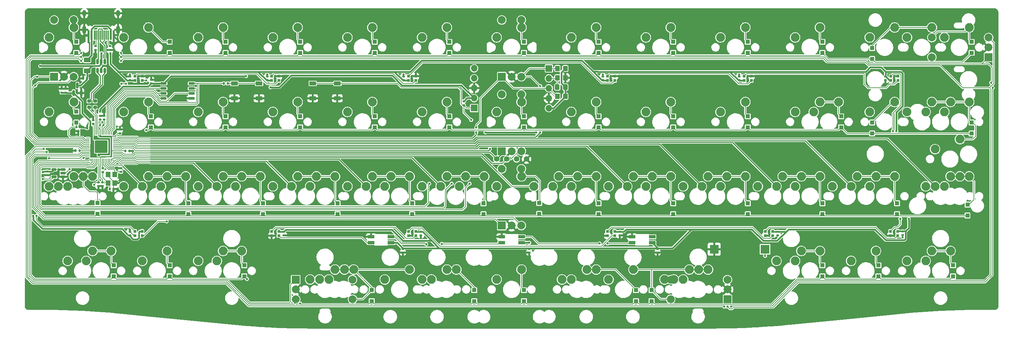
<source format=gbr>
%TF.GenerationSoftware,KiCad,Pcbnew,(6.0.11)*%
%TF.CreationDate,2023-05-22T00:45:06+02:00*%
%TF.ProjectId,alpha-curISO_routingv6,616c7068-612d-4637-9572-49534f5f726f,rev?*%
%TF.SameCoordinates,Original*%
%TF.FileFunction,Copper,L2,Bot*%
%TF.FilePolarity,Positive*%
%FSLAX46Y46*%
G04 Gerber Fmt 4.6, Leading zero omitted, Abs format (unit mm)*
G04 Created by KiCad (PCBNEW (6.0.11)) date 2023-05-22 00:45:06*
%MOMM*%
%LPD*%
G01*
G04 APERTURE LIST*
G04 Aperture macros list*
%AMRoundRect*
0 Rectangle with rounded corners*
0 $1 Rounding radius*
0 $2 $3 $4 $5 $6 $7 $8 $9 X,Y pos of 4 corners*
0 Add a 4 corners polygon primitive as box body*
4,1,4,$2,$3,$4,$5,$6,$7,$8,$9,$2,$3,0*
0 Add four circle primitives for the rounded corners*
1,1,$1+$1,$2,$3*
1,1,$1+$1,$4,$5*
1,1,$1+$1,$6,$7*
1,1,$1+$1,$8,$9*
0 Add four rect primitives between the rounded corners*
20,1,$1+$1,$2,$3,$4,$5,0*
20,1,$1+$1,$4,$5,$6,$7,0*
20,1,$1+$1,$6,$7,$8,$9,0*
20,1,$1+$1,$8,$9,$2,$3,0*%
G04 Aperture macros list end*
%TA.AperFunction,ComponentPad*%
%ADD10C,2.250000*%
%TD*%
%TA.AperFunction,ComponentPad*%
%ADD11R,2.000000X2.000000*%
%TD*%
%TA.AperFunction,ComponentPad*%
%ADD12C,2.000000*%
%TD*%
%TA.AperFunction,ComponentPad*%
%ADD13C,2.200000*%
%TD*%
%TA.AperFunction,ComponentPad*%
%ADD14C,1.397000*%
%TD*%
%TA.AperFunction,ComponentPad*%
%ADD15R,1.700000X1.700000*%
%TD*%
%TA.AperFunction,ComponentPad*%
%ADD16O,1.700000X1.700000*%
%TD*%
%TA.AperFunction,SMDPad,CuDef*%
%ADD17R,1.100000X1.100000*%
%TD*%
%TA.AperFunction,SMDPad,CuDef*%
%ADD18R,1.700000X1.000000*%
%TD*%
%TA.AperFunction,SMDPad,CuDef*%
%ADD19R,1.700000X0.820000*%
%TD*%
%TA.AperFunction,SMDPad,CuDef*%
%ADD20RoundRect,0.205000X0.645000X0.205000X-0.645000X0.205000X-0.645000X-0.205000X0.645000X-0.205000X0*%
%TD*%
%TA.AperFunction,SMDPad,CuDef*%
%ADD21RoundRect,0.135000X0.185000X-0.135000X0.185000X0.135000X-0.185000X0.135000X-0.185000X-0.135000X0*%
%TD*%
%TA.AperFunction,SMDPad,CuDef*%
%ADD22R,0.700000X0.700000*%
%TD*%
%TA.AperFunction,SMDPad,CuDef*%
%ADD23RoundRect,0.140000X0.170000X-0.140000X0.170000X0.140000X-0.170000X0.140000X-0.170000X-0.140000X0*%
%TD*%
%TA.AperFunction,SMDPad,CuDef*%
%ADD24RoundRect,0.140000X-0.170000X0.140000X-0.170000X-0.140000X0.170000X-0.140000X0.170000X0.140000X0*%
%TD*%
%TA.AperFunction,SMDPad,CuDef*%
%ADD25RoundRect,0.250000X-0.350000X-0.450000X0.350000X-0.450000X0.350000X0.450000X-0.350000X0.450000X0*%
%TD*%
%TA.AperFunction,SMDPad,CuDef*%
%ADD26RoundRect,0.140000X0.140000X0.170000X-0.140000X0.170000X-0.140000X-0.170000X0.140000X-0.170000X0*%
%TD*%
%TA.AperFunction,SMDPad,CuDef*%
%ADD27RoundRect,0.250000X0.337500X0.475000X-0.337500X0.475000X-0.337500X-0.475000X0.337500X-0.475000X0*%
%TD*%
%TA.AperFunction,SMDPad,CuDef*%
%ADD28RoundRect,0.150000X0.512500X0.150000X-0.512500X0.150000X-0.512500X-0.150000X0.512500X-0.150000X0*%
%TD*%
%TA.AperFunction,SMDPad,CuDef*%
%ADD29R,1.200000X1.400000*%
%TD*%
%TA.AperFunction,SMDPad,CuDef*%
%ADD30RoundRect,0.150000X0.150000X-0.587500X0.150000X0.587500X-0.150000X0.587500X-0.150000X-0.587500X0*%
%TD*%
%TA.AperFunction,SMDPad,CuDef*%
%ADD31RoundRect,0.140000X-0.140000X-0.170000X0.140000X-0.170000X0.140000X0.170000X-0.140000X0.170000X0*%
%TD*%
%TA.AperFunction,SMDPad,CuDef*%
%ADD32RoundRect,0.135000X-0.185000X0.135000X-0.185000X-0.135000X0.185000X-0.135000X0.185000X0.135000X0*%
%TD*%
%TA.AperFunction,SMDPad,CuDef*%
%ADD33RoundRect,0.200000X-0.275000X0.200000X-0.275000X-0.200000X0.275000X-0.200000X0.275000X0.200000X0*%
%TD*%
%TA.AperFunction,SMDPad,CuDef*%
%ADD34RoundRect,0.135000X0.135000X0.185000X-0.135000X0.185000X-0.135000X-0.185000X0.135000X-0.185000X0*%
%TD*%
%TA.AperFunction,SMDPad,CuDef*%
%ADD35RoundRect,0.150000X0.650000X0.150000X-0.650000X0.150000X-0.650000X-0.150000X0.650000X-0.150000X0*%
%TD*%
%TA.AperFunction,SMDPad,CuDef*%
%ADD36RoundRect,0.150000X0.150000X-0.512500X0.150000X0.512500X-0.150000X0.512500X-0.150000X-0.512500X0*%
%TD*%
%TA.AperFunction,SMDPad,CuDef*%
%ADD37RoundRect,0.250000X-0.625000X0.375000X-0.625000X-0.375000X0.625000X-0.375000X0.625000X0.375000X0*%
%TD*%
%TA.AperFunction,SMDPad,CuDef*%
%ADD38R,0.600000X2.450000*%
%TD*%
%TA.AperFunction,SMDPad,CuDef*%
%ADD39R,0.300000X2.450000*%
%TD*%
%TA.AperFunction,ComponentPad*%
%ADD40O,1.000000X1.600000*%
%TD*%
%TA.AperFunction,ComponentPad*%
%ADD41O,1.000000X2.100000*%
%TD*%
%TA.AperFunction,SMDPad,CuDef*%
%ADD42R,2.300000X2.300000*%
%TD*%
%TA.AperFunction,SMDPad,CuDef*%
%ADD43RoundRect,0.050000X0.387500X0.050000X-0.387500X0.050000X-0.387500X-0.050000X0.387500X-0.050000X0*%
%TD*%
%TA.AperFunction,SMDPad,CuDef*%
%ADD44RoundRect,0.050000X0.050000X0.387500X-0.050000X0.387500X-0.050000X-0.387500X0.050000X-0.387500X0*%
%TD*%
%TA.AperFunction,ComponentPad*%
%ADD45C,0.600000*%
%TD*%
%TA.AperFunction,SMDPad,CuDef*%
%ADD46RoundRect,0.144000X1.456000X1.456000X-1.456000X1.456000X-1.456000X-1.456000X1.456000X-1.456000X0*%
%TD*%
%TA.AperFunction,SMDPad,CuDef*%
%ADD47RoundRect,0.250000X0.350000X0.450000X-0.350000X0.450000X-0.350000X-0.450000X0.350000X-0.450000X0*%
%TD*%
%TA.AperFunction,ViaPad*%
%ADD48C,0.600000*%
%TD*%
%TA.AperFunction,Conductor*%
%ADD49C,0.200000*%
%TD*%
%TA.AperFunction,Conductor*%
%ADD50C,0.381000*%
%TD*%
%TA.AperFunction,Conductor*%
%ADD51C,0.254000*%
%TD*%
%TA.AperFunction,Conductor*%
%ADD52C,0.250000*%
%TD*%
G04 APERTURE END LIST*
D10*
%TO.P,SW30(ortho)1,1,1*%
%TO.N,COL3*%
X86677500Y-94280487D03*
%TO.P,SW30(ortho)1,2,2*%
%TO.N,Net-(D15-Pad2)*%
X93027500Y-91740487D03*
%TD*%
%TO.P,SW12,1,1*%
%TO.N,COL11*%
X239077500Y-56197500D03*
%TO.P,SW12,2,2*%
%TO.N,Net-(D42-Pad2)*%
X245427500Y-53657500D03*
%TD*%
%TO.P,SW31(ortho)1,1,1*%
%TO.N,COL4*%
X105727500Y-94280487D03*
%TO.P,SW31(ortho)1,2,2*%
%TO.N,Net-(D18-Pad2)*%
X112077500Y-91740487D03*
%TD*%
%TO.P,SW43(1.75)1,1,1*%
%TO.N,COL5*%
X127172566Y-118095521D03*
%TO.P,SW43(1.75)1,2,2*%
%TO.N,Net-(D23-Pad2)*%
X133522566Y-115555521D03*
%TD*%
%TO.P,SW48,1,1*%
%TO.N,COL11*%
X234315000Y-113347500D03*
%TO.P,SW48,2,2*%
%TO.N,Net-(D45-Pad2)*%
X240665000Y-110807500D03*
%TD*%
%TO.P,SW33(1.5stagger)1,1,1*%
%TO.N,COL7*%
X153352500Y-94280487D03*
%TO.P,SW33(1.5stagger)1,2,2*%
%TO.N,Net-(D29-Pad2)*%
X159702500Y-91740487D03*
%TD*%
D11*
%TO.P,SW_rotary3,A,A*%
%TO.N,PD5*%
X145137500Y-66237500D03*
D12*
%TO.P,SW_rotary3,B,B*%
%TO.N,PD2*%
X150137500Y-66237500D03*
%TO.P,SW_rotary3,C,C*%
%TO.N,GND*%
X147637500Y-66237500D03*
%TO.P,SW_rotary3,S1,S1*%
%TO.N,R_row3*%
X150137500Y-51737500D03*
%TO.P,SW_rotary3,S2,S2*%
%TO.N,COL6*%
X145137500Y-51737500D03*
%TD*%
D10*
%TO.P,SW42(3)1,1,1*%
%TO.N,COL4*%
X115252500Y-118110000D03*
%TO.P,SW42(3)1,2,2*%
%TO.N,R_row5*%
X121602500Y-115570000D03*
%TD*%
%TO.P,SW32(ortho)1,1,1*%
%TO.N,COL5*%
X124777500Y-94280487D03*
%TO.P,SW32(ortho)1,2,2*%
%TO.N,Net-(D22-Pad2)*%
X131127500Y-91740487D03*
%TD*%
%TO.P,SW42(1)1,1,1*%
%TO.N,COL4*%
X96202500Y-118110000D03*
%TO.P,SW42(1)1,2,2*%
%TO.N,R_row5*%
X102552500Y-115570000D03*
%TD*%
%TO.P,SW34(1.5stagger)1,1,1*%
%TO.N,COL8*%
X172402500Y-94280487D03*
%TO.P,SW34(1.5stagger)1,2,2*%
%TO.N,Net-(D33-Pad2)*%
X178752500Y-91740487D03*
%TD*%
%TO.P,SW21,1,1*%
%TO.N,COL7*%
X162877500Y-75247500D03*
%TO.P,SW21,2,2*%
%TO.N,Net-(D28-Pad2)*%
X169227500Y-72707500D03*
%TD*%
%TO.P,SW28,1,1*%
%TO.N,COL1*%
X53340000Y-94280487D03*
%TO.P,SW28,2,2*%
%TO.N,Net-(D7-Pad2)*%
X59690000Y-91740487D03*
%TD*%
%TO.P,SW8,1,1*%
%TO.N,COL7*%
X162877500Y-56197500D03*
%TO.P,SW8,2,2*%
%TO.N,Net-(D27-Pad2)*%
X169227500Y-53657500D03*
%TD*%
%TO.P,SW28(1.5stagger)1,1,1*%
%TO.N,COL1*%
X58102500Y-94280487D03*
%TO.P,SW28(1.5stagger)1,2,2*%
%TO.N,Net-(D7-Pad2)*%
X64452500Y-91740487D03*
%TD*%
%TO.P,SW46(1.5)1,1,1*%
%TO.N,COL8*%
X186690000Y-118110000D03*
%TO.P,SW46(1.5)1,2,2*%
%TO.N,R_col6*%
X193040000Y-115570000D03*
%TD*%
%TO.P,SW23,1,1*%
%TO.N,COL9*%
X200977500Y-75247500D03*
%TO.P,SW23,2,2*%
%TO.N,Net-(D36-Pad2)*%
X207327500Y-72707500D03*
%TD*%
%TO.P,SW36,1,1*%
%TO.N,COL10*%
X215265000Y-94280487D03*
%TO.P,SW36,2,2*%
%TO.N,Net-(D40-Pad2)*%
X221615000Y-91740487D03*
%TD*%
%TO.P,SW12(2)1,1,1*%
%TO.N,COL11*%
X248602500Y-56197500D03*
%TO.P,SW12(2)1,2,2*%
%TO.N,Net-(D42-Pad2)*%
X254952500Y-53657500D03*
%TD*%
%TO.P,SW15,1,1*%
%TO.N,COL1*%
X48577500Y-75247500D03*
%TO.P,SW15,2,2*%
%TO.N,Net-(D6-Pad2)*%
X54927500Y-72707500D03*
%TD*%
%TO.P,SW50(ortho)1,1,1*%
%TO.N,COL6*%
X143827500Y-94280487D03*
%TO.P,SW50(ortho)1,2,2*%
%TO.N,R_row7*%
X150177500Y-91740487D03*
%TD*%
%TO.P,SW39(1.5)1,1,1*%
%TO.N,COL0*%
X39052500Y-113347500D03*
%TO.P,SW39(1.5)1,2,2*%
%TO.N,Net-(D4-Pad2)*%
X45402500Y-110807500D03*
%TD*%
%TO.P,SW6,1,1*%
%TO.N,COL5*%
X124777500Y-56197500D03*
%TO.P,SW6,2,2*%
%TO.N,Net-(D20-Pad2)*%
X131127500Y-53657500D03*
%TD*%
%TO.P,SW31,1,1*%
%TO.N,COL4*%
X110490000Y-94280487D03*
%TO.P,SW31,2,2*%
%TO.N,Net-(D18-Pad2)*%
X116840000Y-91740487D03*
%TD*%
%TO.P,SW37(1.5stagger)1,1,1*%
%TO.N,COL11*%
X229552500Y-94280487D03*
%TO.P,SW37(1.5stagger)1,2,2*%
%TO.N,Net-(D44-Pad2)*%
X235902500Y-91740487D03*
%TD*%
%TO.P,SW38(1.25)1,1,1*%
%TO.N,COL12*%
X255745000Y-94280487D03*
%TO.P,SW38(1.25)1,2,2*%
%TO.N,Net-(D48-Pad2)*%
X262095000Y-91740487D03*
%TD*%
%TO.P,SW47,1,1*%
%TO.N,COL10*%
X215265000Y-113347500D03*
%TO.P,SW47,2,2*%
%TO.N,Net-(D41-Pad2)*%
X221615000Y-110807500D03*
%TD*%
%TO.P,SW26(1.5)1,1,1*%
%TO.N,COL12*%
X253365000Y-75247500D03*
%TO.P,SW26(1.5)1,2,2*%
%TO.N,Net-(D47-Pad2)*%
X259715000Y-72707500D03*
%TD*%
%TO.P,SW46(1)1,1,1*%
%TO.N,COL8*%
X191452500Y-118110000D03*
%TO.P,SW46(1)1,2,2*%
%TO.N,R_col6*%
X197802500Y-115570000D03*
%TD*%
%TO.P,SW1,1,1*%
%TO.N,COL0*%
X29527500Y-56197500D03*
%TO.P,SW1,2,2*%
%TO.N,R_row1*%
X35877500Y-53657500D03*
%TD*%
%TO.P,SW26(ISO)1,1,1*%
%TO.N,COL12*%
X255746250Y-84772500D03*
%TO.P,SW26(ISO)1,2,2*%
%TO.N,Net-(D47-Pad2)*%
X262096250Y-82232500D03*
%TD*%
%TO.P,SW37(ortho)1,1,1*%
%TO.N,COL11*%
X239077500Y-94280487D03*
%TO.P,SW37(ortho)1,2,2*%
%TO.N,Net-(D44-Pad2)*%
X245427500Y-91740487D03*
%TD*%
%TO.P,SW41(1.5)1,1,1*%
%TO.N,COL2*%
X67627500Y-113347500D03*
%TO.P,SW41(1.5)1,2,2*%
%TO.N,Net-(D12-Pad2)*%
X73977500Y-110807500D03*
%TD*%
%TO.P,SW27(ortho)1,1,1*%
%TO.N,COL0*%
X29527500Y-94280487D03*
%TO.P,SW27(ortho)1,2,2*%
%TO.N,Net-(D3-Pad2)*%
X35877500Y-91740487D03*
%TD*%
%TO.P,SW38(1.5)1,1,1*%
%TO.N,COL12*%
X253365000Y-94280487D03*
%TO.P,SW38(1.5)1,2,2*%
%TO.N,Net-(D48-Pad2)*%
X259715000Y-91740487D03*
%TD*%
D11*
%TO.P,SW_rotary2,A,A*%
%TO.N,R2_A*%
X269437500Y-61237500D03*
D12*
%TO.P,SW_rotary2,B,B*%
%TO.N,R2_B*%
X269437500Y-56237500D03*
%TO.P,SW_rotary2,C,C*%
%TO.N,GND*%
X269437500Y-58737500D03*
%TO.P,SW_rotary2,S1,S1*%
%TO.N,R_row2*%
X254937500Y-56237500D03*
%TO.P,SW_rotary2,S2,S2*%
%TO.N,COL12*%
X254937500Y-61237500D03*
%TD*%
D11*
%TO.P,SW_rotary6,A,A*%
%TO.N,R2_A*%
X202762500Y-123150000D03*
D12*
%TO.P,SW_rotary6,B,B*%
%TO.N,R2_B*%
X202762500Y-118150000D03*
%TO.P,SW_rotary6,C,C*%
%TO.N,GND*%
X202762500Y-120650000D03*
%TO.P,SW_rotary6,S1,S1*%
%TO.N,COL8*%
X188262500Y-118150000D03*
%TO.P,SW_rotary6,S2,S2*%
%TO.N,R_col6*%
X188262500Y-123150000D03*
%TD*%
D10*
%TO.P,SW9,1,1*%
%TO.N,COL8*%
X181927500Y-56197500D03*
%TO.P,SW9,2,2*%
%TO.N,Net-(D31-Pad2)*%
X188277500Y-53657500D03*
%TD*%
%TO.P,SW33,1,1*%
%TO.N,COL7*%
X158115000Y-94280487D03*
%TO.P,SW33,2,2*%
%TO.N,Net-(D29-Pad2)*%
X164465000Y-91740487D03*
%TD*%
%TO.P,SW43(2)1,1,1*%
%TO.N,COL5*%
X124777500Y-118110000D03*
%TO.P,SW43(2)1,2,2*%
%TO.N,Net-(D23-Pad2)*%
X131127500Y-115570000D03*
%TD*%
D13*
%TO.P,SW44(4)1,1,1*%
%TO.N,COL6*%
X143827500Y-118110000D03*
%TO.P,SW44(4)1,2,2*%
%TO.N,Net-(D24-Pad2)*%
X150177500Y-115570000D03*
%TD*%
D10*
%TO.P,SW33(ortho)1,1,1*%
%TO.N,COL7*%
X162877500Y-94280487D03*
%TO.P,SW33(ortho)1,2,2*%
%TO.N,Net-(D29-Pad2)*%
X169227500Y-91740487D03*
%TD*%
%TO.P,SW10,1,1*%
%TO.N,COL9*%
X200977500Y-56197500D03*
%TO.P,SW10,2,2*%
%TO.N,Net-(D35-Pad2)*%
X207327500Y-53657500D03*
%TD*%
%TO.P,SW18,1,1*%
%TO.N,COL4*%
X105727500Y-75247500D03*
%TO.P,SW18,2,2*%
%TO.N,Net-(D17-Pad2)*%
X112077500Y-72707500D03*
%TD*%
%TO.P,SW34(ortho)1,1,1*%
%TO.N,COL8*%
X181927500Y-94280487D03*
%TO.P,SW34(ortho)1,2,2*%
%TO.N,Net-(D33-Pad2)*%
X188277500Y-91740487D03*
%TD*%
%TO.P,SW36(ortho)1,1,1*%
%TO.N,COL10*%
X220027500Y-94280487D03*
%TO.P,SW36(ortho)1,2,2*%
%TO.N,Net-(D40-Pad2)*%
X226377500Y-91740487D03*
%TD*%
D11*
%TO.P,SW_rotary5,A,A*%
%TO.N,R1_A*%
X92512500Y-118150000D03*
D12*
%TO.P,SW_rotary5,B,B*%
%TO.N,R1_B*%
X92512500Y-123150000D03*
%TO.P,SW_rotary5,C,C*%
%TO.N,GND*%
X92512500Y-120650000D03*
%TO.P,SW_rotary5,S1,S1*%
%TO.N,R_row5*%
X107012500Y-123150000D03*
%TO.P,SW_rotary5,S2,S2*%
%TO.N,COL4*%
X107012500Y-118150000D03*
%TD*%
D10*
%TO.P,SW2,1,1*%
%TO.N,COL1*%
X48577500Y-56197500D03*
%TO.P,SW2,2,2*%
%TO.N,Net-(D5-Pad2)*%
X54927500Y-53657500D03*
%TD*%
%TO.P,SW38(ortho)1,1,1*%
%TO.N,COL12*%
X258127500Y-94280487D03*
%TO.P,SW38(ortho)1,2,2*%
%TO.N,Net-(D48-Pad2)*%
X264477500Y-91740487D03*
%TD*%
%TO.P,SW49(1.5)1,1,1*%
%TO.N,COL12*%
X248602500Y-113347500D03*
%TO.P,SW49(1.5)1,2,2*%
%TO.N,Net-(D49-Pad2)*%
X254952500Y-110807500D03*
%TD*%
%TO.P,SW34,1,1*%
%TO.N,COL8*%
X177165000Y-94280487D03*
%TO.P,SW34,2,2*%
%TO.N,Net-(D33-Pad2)*%
X183515000Y-91740487D03*
%TD*%
%TO.P,SW4,1,1*%
%TO.N,COL3*%
X86677500Y-56197500D03*
%TO.P,SW4,2,2*%
%TO.N,Net-(D13-Pad2)*%
X93027500Y-53657500D03*
%TD*%
%TO.P,SW13,1,1*%
%TO.N,COL12*%
X258127500Y-56197500D03*
%TO.P,SW13,2,2*%
%TO.N,R_row2*%
X264477500Y-53657500D03*
%TD*%
%TO.P,SW35(ortho)1,1,1*%
%TO.N,COL9*%
X200977500Y-94280487D03*
%TO.P,SW35(ortho)1,2,2*%
%TO.N,Net-(D37-Pad2)*%
X207327500Y-91740487D03*
%TD*%
%TO.P,SW32,1,1*%
%TO.N,COL5*%
X129540000Y-94280487D03*
%TO.P,SW32,2,2*%
%TO.N,Net-(D22-Pad2)*%
X135890000Y-91740487D03*
%TD*%
%TO.P,SW29(ortho)1,1,1*%
%TO.N,COL2*%
X67627500Y-94280487D03*
%TO.P,SW29(ortho)1,2,2*%
%TO.N,Net-(D11-Pad2)*%
X73977500Y-91740487D03*
%TD*%
%TO.P,SW30(1.5stagger)1,1,1*%
%TO.N,COL3*%
X96202500Y-94280487D03*
%TO.P,SW30(1.5stagger)1,2,2*%
%TO.N,Net-(D15-Pad2)*%
X102552500Y-91740487D03*
%TD*%
%TO.P,SW29(1.5stagger)1,1,1*%
%TO.N,COL2*%
X77152500Y-94280487D03*
%TO.P,SW29(1.5stagger)1,2,2*%
%TO.N,Net-(D11-Pad2)*%
X83502500Y-91740487D03*
%TD*%
%TO.P,SW45(2)1,1,1*%
%TO.N,COL7*%
X162877500Y-118110000D03*
%TO.P,SW45(2)1,2,2*%
%TO.N,Net-(D30-Pad2)*%
X169227500Y-115570000D03*
%TD*%
%TO.P,SW46(1.25)1,1,1*%
%TO.N,COL8*%
X189085066Y-118095521D03*
%TO.P,SW46(1.25)1,2,2*%
%TO.N,R_col6*%
X195435066Y-115555521D03*
%TD*%
D14*
%TO.P,OL1,1,SDA*%
%TO.N,SDA*%
X143827500Y-87312500D03*
%TO.P,OL1,2,SCL*%
%TO.N,SCL*%
X146367500Y-87312500D03*
%TO.P,OL1,3,VCC*%
%TO.N,+3V3*%
X148907500Y-87312500D03*
%TO.P,OL1,4,GND*%
%TO.N,GND*%
X151447500Y-87312500D03*
%TD*%
D10*
%TO.P,SW16,1,1*%
%TO.N,COL2*%
X67627500Y-75247500D03*
%TO.P,SW16,2,2*%
%TO.N,Net-(D10-Pad2)*%
X73977500Y-72707500D03*
%TD*%
%TO.P,SW25,1,1*%
%TO.N,COL11*%
X239077500Y-75247500D03*
%TO.P,SW25,2,2*%
%TO.N,Net-(D43-Pad2)*%
X245427500Y-72707500D03*
%TD*%
%TO.P,SW46(3)1,1,1*%
%TO.N,COL8*%
X172402500Y-118110000D03*
%TO.P,SW46(3)1,2,2*%
%TO.N,R_col6*%
X178752500Y-115570000D03*
%TD*%
%TO.P,SW39,1,1*%
%TO.N,COL0*%
X34290000Y-113347500D03*
%TO.P,SW39,2,2*%
%TO.N,Net-(D4-Pad2)*%
X40640000Y-110807500D03*
%TD*%
%TO.P,SW19,1,1*%
%TO.N,COL5*%
X124777500Y-75247500D03*
%TO.P,SW19,2,2*%
%TO.N,Net-(D21-Pad2)*%
X131127500Y-72707500D03*
%TD*%
D15*
%TO.P,J2,1,Pin_1*%
%TO.N,PD2*%
X157162500Y-64135000D03*
D16*
%TO.P,J2,2,Pin_2*%
%TO.N,Net-(C18-Pad2)*%
X157162500Y-66675000D03*
%TO.P,J2,3,Pin_3*%
%TO.N,PD5*%
X157162500Y-69215000D03*
%TO.P,J2,4,Pin_4*%
%TO.N,GND*%
X157162500Y-71755000D03*
%TO.P,J2,5,Pin_5*%
%TO.N,+3V3*%
X157162500Y-74295000D03*
%TD*%
D10*
%TO.P,SW44(6)1,1,1*%
%TO.N,COL6*%
X143827500Y-118110000D03*
%TO.P,SW44(6)1,2,2*%
%TO.N,Net-(D24-Pad2)*%
X150177500Y-115570000D03*
%TD*%
%TO.P,SW35,1,1*%
%TO.N,COL9*%
X196215000Y-94280487D03*
%TO.P,SW35,2,2*%
%TO.N,Net-(D37-Pad2)*%
X202565000Y-91740487D03*
%TD*%
%TO.P,SW37,1,1*%
%TO.N,COL11*%
X234315000Y-94280487D03*
%TO.P,SW37,2,2*%
%TO.N,Net-(D44-Pad2)*%
X240665000Y-91740487D03*
%TD*%
%TO.P,SW20,1,1*%
%TO.N,COL6*%
X143827500Y-75247500D03*
%TO.P,SW20,2,2*%
%TO.N,R_row4*%
X150177500Y-72707500D03*
%TD*%
%TO.P,SW11,1,1*%
%TO.N,COL10*%
X220027500Y-56197500D03*
%TO.P,SW11,2,2*%
%TO.N,Net-(D38-Pad2)*%
X226377500Y-53657500D03*
%TD*%
%TO.P,SW24(1.5)1,1,1*%
%TO.N,COL10*%
X224790000Y-75247500D03*
%TO.P,SW24(1.5)1,2,2*%
%TO.N,Net-(D39-Pad2)*%
X231140000Y-72707500D03*
%TD*%
%TO.P,SW7,1,1*%
%TO.N,COL6*%
X143827500Y-56197500D03*
%TO.P,SW7,2,2*%
%TO.N,R_row3*%
X150177500Y-53657500D03*
%TD*%
%TO.P,SW40,1,1*%
%TO.N,COL1*%
X53340000Y-113347500D03*
%TO.P,SW40,2,2*%
%TO.N,Net-(D8-Pad2)*%
X59690000Y-110807500D03*
%TD*%
%TO.P,SW26(2)1,1,1*%
%TO.N,COL12*%
X248602500Y-75247500D03*
%TO.P,SW26(2)1,2,2*%
%TO.N,Net-(D47-Pad2)*%
X254952500Y-72707500D03*
%TD*%
%TO.P,SW48(3)1,1,1*%
%TO.N,COL11*%
X234315000Y-113347500D03*
%TO.P,SW48(3)1,2,2*%
%TO.N,Net-(D45-Pad2)*%
X240665000Y-110807500D03*
%TD*%
D11*
%TO.P,SW_rotary1,A,A*%
%TO.N,R1_A*%
X30837500Y-66237500D03*
D12*
%TO.P,SW_rotary1,B,B*%
%TO.N,R1_B*%
X35837500Y-66237500D03*
%TO.P,SW_rotary1,C,C*%
%TO.N,GND*%
X33337500Y-66237500D03*
%TO.P,SW_rotary1,S1,S1*%
%TO.N,R_row1*%
X35837500Y-51737500D03*
%TO.P,SW_rotary1,S2,S2*%
%TO.N,COL0*%
X30837500Y-51737500D03*
%TD*%
D11*
%TO.P,SW_rotary4,A,A*%
%TO.N,SDA*%
X145137500Y-85287500D03*
D12*
%TO.P,SW_rotary4,B,B*%
%TO.N,SCL*%
X150137500Y-85287500D03*
%TO.P,SW_rotary4,C,C*%
%TO.N,GND*%
X147637500Y-85287500D03*
%TO.P,SW_rotary4,S1,S1*%
%TO.N,R_row4*%
X150137500Y-70787500D03*
%TO.P,SW_rotary4,S2,S2*%
%TO.N,COL6*%
X145137500Y-70787500D03*
%TD*%
D10*
%TO.P,SW36(1.5stagger)1,1,1*%
%TO.N,COL10*%
X210502500Y-94280487D03*
%TO.P,SW36(1.5stagger)1,2,2*%
%TO.N,Net-(D40-Pad2)*%
X216852500Y-91740487D03*
%TD*%
%TO.P,SW5,1,1*%
%TO.N,COL4*%
X105727500Y-56197500D03*
%TO.P,SW5,2,2*%
%TO.N,Net-(D16-Pad2)*%
X112077500Y-53657500D03*
%TD*%
%TO.P,SW44(3)1,1,1*%
%TO.N,COL6*%
X143827500Y-118110000D03*
%TO.P,SW44(3)1,2,2*%
%TO.N,Net-(D24-Pad2)*%
X150177500Y-115570000D03*
%TD*%
D11*
%TO.P,SW_rotary7,A,A*%
%TO.N,R5_A*%
X145137500Y-104320487D03*
D12*
%TO.P,SW_rotary7,B,B*%
%TO.N,R5_B*%
X150137500Y-104320487D03*
%TO.P,SW_rotary7,C,C*%
%TO.N,GND*%
X147637500Y-104320487D03*
%TO.P,SW_rotary7,S1,S1*%
%TO.N,R_row7*%
X150137500Y-89820487D03*
%TO.P,SW_rotary7,S2,S2*%
%TO.N,COL6*%
X145137500Y-89820487D03*
%TD*%
D10*
%TO.P,SW22,1,1*%
%TO.N,COL8*%
X181927500Y-75247500D03*
%TO.P,SW22,2,2*%
%TO.N,Net-(D32-Pad2)*%
X188277500Y-72707500D03*
%TD*%
%TO.P,SW27(1.5)1,1,1*%
%TO.N,COL0*%
X34290000Y-94280487D03*
%TO.P,SW27(1.5)1,2,2*%
%TO.N,Net-(D3-Pad2)*%
X40640000Y-91740487D03*
%TD*%
%TO.P,SW42(1.25)1,1,1*%
%TO.N,COL4*%
X98597566Y-118095521D03*
%TO.P,SW42(1.25)1,2,2*%
%TO.N,R_row5*%
X104947566Y-115555521D03*
%TD*%
%TO.P,SW42(1.5)1,1,1*%
%TO.N,COL4*%
X100965000Y-118110000D03*
%TO.P,SW42(1.5)1,2,2*%
%TO.N,R_row5*%
X107315000Y-115570000D03*
%TD*%
%TO.P,SW27(1.25)1,1,1*%
%TO.N,COL0*%
X31910000Y-94280487D03*
%TO.P,SW27(1.25)1,2,2*%
%TO.N,Net-(D3-Pad2)*%
X38260000Y-91740487D03*
%TD*%
%TO.P,SW49,1,1*%
%TO.N,COL12*%
X253365000Y-113347500D03*
%TO.P,SW49,2,2*%
%TO.N,Net-(D49-Pad2)*%
X259715000Y-110807500D03*
%TD*%
%TO.P,SW26,1,1*%
%TO.N,COL12*%
X258127500Y-75247500D03*
%TO.P,SW26,2,2*%
%TO.N,Net-(D47-Pad2)*%
X264477500Y-72707500D03*
%TD*%
%TO.P,SW28(ortho)1,1,1*%
%TO.N,COL1*%
X48577500Y-94280487D03*
%TO.P,SW28(ortho)1,2,2*%
%TO.N,Net-(D7-Pad2)*%
X54927500Y-91740487D03*
%TD*%
%TO.P,SW24,1,1*%
%TO.N,COL10*%
X220027500Y-75247500D03*
%TO.P,SW24,2,2*%
%TO.N,Net-(D39-Pad2)*%
X226377500Y-72707500D03*
%TD*%
%TO.P,SW17,1,1*%
%TO.N,COL3*%
X86677500Y-75247500D03*
%TO.P,SW17,2,2*%
%TO.N,Net-(D14-Pad2)*%
X93027500Y-72707500D03*
%TD*%
%TO.P,SW40(3)1,1,1*%
%TO.N,COL1*%
X53340000Y-113347500D03*
%TO.P,SW40(3)1,2,2*%
%TO.N,Net-(D8-Pad2)*%
X59690000Y-110807500D03*
%TD*%
%TO.P,SW3,1,1*%
%TO.N,COL2*%
X67627500Y-56197500D03*
%TO.P,SW3,2,2*%
%TO.N,Net-(D9-Pad2)*%
X73977500Y-53657500D03*
%TD*%
%TO.P,SW45(1.75)1,1,1*%
%TO.N,COL7*%
X160510066Y-118095521D03*
%TO.P,SW45(1.75)1,2,2*%
%TO.N,Net-(D30-Pad2)*%
X166860066Y-115555521D03*
%TD*%
%TO.P,SW14,1,1*%
%TO.N,COL0*%
X29527500Y-75247500D03*
%TO.P,SW14,2,2*%
%TO.N,Net-(D2-Pad2)*%
X35877500Y-72707500D03*
%TD*%
%TO.P,SW41,1,1*%
%TO.N,COL2*%
X72390000Y-113347500D03*
%TO.P,SW41,2,2*%
%TO.N,Net-(D12-Pad2)*%
X78740000Y-110807500D03*
%TD*%
%TO.P,SW47(1.5)1,1,1*%
%TO.N,COL10*%
X220027500Y-113347500D03*
%TO.P,SW47(1.5)1,2,2*%
%TO.N,Net-(D41-Pad2)*%
X226377500Y-110807500D03*
%TD*%
%TO.P,SW35(1.5stagger)1,1,1*%
%TO.N,COL9*%
X191452500Y-94280487D03*
%TO.P,SW35(1.5stagger)1,2,2*%
%TO.N,Net-(D37-Pad2)*%
X197802500Y-91740487D03*
%TD*%
%TO.P,SW30,1,1*%
%TO.N,COL3*%
X91440000Y-94280487D03*
%TO.P,SW30,2,2*%
%TO.N,Net-(D15-Pad2)*%
X97790000Y-91740487D03*
%TD*%
%TO.P,SW32(1.5stagger)1,1,1*%
%TO.N,COL5*%
X134302500Y-94280487D03*
%TO.P,SW32(1.5stagger)1,2,2*%
%TO.N,Net-(D22-Pad2)*%
X140652500Y-91740487D03*
%TD*%
%TO.P,SW31(1.5stagger)1,1,1*%
%TO.N,COL4*%
X115252500Y-94280487D03*
%TO.P,SW31(1.5stagger)1,2,2*%
%TO.N,Net-(D18-Pad2)*%
X121602500Y-91740487D03*
%TD*%
%TO.P,SW29,1,1*%
%TO.N,COL2*%
X72390000Y-94280487D03*
%TO.P,SW29,2,2*%
%TO.N,Net-(D11-Pad2)*%
X78740000Y-91740487D03*
%TD*%
D17*
%TO.P,D32,1,K*%
%TO.N,ROW1*%
X188912500Y-79187500D03*
%TO.P,D32,2,A*%
%TO.N,Net-(D32-Pad2)*%
X188912500Y-76387500D03*
%TD*%
D18*
%TO.P,SW27,1,1*%
%TO.N,GND*%
X83160000Y-71750000D03*
X76860000Y-71750000D03*
%TO.P,SW27,2,2*%
%TO.N,/rp2040 components/USB_BOOT*%
X83160000Y-67950000D03*
X76860000Y-67950000D03*
%TD*%
D19*
%TO.P,LED2,1,VDD*%
%TO.N,+5V*%
X150187500Y-108700000D03*
%TO.P,LED2,2,DOUT*%
%TO.N,Net-(LED2-Pad2)*%
X150187500Y-107200000D03*
D20*
%TO.P,LED2,3,VSS*%
%TO.N,GND*%
X145087500Y-107200000D03*
D19*
%TO.P,LED2,4,DIN*%
%TO.N,Net-(LED1-Pad2)*%
X145087500Y-108700000D03*
%TD*%
D17*
%TO.P,D2,1,K*%
%TO.N,ROW1*%
X36512500Y-77981000D03*
%TO.P,D2,2,A*%
%TO.N,Net-(D2-Pad2)*%
X36512500Y-75181000D03*
%TD*%
D21*
%TO.P,R7,1*%
%TO.N,/rp2040 components/XTAL_O*%
X43230800Y-90680000D03*
%TO.P,R7,2*%
%TO.N,XTAL_OUT*%
X43230800Y-89660000D03*
%TD*%
D22*
%TO.P,LED8,1,VDD*%
%TO.N,+5V*%
X244449000Y-67225000D03*
%TO.P,LED8,2,DOUT*%
%TO.N,Net-(LED8-Pad2)*%
X244449000Y-66125000D03*
%TO.P,LED8,3,VSS*%
%TO.N,GND*%
X246279000Y-66125000D03*
%TO.P,LED8,4,DIN*%
%TO.N,Net-(LED7-Pad2)*%
X246279000Y-67225000D03*
%TD*%
D23*
%TO.P,C22,1*%
%TO.N,+5V*%
X85217000Y-67155000D03*
%TO.P,C22,2*%
%TO.N,GND*%
X85217000Y-66195000D03*
%TD*%
D17*
%TO.P,D11,1,K*%
%TO.N,ROW2*%
X84137500Y-101412500D03*
%TO.P,D11,2,A*%
%TO.N,Net-(D11-Pad2)*%
X84137500Y-98612500D03*
%TD*%
D24*
%TO.P,C2,1*%
%TO.N,GND*%
X47904400Y-89639200D03*
%TO.P,C2,2*%
%TO.N,XTAL_IN*%
X47904400Y-90599200D03*
%TD*%
D17*
%TO.P,D9,1,K*%
%TO.N,ROW0*%
X74612500Y-60137500D03*
%TO.P,D9,2,A*%
%TO.N,Net-(D9-Pad2)*%
X74612500Y-57337500D03*
%TD*%
%TO.P,D50,1,K*%
%TO.N,ROW2*%
X154686000Y-101349000D03*
%TO.P,D50,2,A*%
%TO.N,R_row7*%
X154686000Y-98549000D03*
%TD*%
%TO.P,D7,1,K*%
%TO.N,ROW2*%
X65087500Y-101412500D03*
%TO.P,D7,2,A*%
%TO.N,Net-(D7-Pad2)*%
X65087500Y-98612500D03*
%TD*%
D22*
%TO.P,LED15,1,VDD*%
%TO.N,+5V*%
X88221288Y-105812500D03*
%TO.P,LED15,2,DOUT*%
%TO.N,rgb indicators*%
X88221288Y-106912500D03*
%TO.P,LED15,3,VSS*%
%TO.N,GND*%
X86391288Y-106912500D03*
%TO.P,LED15,4,DIN*%
%TO.N,Net-(LED14-Pad2)*%
X86391288Y-105812500D03*
%TD*%
D18*
%TO.P,SW38,1,1*%
%TO.N,RESET*%
X96862500Y-67950000D03*
X103162500Y-67950000D03*
%TO.P,SW38,2,2*%
%TO.N,GND*%
X103162500Y-71750000D03*
X96862500Y-71750000D03*
%TD*%
D23*
%TO.P,C10,1*%
%TO.N,+1V1*%
X40792400Y-78331000D03*
%TO.P,C10,2*%
%TO.N,GND*%
X40792400Y-77371000D03*
%TD*%
D24*
%TO.P,C14,1*%
%TO.N,+1V1*%
X42164000Y-93274000D03*
%TO.P,C14,2*%
%TO.N,GND*%
X42164000Y-94234000D03*
%TD*%
D17*
%TO.P,D24,1,K*%
%TO.N,ROW3*%
X150812500Y-123637500D03*
%TO.P,D24,2,A*%
%TO.N,Net-(D24-Pad2)*%
X150812500Y-120837500D03*
%TD*%
D25*
%TO.P,UR1,1*%
%TO.N,Net-(C18-Pad2)*%
X159337500Y-66516250D03*
%TO.P,UR1,2*%
%TO.N,GND*%
X161337500Y-66516250D03*
%TD*%
D17*
%TO.P,D42,1,K*%
%TO.N,ROW0*%
X239712500Y-61725000D03*
%TO.P,D42,2,A*%
%TO.N,Net-(D42-Pad2)*%
X239712500Y-58925000D03*
%TD*%
%TO.P,D44,1,K*%
%TO.N,ROW2*%
X246062500Y-101412500D03*
%TO.P,D44,2,A*%
%TO.N,Net-(D44-Pad2)*%
X246062500Y-98612500D03*
%TD*%
D24*
%TO.P,C20,1*%
%TO.N,GND*%
X50165000Y-105882500D03*
%TO.P,C20,2*%
%TO.N,+5V*%
X50165000Y-106842500D03*
%TD*%
D23*
%TO.P,C21,1*%
%TO.N,+5V*%
X50165000Y-67155000D03*
%TO.P,C21,2*%
%TO.N,GND*%
X50165000Y-66195000D03*
%TD*%
D17*
%TO.P,D5,1,K*%
%TO.N,ROW0*%
X60325000Y-60137500D03*
%TO.P,D5,2,A*%
%TO.N,Net-(D5-Pad2)*%
X60325000Y-57337500D03*
%TD*%
%TO.P,D23,1,K*%
%TO.N,ROW3*%
X138112500Y-123637500D03*
%TO.P,D23,2,A*%
%TO.N,Net-(D23-Pad2)*%
X138112500Y-120837500D03*
%TD*%
%TO.P,D49,1,K*%
%TO.N,ROW3*%
X260350000Y-117287500D03*
%TO.P,D49,2,A*%
%TO.N,Net-(D49-Pad2)*%
X260350000Y-114487500D03*
%TD*%
D26*
%TO.P,C1,1*%
%TO.N,GND*%
X46003085Y-94996000D03*
%TO.P,C1,2*%
%TO.N,/rp2040 components/XTAL_O*%
X45043085Y-94996000D03*
%TD*%
D17*
%TO.P,D25,1,K*%
%TO.N,ROW0*%
X150812500Y-60137500D03*
%TO.P,D25,2,A*%
%TO.N,R_row3*%
X150812500Y-57337500D03*
%TD*%
D23*
%TO.P,C5,1*%
%TO.N,+3V3*%
X32764129Y-70306555D03*
%TO.P,C5,2*%
%TO.N,GND*%
X32764129Y-69346555D03*
%TD*%
D17*
%TO.P,D13,1,K*%
%TO.N,ROW0*%
X93662500Y-60137500D03*
%TO.P,D13,2,A*%
%TO.N,Net-(D13-Pad2)*%
X93662500Y-57337500D03*
%TD*%
%TO.P,D39,1,K*%
%TO.N,ROW1*%
X231775000Y-79187500D03*
%TO.P,D39,2,A*%
%TO.N,Net-(D39-Pad2)*%
X231775000Y-76387500D03*
%TD*%
D27*
%TO.P,C18,1*%
%TO.N,+3V3*%
X161375000Y-68897500D03*
%TO.P,C18,2*%
%TO.N,Net-(C18-Pad2)*%
X159300000Y-68897500D03*
%TD*%
D23*
%TO.P,C19,1*%
%TO.N,GND*%
X29006800Y-91412000D03*
%TO.P,C19,2*%
%TO.N,+5V*%
X29006800Y-90452000D03*
%TD*%
D17*
%TO.P,D19,1,K*%
%TO.N,ROW3*%
X111918750Y-123637500D03*
%TO.P,D19,2,A*%
%TO.N,R_row5*%
X111918750Y-120837500D03*
%TD*%
D22*
%TO.P,LED4,1,VDD*%
%TO.N,+5V*%
X86391288Y-67225000D03*
%TO.P,LED4,2,DOUT*%
%TO.N,Net-(LED4-Pad2)*%
X86391288Y-66125000D03*
%TO.P,LED4,3,VSS*%
%TO.N,GND*%
X88221288Y-66125000D03*
%TO.P,LED4,4,DIN*%
%TO.N,Net-(LED11-Pad2)*%
X88221288Y-67225000D03*
%TD*%
D28*
%TO.P,U5,1*%
%TO.N,GND*%
X33090700Y-89982000D03*
%TO.P,U5,2*%
%TO.N,RGB MCU*%
X33090700Y-90932000D03*
%TO.P,U5,3,GND*%
%TO.N,GND*%
X33090700Y-91882000D03*
%TO.P,U5,4*%
%TO.N,rgb underglow*%
X30815700Y-91882000D03*
%TO.P,U5,5,+5V*%
%TO.N,+5V*%
X30815700Y-89982000D03*
%TD*%
D29*
%TO.P,Y1,1,1*%
%TO.N,/rp2040 components/XTAL_O*%
X44629600Y-93439736D03*
%TO.P,Y1,2,2*%
%TO.N,GND*%
X44629600Y-91239736D03*
%TO.P,Y1,3,3*%
%TO.N,XTAL_IN*%
X46329600Y-91239736D03*
%TO.P,Y1,4,4*%
%TO.N,GND*%
X46329600Y-93439736D03*
%TD*%
D30*
%TO.P,U3,1,GND*%
%TO.N,GND*%
X37734952Y-70381444D03*
%TO.P,U3,2,VO*%
%TO.N,+3V3*%
X35834952Y-70381444D03*
%TO.P,U3,3,VI*%
%TO.N,+5V*%
X36784952Y-68506444D03*
%TD*%
D26*
%TO.P,C16,1*%
%TO.N,+3V3*%
X37973000Y-80175193D03*
%TO.P,C16,2*%
%TO.N,GND*%
X37013000Y-80175193D03*
%TD*%
D17*
%TO.P,D46,1,K*%
%TO.N,ROW0*%
X265112500Y-60137500D03*
%TO.P,D46,2,A*%
%TO.N,R_row2*%
X265112500Y-57337500D03*
%TD*%
%TO.P,D21,1,K*%
%TO.N,ROW1*%
X131762500Y-79187500D03*
%TO.P,D21,2,A*%
%TO.N,Net-(D21-Pad2)*%
X131762500Y-76387500D03*
%TD*%
D31*
%TO.P,C13,1*%
%TO.N,+3V3*%
X49050000Y-85217000D03*
%TO.P,C13,2*%
%TO.N,GND*%
X50010000Y-85217000D03*
%TD*%
D24*
%TO.P,C29,1*%
%TO.N,+5V*%
X175260000Y-105882500D03*
%TO.P,C29,2*%
%TO.N,GND*%
X175260000Y-106842500D03*
%TD*%
D17*
%TO.P,D48,1,K*%
%TO.N,ROW2*%
X264033000Y-101730000D03*
%TO.P,D48,2,A*%
%TO.N,Net-(D48-Pad2)*%
X264033000Y-98930000D03*
%TD*%
%TO.P,D40,1,K*%
%TO.N,ROW2*%
X227012500Y-101412500D03*
%TO.P,D40,2,A*%
%TO.N,Net-(D40-Pad2)*%
X227012500Y-98612500D03*
%TD*%
%TO.P,D35,1,K*%
%TO.N,ROW0*%
X207962500Y-60137500D03*
%TO.P,D35,2,A*%
%TO.N,Net-(D35-Pad2)*%
X207962500Y-57337500D03*
%TD*%
D22*
%TO.P,LED13,1,VDD*%
%TO.N,+5V*%
X173952500Y-105812500D03*
%TO.P,LED13,2,DOUT*%
%TO.N,Net-(LED13-Pad2)*%
X173952500Y-106912500D03*
%TO.P,LED13,3,VSS*%
%TO.N,GND*%
X172122500Y-106912500D03*
%TO.P,LED13,4,DIN*%
%TO.N,Net-(LED12-Pad2)*%
X172122500Y-105812500D03*
%TD*%
%TO.P,LED6,1,VDD*%
%TO.N,+5V*%
X172122500Y-67225000D03*
%TO.P,LED6,2,DOUT*%
%TO.N,Net-(LED6-Pad2)*%
X172122500Y-66125000D03*
%TO.P,LED6,3,VSS*%
%TO.N,GND*%
X173952500Y-66125000D03*
%TO.P,LED6,4,DIN*%
%TO.N,Net-(LED5-Pad2)*%
X173952500Y-67225000D03*
%TD*%
D17*
%TO.P,D26,1,K*%
%TO.N,ROW1*%
X150812500Y-79187500D03*
%TO.P,D26,2,A*%
%TO.N,R_row4*%
X150812500Y-76387500D03*
%TD*%
D32*
%TO.P,R3,1*%
%TO.N,+3V3*%
X135450520Y-72515000D03*
%TO.P,R3,2*%
%TO.N,RESET*%
X135450520Y-73535000D03*
%TD*%
D17*
%TO.P,D22,1,K*%
%TO.N,ROW2*%
X140462000Y-101412500D03*
%TO.P,D22,2,A*%
%TO.N,Net-(D22-Pad2)*%
X140462000Y-98612500D03*
%TD*%
%TO.P,D14,1,K*%
%TO.N,ROW1*%
X93662500Y-79187500D03*
%TO.P,D14,2,A*%
%TO.N,Net-(D14-Pad2)*%
X93662500Y-76387500D03*
%TD*%
D19*
%TO.P,LED3,1,VDD*%
%TO.N,+5V*%
X183525000Y-108700000D03*
%TO.P,LED3,2,DOUT*%
%TO.N,unconnected-(LED3-Pad2)*%
X183525000Y-107200000D03*
D20*
%TO.P,LED3,3,VSS*%
%TO.N,GND*%
X178425000Y-107200000D03*
D19*
%TO.P,LED3,4,DIN*%
%TO.N,Net-(LED2-Pad2)*%
X178425000Y-108700000D03*
%TD*%
D25*
%TO.P,UR2,1*%
%TO.N,PD2*%
X159337500Y-64135000D03*
%TO.P,UR2,2*%
%TO.N,+3V3*%
X161337500Y-64135000D03*
%TD*%
D26*
%TO.P,C7,1*%
%TO.N,+3V3*%
X40231000Y-79375000D03*
%TO.P,C7,2*%
%TO.N,GND*%
X39271000Y-79375000D03*
%TD*%
D23*
%TO.P,C15,1*%
%TO.N,+3V3*%
X42617467Y-77216643D03*
%TO.P,C15,2*%
%TO.N,GND*%
X42617467Y-76256643D03*
%TD*%
D33*
%TO.P,R2,1*%
%TO.N,D_N*%
X39751000Y-72454000D03*
%TO.P,R2,2*%
%TO.N,/D_-*%
X39751000Y-74104000D03*
%TD*%
D34*
%TO.P,R6,1*%
%TO.N,/rp2040 components/USB_BOOT*%
X75155499Y-67952227D03*
%TO.P,R6,2*%
%TO.N,CS*%
X74135499Y-67952227D03*
%TD*%
D17*
%TO.P,D36,1,K*%
%TO.N,ROW1*%
X207962500Y-79187500D03*
%TO.P,D36,2,A*%
%TO.N,Net-(D36-Pad2)*%
X207962500Y-76387500D03*
%TD*%
%TO.P,D6,1,K*%
%TO.N,ROW1*%
X55562500Y-79187500D03*
%TO.P,D6,2,A*%
%TO.N,Net-(D6-Pad2)*%
X55562500Y-76387500D03*
%TD*%
D35*
%TO.P,U2,1,~{CS}*%
%TO.N,CS*%
X65957000Y-67945000D03*
%TO.P,U2,2,DO(IO1)*%
%TO.N,SD1*%
X65957000Y-69215000D03*
%TO.P,U2,3,IO2*%
%TO.N,SD2*%
X65957000Y-70485000D03*
%TO.P,U2,4,GND*%
%TO.N,GND*%
X65957000Y-71755000D03*
%TO.P,U2,5,DI(IO0)*%
%TO.N,SD0*%
X58757000Y-71755000D03*
%TO.P,U2,6,CLK*%
%TO.N,QSPI_CLK*%
X58757000Y-70485000D03*
%TO.P,U2,7,IO3*%
%TO.N,SD3*%
X58757000Y-69215000D03*
%TO.P,U2,8,VCC*%
%TO.N,+3V3*%
X58757000Y-67945000D03*
%TD*%
D23*
%TO.P,C3,1*%
%TO.N,+3V3*%
X55626000Y-67980500D03*
%TO.P,C3,2*%
%TO.N,GND*%
X55626000Y-67020500D03*
%TD*%
D26*
%TO.P,C8,1*%
%TO.N,+3V3*%
X37973000Y-81114807D03*
%TO.P,C8,2*%
%TO.N,GND*%
X37013000Y-81114807D03*
%TD*%
D17*
%TO.P,D37,1,K*%
%TO.N,ROW2*%
X207962500Y-101412500D03*
%TO.P,D37,2,A*%
%TO.N,Net-(D37-Pad2)*%
X207962500Y-98612500D03*
%TD*%
%TO.P,D38,1,K*%
%TO.N,ROW0*%
X227012500Y-60137500D03*
%TO.P,D38,2,A*%
%TO.N,Net-(D38-Pad2)*%
X227012500Y-57337500D03*
%TD*%
D33*
%TO.P,R1,1*%
%TO.N,D_P*%
X41275000Y-72454000D03*
%TO.P,R1,2*%
%TO.N,/D_+*%
X41275000Y-74104000D03*
%TD*%
D17*
%TO.P,D31,1,K*%
%TO.N,ROW0*%
X188912500Y-60137500D03*
%TO.P,D31,2,A*%
%TO.N,Net-(D31-Pad2)*%
X188912500Y-57337500D03*
%TD*%
D24*
%TO.P,C27,1*%
%TO.N,+5V*%
X247485799Y-105819000D03*
%TO.P,C27,2*%
%TO.N,GND*%
X247485799Y-106779000D03*
%TD*%
D17*
%TO.P,D47,1,K*%
%TO.N,ROW1*%
X265112500Y-80775000D03*
%TO.P,D47,2,A*%
%TO.N,Net-(D47-Pad2)*%
X265112500Y-77975000D03*
%TD*%
D24*
%TO.P,C9,1*%
%TO.N,+3V3*%
X43180000Y-93274000D03*
%TO.P,C9,2*%
%TO.N,GND*%
X43180000Y-94234000D03*
%TD*%
D17*
%TO.P,D20,1,K*%
%TO.N,ROW0*%
X131762500Y-60137500D03*
%TO.P,D20,2,A*%
%TO.N,Net-(D20-Pad2)*%
X131762500Y-57337500D03*
%TD*%
D36*
%TO.P,U4,1,I/O1*%
%TO.N,D_P*%
X43812500Y-64637500D03*
%TO.P,U4,2,GND*%
%TO.N,GND*%
X42862500Y-64637500D03*
%TO.P,U4,3,I/O2*%
%TO.N,D_N*%
X41912500Y-64637500D03*
%TO.P,U4,4,I/O2*%
%TO.N,D_USB_N*%
X41912500Y-62362500D03*
%TO.P,U4,5,VBUS*%
%TO.N,+5V*%
X42862500Y-62362500D03*
%TO.P,U4,6,I/O1*%
%TO.N,D_USB_P*%
X43812500Y-62362500D03*
%TD*%
D37*
%TO.P,F1,1*%
%TO.N,VBUS*%
X39243000Y-61973000D03*
%TO.P,F1,2*%
%TO.N,+5V*%
X39243000Y-64773000D03*
%TD*%
D23*
%TO.P,C6,1*%
%TO.N,+3V3*%
X33780128Y-70306555D03*
%TO.P,C6,2*%
%TO.N,GND*%
X33780128Y-69346555D03*
%TD*%
D17*
%TO.P,D17,1,K*%
%TO.N,ROW1*%
X112712500Y-79187500D03*
%TO.P,D17,2,A*%
%TO.N,Net-(D17-Pad2)*%
X112712500Y-76387500D03*
%TD*%
D26*
%TO.P,C4,1*%
%TO.N,+5V*%
X39215000Y-66675000D03*
%TO.P,C4,2*%
%TO.N,GND*%
X38255000Y-66675000D03*
%TD*%
D22*
%TO.P,LED5,1,VDD*%
%TO.N,+5V*%
X121320676Y-67225000D03*
%TO.P,LED5,2,DOUT*%
%TO.N,Net-(LED5-Pad2)*%
X121320676Y-66125000D03*
%TO.P,LED5,3,VSS*%
%TO.N,GND*%
X123150676Y-66125000D03*
%TO.P,LED5,4,DIN*%
%TO.N,Net-(LED4-Pad2)*%
X123150676Y-67225000D03*
%TD*%
D23*
%TO.P,C24,1*%
%TO.N,+5V*%
X170942000Y-67155000D03*
%TO.P,C24,2*%
%TO.N,GND*%
X170942000Y-66195000D03*
%TD*%
D17*
%TO.P,D29,1,K*%
%TO.N,ROW2*%
X169862500Y-101412500D03*
%TO.P,D29,2,A*%
%TO.N,Net-(D29-Pad2)*%
X169862500Y-98612500D03*
%TD*%
D22*
%TO.P,LED14,1,VDD*%
%TO.N,+5V*%
X123159832Y-105812500D03*
%TO.P,LED14,2,DOUT*%
%TO.N,Net-(LED14-Pad2)*%
X123159832Y-106912500D03*
%TO.P,LED14,3,VSS*%
%TO.N,GND*%
X121329832Y-106912500D03*
%TO.P,LED14,4,DIN*%
%TO.N,Net-(LED13-Pad2)*%
X121329832Y-105812500D03*
%TD*%
D17*
%TO.P,D8,1,K*%
%TO.N,ROW3*%
X60325000Y-117287500D03*
%TO.P,D8,2,A*%
%TO.N,Net-(D8-Pad2)*%
X60325000Y-114487500D03*
%TD*%
D23*
%TO.P,C23,1*%
%TO.N,+5V*%
X120015000Y-67155000D03*
%TO.P,C23,2*%
%TO.N,GND*%
X120015000Y-66195000D03*
%TD*%
D22*
%TO.P,LED9,1,VDD*%
%TO.N,+5V*%
X246183750Y-105812500D03*
%TO.P,LED9,2,DOUT*%
%TO.N,Net-(LED12-Pad4)*%
X246183750Y-106912500D03*
%TO.P,LED9,3,VSS*%
%TO.N,GND*%
X244353750Y-106912500D03*
%TO.P,LED9,4,DIN*%
%TO.N,Net-(LED8-Pad2)*%
X244353750Y-105812500D03*
%TD*%
D24*
%TO.P,C26,1*%
%TO.N,+5V*%
X243078000Y-66195000D03*
%TO.P,C26,2*%
%TO.N,GND*%
X243078000Y-67155000D03*
%TD*%
D32*
%TO.P,R4,1*%
%TO.N,/rp2040 components/CC1*%
X41402000Y-58418000D03*
%TO.P,R4,2*%
%TO.N,GND*%
X41402000Y-59438000D03*
%TD*%
D38*
%TO.P,USB1,1,GND*%
%TO.N,GND*%
X39637500Y-55631838D03*
%TO.P,USB1,2,VBUS*%
%TO.N,VBUS*%
X40412500Y-55631838D03*
D39*
%TO.P,USB1,3,SBU2*%
%TO.N,unconnected-(USB1-Pad3)*%
X41112500Y-55631838D03*
%TO.P,USB1,4,CC1*%
%TO.N,/rp2040 components/CC1*%
X41612500Y-55631838D03*
%TO.P,USB1,5,DN2*%
%TO.N,D_USB_N*%
X42112500Y-55631838D03*
%TO.P,USB1,6,DP1*%
%TO.N,D_USB_P*%
X42612500Y-55631838D03*
%TO.P,USB1,7,DN1*%
%TO.N,D_USB_N*%
X43112500Y-55631838D03*
%TO.P,USB1,8,DP2*%
%TO.N,D_USB_P*%
X43612500Y-55631838D03*
%TO.P,USB1,9,SBU1*%
%TO.N,unconnected-(USB1-Pad9)*%
X44112500Y-55631838D03*
%TO.P,USB1,10,CC2*%
%TO.N,/rp2040 components/CC2*%
X44612500Y-55631838D03*
D38*
%TO.P,USB1,11,VBUS*%
%TO.N,VBUS*%
X45312500Y-55631838D03*
%TO.P,USB1,12,GND*%
%TO.N,GND*%
X46087500Y-55631838D03*
D40*
%TO.P,USB1,13,SHIELD*%
X47182500Y-50036838D03*
D41*
X38542500Y-54216838D03*
X47182500Y-54216838D03*
D40*
X38542500Y-50036838D03*
%TD*%
D17*
%TO.P,D41,1,K*%
%TO.N,ROW3*%
X227012500Y-117287500D03*
%TO.P,D41,2,A*%
%TO.N,Net-(D41-Pad2)*%
X227012500Y-114487500D03*
%TD*%
%TO.P,D3,1,K*%
%TO.N,ROW2*%
X41910000Y-101349000D03*
%TO.P,D3,2,A*%
%TO.N,Net-(D3-Pad2)*%
X41910000Y-98549000D03*
%TD*%
D32*
%TO.P,R5,1*%
%TO.N,/rp2040 components/CC2*%
X45085000Y-58418000D03*
%TO.P,R5,2*%
%TO.N,GND*%
X45085000Y-59438000D03*
%TD*%
D23*
%TO.P,C30,1*%
%TO.N,GND*%
X124467332Y-106851933D03*
%TO.P,C30,2*%
%TO.N,+5V*%
X124467332Y-105891933D03*
%TD*%
D22*
%TO.P,LED10,1,VDD*%
%TO.N,+5V*%
X53302500Y-105812500D03*
%TO.P,LED10,2,DOUT*%
%TO.N,Net-(LED10-Pad2)*%
X53302500Y-106912500D03*
%TO.P,LED10,3,VSS*%
%TO.N,GND*%
X51472500Y-106912500D03*
%TO.P,LED10,4,DIN*%
%TO.N,rgb underglow*%
X51472500Y-105812500D03*
%TD*%
D19*
%TO.P,LED1,1,VDD*%
%TO.N,+5V*%
X116850000Y-108700000D03*
%TO.P,LED1,2,DOUT*%
%TO.N,Net-(LED1-Pad2)*%
X116850000Y-107200000D03*
D20*
%TO.P,LED1,3,VSS*%
%TO.N,GND*%
X111750000Y-107200000D03*
D19*
%TO.P,LED1,4,DIN*%
%TO.N,rgb indicators*%
X111750000Y-108700000D03*
%TD*%
D24*
%TO.P,C28,1*%
%TO.N,+5V*%
X215582500Y-105860500D03*
%TO.P,C28,2*%
%TO.N,GND*%
X215582500Y-106820500D03*
%TD*%
D42*
%TO.P,LS1,1,1*%
%TO.N,Audio*%
X212367000Y-110363000D03*
%TO.P,LS1,2,2*%
%TO.N,GND*%
X199367000Y-110363000D03*
%TD*%
D17*
%TO.P,D4,1,K*%
%TO.N,ROW3*%
X46037500Y-117287500D03*
%TO.P,D4,2,A*%
%TO.N,Net-(D4-Pad2)*%
X46037500Y-114487500D03*
%TD*%
D22*
%TO.P,LED12,1,VDD*%
%TO.N,+5V*%
X214275000Y-105812500D03*
%TO.P,LED12,2,DOUT*%
%TO.N,Net-(LED12-Pad2)*%
X214275000Y-106912500D03*
%TO.P,LED12,3,VSS*%
%TO.N,GND*%
X212445000Y-106912500D03*
%TO.P,LED12,4,DIN*%
%TO.N,Net-(LED12-Pad4)*%
X212445000Y-105812500D03*
%TD*%
D24*
%TO.P,C31,1*%
%TO.N,+5V*%
X89528788Y-105860500D03*
%TO.P,C31,2*%
%TO.N,GND*%
X89528788Y-106820500D03*
%TD*%
%TO.P,C32,1*%
%TO.N,+5V*%
X119888000Y-110264000D03*
%TO.P,C32,2*%
%TO.N,GND*%
X119888000Y-111224000D03*
%TD*%
D17*
%TO.P,D1,1,K*%
%TO.N,ROW0*%
X36512500Y-60137500D03*
%TO.P,D1,2,A*%
%TO.N,R_row1*%
X36512500Y-57337500D03*
%TD*%
D22*
%TO.P,LED7,1,VDD*%
%TO.N,+5V*%
X207041288Y-67225000D03*
%TO.P,LED7,2,DOUT*%
%TO.N,Net-(LED7-Pad2)*%
X207041288Y-66125000D03*
%TO.P,LED7,3,VSS*%
%TO.N,GND*%
X208871288Y-66125000D03*
%TO.P,LED7,4,DIN*%
%TO.N,Net-(LED6-Pad2)*%
X208871288Y-67225000D03*
%TD*%
D17*
%TO.P,D34,1,K*%
%TO.N,ROW3*%
X183388000Y-123637500D03*
%TO.P,D34,2,A*%
%TO.N,R_col6*%
X183388000Y-120837500D03*
%TD*%
D26*
%TO.P,C11,1*%
%TO.N,+3V3*%
X37310000Y-85150164D03*
%TO.P,C11,2*%
%TO.N,GND*%
X36350000Y-85150164D03*
%TD*%
D17*
%TO.P,D30,1,K*%
%TO.N,ROW3*%
X179387500Y-123637500D03*
%TO.P,D30,2,A*%
%TO.N,Net-(D30-Pad2)*%
X179387500Y-120837500D03*
%TD*%
D23*
%TO.P,C12,1*%
%TO.N,+1V1*%
X43633467Y-77216643D03*
%TO.P,C12,2*%
%TO.N,GND*%
X43633467Y-76256643D03*
%TD*%
D17*
%TO.P,D18,1,K*%
%TO.N,ROW2*%
X122237500Y-101412500D03*
%TO.P,D18,2,A*%
%TO.N,Net-(D18-Pad2)*%
X122237500Y-98612500D03*
%TD*%
D24*
%TO.P,C34,1*%
%TO.N,+5V*%
X184912000Y-110264000D03*
%TO.P,C34,2*%
%TO.N,GND*%
X184912000Y-111224000D03*
%TD*%
D17*
%TO.P,D45,1,K*%
%TO.N,ROW3*%
X241300000Y-117287500D03*
%TO.P,D45,2,A*%
%TO.N,Net-(D45-Pad2)*%
X241300000Y-114487500D03*
%TD*%
%TO.P,D33,1,K*%
%TO.N,ROW2*%
X188912500Y-101412500D03*
%TO.P,D33,2,A*%
%TO.N,Net-(D33-Pad2)*%
X188912500Y-98612500D03*
%TD*%
%TO.P,D10,1,K*%
%TO.N,ROW1*%
X74612500Y-79187500D03*
%TO.P,D10,2,A*%
%TO.N,Net-(D10-Pad2)*%
X74612500Y-76387500D03*
%TD*%
%TO.P,D27,1,K*%
%TO.N,ROW0*%
X169862500Y-60137500D03*
%TO.P,D27,2,A*%
%TO.N,Net-(D27-Pad2)*%
X169862500Y-57337500D03*
%TD*%
D24*
%TO.P,C33,1*%
%TO.N,+5V*%
X152146000Y-110264000D03*
%TO.P,C33,2*%
%TO.N,GND*%
X152146000Y-111224000D03*
%TD*%
D17*
%TO.P,D12,1,K*%
%TO.N,ROW3*%
X79375000Y-117287500D03*
%TO.P,D12,2,A*%
%TO.N,Net-(D12-Pad2)*%
X79375000Y-114487500D03*
%TD*%
%TO.P,D15,1,K*%
%TO.N,ROW2*%
X103187500Y-101412500D03*
%TO.P,D15,2,A*%
%TO.N,Net-(D15-Pad2)*%
X103187500Y-98612500D03*
%TD*%
D43*
%TO.P,U1,1,IOVDD*%
%TO.N,+3V3*%
X46300000Y-81538914D03*
%TO.P,U1,2,GPIO0*%
%TO.N,PD5*%
X46300000Y-81938914D03*
%TO.P,U1,3,GPIO1*%
%TO.N,PD2*%
X46300000Y-82338914D03*
%TO.P,U1,4,GPIO2*%
%TO.N,COL12*%
X46300000Y-82738914D03*
%TO.P,U1,5,GPIO3*%
%TO.N,COL11*%
X46300000Y-83138914D03*
%TO.P,U1,6,GPIO4*%
%TO.N,COL10*%
X46300000Y-83538914D03*
%TO.P,U1,7,GPIO5*%
%TO.N,COL9*%
X46300000Y-83938914D03*
%TO.P,U1,8,GPIO6*%
%TO.N,COL8*%
X46300000Y-84338914D03*
%TO.P,U1,9,GPIO7*%
%TO.N,COL6*%
X46300000Y-84738914D03*
%TO.P,U1,10,IOVDD*%
%TO.N,+3V3*%
X46300000Y-85138914D03*
%TO.P,U1,11,GPIO8*%
%TO.N,SDA*%
X46300000Y-85538914D03*
%TO.P,U1,12,GPIO9*%
%TO.N,SCL*%
X46300000Y-85938914D03*
%TO.P,U1,13,GPIO10*%
%TO.N,COL7*%
X46300000Y-86338914D03*
%TO.P,U1,14,GPIO11*%
%TO.N,COL5*%
X46300000Y-86738914D03*
D44*
%TO.P,U1,15,GPIO12*%
%TO.N,COL4*%
X45462500Y-87576414D03*
%TO.P,U1,16,GPIO13*%
%TO.N,COL3*%
X45062500Y-87576414D03*
%TO.P,U1,17,GPIO14*%
%TO.N,COL2*%
X44662500Y-87576414D03*
%TO.P,U1,18,GPIO15*%
%TO.N,COL1*%
X44262500Y-87576414D03*
%TO.P,U1,19,TESTEN*%
%TO.N,GND*%
X43862500Y-87576414D03*
%TO.P,U1,20,XTAL_IN*%
%TO.N,XTAL_IN*%
X43462500Y-87576414D03*
%TO.P,U1,21,XTAL_OUT*%
%TO.N,XTAL_OUT*%
X43062500Y-87576414D03*
%TO.P,U1,22,IOVDD*%
%TO.N,+3V3*%
X42662500Y-87576414D03*
%TO.P,U1,23,DVDD*%
%TO.N,+1V1*%
X42262500Y-87576414D03*
%TO.P,U1,24,SWCLK*%
%TO.N,SWCLK*%
X41862500Y-87576414D03*
%TO.P,U1,25,SWDIO*%
%TO.N,SWD*%
X41462500Y-87576414D03*
%TO.P,U1,26,~{RUN}*%
%TO.N,RESET*%
X41062500Y-87576414D03*
%TO.P,U1,27,GPIO16*%
%TO.N,ROW2*%
X40662500Y-87576414D03*
%TO.P,U1,28,GPIO17*%
%TO.N,R5_B*%
X40262500Y-87576414D03*
D43*
%TO.P,U1,29,GPIO18*%
%TO.N,RGB MCU*%
X39425000Y-86738914D03*
%TO.P,U1,30,GPIO19*%
%TO.N,COL0*%
X39425000Y-86338914D03*
%TO.P,U1,31,GPIO20*%
%TO.N,R5_A*%
X39425000Y-85938914D03*
%TO.P,U1,32,GPIO21*%
%TO.N,ROW3*%
X39425000Y-85538914D03*
%TO.P,U1,33,IOVDD*%
%TO.N,+3V3*%
X39425000Y-85138914D03*
%TO.P,U1,34,GPIO22*%
%TO.N,Audio*%
X39425000Y-84738914D03*
%TO.P,U1,35,GPIO23*%
%TO.N,ROW0*%
X39425000Y-84338914D03*
%TO.P,U1,36,GPIO24*%
%TO.N,R2_A*%
X39425000Y-83938914D03*
%TO.P,U1,37,GPIO25*%
%TO.N,R2_B*%
X39425000Y-83538914D03*
%TO.P,U1,38,GPIO26/ADC0*%
%TO.N,R1_A*%
X39425000Y-83138914D03*
%TO.P,U1,39,GPIO27/ADC1*%
%TO.N,R1_B*%
X39425000Y-82738914D03*
%TO.P,U1,40,GPIO28/ADC2*%
%TO.N,ROW1*%
X39425000Y-82338914D03*
%TO.P,U1,41,GPIO29/ADC3*%
%TO.N,unconnected-(U1-Pad41)*%
X39425000Y-81938914D03*
%TO.P,U1,42,IOVDD*%
%TO.N,+3V3*%
X39425000Y-81538914D03*
D44*
%TO.P,U1,43,ADC_AVDD*%
X40262500Y-80701414D03*
%TO.P,U1,44,VREG_VIN*%
X40662500Y-80701414D03*
%TO.P,U1,45,VREG_VOUT*%
%TO.N,+1V1*%
X41062500Y-80701414D03*
%TO.P,U1,46,D-*%
%TO.N,/D_-*%
X41462500Y-80701414D03*
%TO.P,U1,47,D+*%
%TO.N,/D_+*%
X41862500Y-80701414D03*
%TO.P,U1,48,USB_VDD*%
%TO.N,+3V3*%
X42262500Y-80701414D03*
%TO.P,U1,49,IOVDD*%
X42662500Y-80701414D03*
%TO.P,U1,50,DVDD*%
%TO.N,+1V1*%
X43062500Y-80701414D03*
%TO.P,U1,51,QSPI_SD3*%
%TO.N,SD3*%
X43462500Y-80701414D03*
%TO.P,U1,52,QSPI_SCLK*%
%TO.N,QSPI_CLK*%
X43862500Y-80701414D03*
%TO.P,U1,53,QSPI_SD0*%
%TO.N,SD0*%
X44262500Y-80701414D03*
%TO.P,U1,54,QSPI_SD2*%
%TO.N,SD2*%
X44662500Y-80701414D03*
%TO.P,U1,55,QSPI_SD1*%
%TO.N,SD1*%
X45062500Y-80701414D03*
%TO.P,U1,56,QSPI_SS_N*%
%TO.N,CS*%
X45462500Y-80701414D03*
D45*
%TO.P,U1,57,GND*%
%TO.N,GND*%
X41587500Y-84138914D03*
X44137500Y-84138914D03*
X42862500Y-85413914D03*
X41587500Y-85413914D03*
X42862500Y-84138914D03*
X44137500Y-85413914D03*
X41587500Y-82863914D03*
D46*
X42862500Y-84138914D03*
D45*
X42862500Y-82863914D03*
X44137500Y-82863914D03*
%TD*%
D17*
%TO.P,D16,1,K*%
%TO.N,ROW0*%
X112712500Y-60137500D03*
%TO.P,D16,2,A*%
%TO.N,Net-(D16-Pad2)*%
X112712500Y-57337500D03*
%TD*%
D15*
%TO.P,J1,1,Pin_1*%
%TO.N,RESET*%
X138074000Y-74265000D03*
D16*
%TO.P,J1,2,Pin_2*%
%TO.N,+3V3*%
X138074000Y-71725000D03*
%TO.P,J1,3,Pin_3*%
%TO.N,GND*%
X138074000Y-69185000D03*
%TO.P,J1,4,Pin_4*%
%TO.N,SWD*%
X138074000Y-66645000D03*
%TO.P,J1,5,Pin_5*%
%TO.N,SWCLK*%
X138074000Y-64105000D03*
%TD*%
D17*
%TO.P,D28,1,K*%
%TO.N,ROW1*%
X169862500Y-79187500D03*
%TO.P,D28,2,A*%
%TO.N,Net-(D28-Pad2)*%
X169862500Y-76387500D03*
%TD*%
%TO.P,D43,1,K*%
%TO.N,ROW1*%
X239712500Y-80775000D03*
%TO.P,D43,2,A*%
%TO.N,Net-(D43-Pad2)*%
X239712500Y-77975000D03*
%TD*%
D47*
%TO.P,UR3,1*%
%TO.N,+3V3*%
X161337500Y-71278750D03*
%TO.P,UR3,2*%
%TO.N,PD5*%
X159337500Y-71278750D03*
%TD*%
D22*
%TO.P,LED11,1,VDD*%
%TO.N,+5V*%
X51472500Y-67225000D03*
%TO.P,LED11,2,DOUT*%
%TO.N,Net-(LED11-Pad2)*%
X51472500Y-66125000D03*
%TO.P,LED11,3,VSS*%
%TO.N,GND*%
X53302500Y-66125000D03*
%TO.P,LED11,4,DIN*%
%TO.N,Net-(LED10-Pad2)*%
X53302500Y-67225000D03*
%TD*%
D23*
%TO.P,C17,1*%
%TO.N,+3V3*%
X47625000Y-80716000D03*
%TO.P,C17,2*%
%TO.N,GND*%
X47625000Y-79756000D03*
%TD*%
D24*
%TO.P,C25,1*%
%TO.N,GND*%
X205740000Y-66195000D03*
%TO.P,C25,2*%
%TO.N,+5V*%
X205740000Y-67155000D03*
%TD*%
D48*
%TO.N,GND*%
X87306288Y-106340500D03*
X175260000Y-107538418D03*
X154305000Y-71755000D03*
X56663260Y-67017441D03*
X143520000Y-107176000D03*
X110236000Y-107188000D03*
X50800000Y-85217000D03*
X35402193Y-85150164D03*
X52387500Y-66675000D03*
X46024800Y-95961200D03*
X124473884Y-107479836D03*
X176921000Y-107176000D03*
X63373000Y-71755000D03*
X170942000Y-65652500D03*
X40311339Y-76480939D03*
X119888000Y-111887000D03*
X45085000Y-64389000D03*
X173037500Y-66675000D03*
X184912000Y-112014000D03*
X90297000Y-106807000D03*
X49177000Y-79756000D03*
X205740000Y-65652500D03*
X243078000Y-67945000D03*
X215221596Y-107398596D03*
X36830000Y-55753000D03*
X152146000Y-111887000D03*
X43942000Y-94996000D03*
X36096000Y-80179754D03*
X122237500Y-106362500D03*
X120015000Y-65652500D03*
X122237500Y-66675000D03*
X245364000Y-66675000D03*
X50130089Y-105317911D03*
X33780128Y-68429555D03*
X43631630Y-75209888D03*
X247485799Y-107363000D03*
X61912500Y-69850000D03*
X37422939Y-79072547D03*
X213360000Y-106340500D03*
X245268750Y-106299000D03*
X87376000Y-66675000D03*
X207899000Y-66675000D03*
X50165000Y-65652500D03*
X41485643Y-90057963D03*
X49530000Y-58928000D03*
X85217000Y-65652500D03*
X163477000Y-66548000D03*
%TO.N,+5V*%
X45212000Y-60234000D03*
X25482000Y-101854000D03*
X152146000Y-108712000D03*
X27940000Y-90678000D03*
X249047000Y-102616000D03*
X245872000Y-80137000D03*
X27296664Y-63491664D03*
X42926000Y-60233500D03*
X152146000Y-110200500D03*
%TO.N,+3V3*%
X79848500Y-66074500D03*
X153924000Y-80482500D03*
X42545000Y-78613000D03*
X140970000Y-80480901D03*
X42545000Y-75184000D03*
X86078000Y-68961000D03*
%TO.N,+1V1*%
X41021000Y-93853000D03*
X41656000Y-81991200D03*
X42226285Y-86244809D03*
X43434000Y-78613000D03*
%TO.N,ROW0*%
X37719000Y-60198000D03*
X47879000Y-60198000D03*
%TO.N,ROW1*%
X54356000Y-79883000D03*
X49177000Y-68034500D03*
X36576000Y-79121000D03*
X47978000Y-68034500D03*
%TO.N,ROW3*%
X80068901Y-117981401D03*
X93662500Y-124260500D03*
%TO.N,RESET*%
X136906000Y-93599000D03*
X137315000Y-77315000D03*
%TO.N,SWD*%
X132334000Y-93599000D03*
%TO.N,SWCLK*%
X126619000Y-93599000D03*
%TO.N,COL0*%
X29531376Y-87090305D03*
%TO.N,R1_A*%
X28928000Y-85487500D03*
X26486500Y-66237500D03*
%TO.N,R1_B*%
X25971500Y-68516500D03*
X28194000Y-84744500D03*
%TO.N,R2_A*%
X47884580Y-61231064D03*
X202764298Y-125059500D03*
X270090589Y-67770589D03*
X37719000Y-61214000D03*
X270470692Y-69095196D03*
%TO.N,R2_B*%
X203671032Y-125059500D03*
X47879000Y-62230000D03*
X37719000Y-62230000D03*
%TO.N,PD5*%
X138628000Y-79248000D03*
X138628000Y-80480901D03*
%TO.N,PD2*%
X154940000Y-68615500D03*
X154940000Y-80482500D03*
%TO.N,Net-(LED1-Pad2)*%
X125857000Y-109093000D03*
X129794000Y-109001500D03*
%TO.N,Net-(LED2-Pad2)*%
X170092910Y-108891464D03*
X172127911Y-108881911D03*
%TO.N,rgb underglow*%
X26289000Y-101854000D03*
X27940000Y-92456000D03*
%TO.N,Net-(LED8-Pad2)*%
X244983000Y-80137000D03*
X246888000Y-102616000D03*
%TO.N,RGB MCU*%
X38314384Y-87057228D03*
X34798000Y-89916000D03*
%TO.N,Audio*%
X201964795Y-125059500D03*
X212366951Y-112074056D03*
%TO.N,Net-(LED10-Pad2)*%
X54356000Y-67183000D03*
X59563000Y-103262000D03*
%TO.N,COL6*%
X142113000Y-84709000D03*
%TD*%
D49*
%TO.N,GND*%
X36350000Y-85150164D02*
X35402193Y-85150164D01*
X47904400Y-89666946D02*
X48514000Y-90276546D01*
X157162500Y-71755000D02*
X154305000Y-71755000D01*
D50*
X49164759Y-58928000D02*
X49530000Y-58928000D01*
D49*
X215519000Y-107101192D02*
X215221596Y-107398596D01*
D50*
X42617467Y-76256643D02*
X43633467Y-76256643D01*
D49*
X163445250Y-66516250D02*
X163477000Y-66548000D01*
X50165000Y-105946000D02*
X50165000Y-105352822D01*
X39271000Y-79375000D02*
X37725392Y-79375000D01*
X48514000Y-91567000D02*
X46641264Y-93439736D01*
X145034000Y-107188000D02*
X143532000Y-107188000D01*
X215519000Y-106779000D02*
X215519000Y-107101192D01*
X46003085Y-95939485D02*
X46024800Y-95961200D01*
X47904400Y-89639200D02*
X47904400Y-89666946D01*
D50*
X43942000Y-63500000D02*
X44196000Y-63500000D01*
D49*
X110248000Y-107200000D02*
X110236000Y-107188000D01*
X48514000Y-90276546D02*
X48514000Y-91567000D01*
D50*
X32192000Y-91882000D02*
X32004000Y-91694000D01*
X33780128Y-69346555D02*
X33780128Y-68429555D01*
D49*
X46641264Y-93439736D02*
X46329600Y-93439736D01*
X46003085Y-93766251D02*
X46329600Y-93439736D01*
X89596164Y-106807000D02*
X90297000Y-106807000D01*
X49883000Y-85217000D02*
X50800000Y-85217000D01*
X50165000Y-105352822D02*
X50130089Y-105317911D01*
X46003085Y-95000064D02*
X46003085Y-95939485D01*
X247485799Y-106779000D02*
X247485799Y-107363000D01*
X170942000Y-66195000D02*
X170942000Y-65652500D01*
D50*
X43366658Y-63500000D02*
X43942000Y-63500000D01*
X33090700Y-91882000D02*
X32192000Y-91882000D01*
X39516338Y-55753000D02*
X36830000Y-55753000D01*
D49*
X161337500Y-66516250D02*
X163445250Y-66516250D01*
X40792400Y-77323278D02*
X40792400Y-76962000D01*
X43862500Y-87576414D02*
X43862500Y-88612558D01*
X124467332Y-106851933D02*
X124467332Y-107473284D01*
X176933000Y-107188000D02*
X176921000Y-107176000D01*
X47625000Y-79756000D02*
X49177000Y-79756000D01*
D50*
X42862500Y-64004158D02*
X43273329Y-63593329D01*
D49*
X124467332Y-107473284D02*
X124473884Y-107479836D01*
X44861142Y-89611200D02*
X47876400Y-89611200D01*
X37725392Y-79375000D02*
X37422939Y-79072547D01*
D50*
X32192000Y-89982000D02*
X33090700Y-89982000D01*
D49*
X205740000Y-66195000D02*
X205740000Y-65652500D01*
D50*
X96862500Y-71750000D02*
X103162500Y-71750000D01*
X46087500Y-55850741D02*
X49164759Y-58928000D01*
D49*
X152146000Y-111186164D02*
X152146000Y-111887000D01*
X111750000Y-107200000D02*
X110248000Y-107200000D01*
X119888000Y-111186164D02*
X119888000Y-111887000D01*
X51472500Y-106912500D02*
X51195000Y-106912500D01*
X175260000Y-106837582D02*
X175260000Y-107538418D01*
D50*
X76860000Y-71750000D02*
X83160000Y-71750000D01*
X56660201Y-67020500D02*
X56663260Y-67017441D01*
D49*
X50165000Y-66195000D02*
X50165000Y-65652500D01*
X40792400Y-76962000D02*
X40311339Y-76480939D01*
D50*
X55626000Y-67020500D02*
X56660201Y-67020500D01*
D49*
X85217000Y-66195000D02*
X85217000Y-65652500D01*
D50*
X39637500Y-55631838D02*
X39516338Y-55753000D01*
D49*
X243078000Y-67155000D02*
X243078000Y-67945000D01*
X44629600Y-91239736D02*
X44629600Y-91708400D01*
D50*
X37061121Y-80175193D02*
X36146879Y-80175193D01*
X32004000Y-91694000D02*
X32004000Y-90170000D01*
D49*
X43862500Y-88612558D02*
X44861142Y-89611200D01*
X47876400Y-89611200D02*
X47904400Y-89639200D01*
X143532000Y-107188000D02*
X143520000Y-107176000D01*
D50*
X32764128Y-69346555D02*
X33780128Y-69346555D01*
X32004000Y-90170000D02*
X32192000Y-89982000D01*
X37013000Y-80175193D02*
X37013000Y-81114807D01*
D49*
X46329600Y-93408400D02*
X46329600Y-93439736D01*
D50*
X43633467Y-75211725D02*
X43631630Y-75209888D01*
X43273329Y-63593329D02*
X43366658Y-63500000D01*
D49*
X178435000Y-107188000D02*
X176933000Y-107188000D01*
D50*
X44196000Y-63500000D02*
X45085000Y-64389000D01*
D49*
X184912000Y-111313164D02*
X184912000Y-112014000D01*
X44629600Y-91708400D02*
X46329600Y-93408400D01*
X51195000Y-106912500D02*
X50165000Y-105882500D01*
D50*
X46087500Y-55631838D02*
X46087500Y-55850741D01*
X42862500Y-64637500D02*
X42862500Y-64004158D01*
X43633467Y-76256643D02*
X43633467Y-75211725D01*
D49*
X46003085Y-95000064D02*
X46003085Y-93766251D01*
X120015000Y-66195000D02*
X120015000Y-65652500D01*
X42164000Y-94234000D02*
X43180000Y-94234000D01*
%TO.N,/rp2040 components/XTAL_O*%
X45043085Y-93853221D02*
X45043085Y-95000064D01*
X44629600Y-93439736D02*
X45043085Y-93853221D01*
X43230800Y-92040936D02*
X43230800Y-90680000D01*
X44629600Y-93439736D02*
X43230800Y-92040936D01*
D50*
%TO.N,+5V*%
X168465500Y-64960500D02*
X170660000Y-67155000D01*
X86391288Y-67203000D02*
X85265000Y-67203000D01*
X119888000Y-110264000D02*
X119888000Y-110150500D01*
X193911500Y-105265500D02*
X208965828Y-105265500D01*
X127939828Y-110091500D02*
X129430500Y-110091500D01*
X123162765Y-105819000D02*
X123159832Y-105821933D01*
X119833654Y-110096154D02*
X119486250Y-109748750D01*
X175260000Y-105882500D02*
X174022500Y-105882500D01*
X89979288Y-105410000D02*
X89528788Y-105860500D01*
X28166000Y-90452000D02*
X27940000Y-90678000D01*
X42862500Y-62951907D02*
X42322743Y-63491664D01*
X243161299Y-108053000D02*
X247890799Y-108053000D01*
X127219836Y-108169836D02*
X119860836Y-108169836D01*
X193548000Y-105265500D02*
X188722000Y-110091500D01*
X152134000Y-108700000D02*
X152146000Y-108712000D01*
X208965828Y-105265500D02*
X211904328Y-108204000D01*
X217805000Y-105791000D02*
X215392000Y-108204000D01*
X30345700Y-90452000D02*
X30815700Y-89982000D01*
X29006800Y-90452000D02*
X30345700Y-90452000D01*
X184912000Y-110087000D02*
X184912000Y-110264000D01*
X176311500Y-105882500D02*
X175260000Y-105882500D01*
X85058000Y-67155000D02*
X82865500Y-64962500D01*
X120510154Y-110096154D02*
X119833654Y-110096154D01*
X88291288Y-105860500D02*
X88221288Y-105790500D01*
X169606500Y-64962500D02*
X202626500Y-64962500D01*
X244208240Y-67225000D02*
X244449000Y-67225000D01*
X185818500Y-110091500D02*
X184421500Y-110091500D01*
X150187500Y-108700000D02*
X152134000Y-108700000D01*
D49*
X152146000Y-110200500D02*
X152037000Y-110091500D01*
D50*
X247054500Y-64984500D02*
X247054500Y-65004828D01*
X193911500Y-105265500D02*
X176928500Y-105265500D01*
X120015000Y-67155000D02*
X120092236Y-67232236D01*
X49819500Y-106842500D02*
X50165000Y-106842500D01*
X202626500Y-64962500D02*
X203392500Y-64962500D01*
X168465500Y-64960500D02*
X169604500Y-64960500D01*
X203392500Y-64962500D02*
X205585000Y-67155000D01*
X25482000Y-102825000D02*
X27813000Y-105156000D01*
X247951799Y-105749000D02*
X246183750Y-105749000D01*
X117101000Y-105410000D02*
X89979288Y-105410000D01*
X119888000Y-110150500D02*
X119486250Y-109748750D01*
X120092236Y-67232236D02*
X121320676Y-67232236D01*
X217805000Y-105791000D02*
X217735500Y-105860500D01*
X39243000Y-64773000D02*
X39243000Y-66647000D01*
X217735500Y-105860500D02*
X215582500Y-105860500D01*
X123255899Y-105918000D02*
X123159832Y-105821933D01*
X243165500Y-64984500D02*
X243165500Y-66107500D01*
X185183500Y-110091500D02*
X184916500Y-110091500D01*
X42862500Y-62362500D02*
X42862500Y-60297000D01*
X120055846Y-110096154D02*
X119888000Y-110264000D01*
X47182500Y-64962500D02*
X117663500Y-64962500D01*
X127254000Y-108204000D02*
X129141500Y-110091500D01*
X127939828Y-110091500D02*
X127935174Y-110096154D01*
X37625380Y-68506444D02*
X36784952Y-68506444D01*
X89528788Y-105860500D02*
X88291288Y-105860500D01*
X129141500Y-110091500D02*
X129430500Y-110091500D01*
X248218774Y-107725024D02*
X248218774Y-105793726D01*
X188722000Y-110091500D02*
X185818500Y-110091500D01*
X82865500Y-64962500D02*
X83726500Y-64962500D01*
X240373799Y-105265500D02*
X243161299Y-108053000D01*
X184478500Y-109653500D02*
X184912000Y-110087000D01*
X127254000Y-108204000D02*
X127219836Y-108169836D01*
X184912000Y-110264000D02*
X184739500Y-110091500D01*
X249047000Y-104965500D02*
X248443750Y-105568750D01*
X205788000Y-67203000D02*
X207041288Y-67203000D01*
X29006800Y-90452000D02*
X28166000Y-90452000D01*
X174022500Y-105882500D02*
X173952500Y-105812500D01*
X45212000Y-60234000D02*
X45212000Y-62992000D01*
X163081000Y-62123500D02*
X162580500Y-62123500D01*
X249047000Y-102616000D02*
X249047000Y-104965500D01*
X120510154Y-110096154D02*
X120055846Y-110096154D01*
X238063500Y-64962500D02*
X239198000Y-63828000D01*
X243165500Y-64984500D02*
X247054500Y-64984500D01*
X50165000Y-106842500D02*
X50165000Y-106988760D01*
X52070000Y-107823000D02*
X52451000Y-107442000D01*
X127935174Y-110096154D02*
X120510154Y-110096154D01*
X185818500Y-110091500D02*
X185183500Y-110091500D01*
X184916500Y-110091500D02*
X184478500Y-109653500D01*
X39215000Y-66675000D02*
X39215000Y-66916824D01*
X217805000Y-105791000D02*
X218330500Y-105265500D01*
X239198000Y-63828000D02*
X242009000Y-63828000D01*
X243178240Y-66195000D02*
X244208240Y-67225000D01*
D49*
X152037000Y-110091500D02*
X151528500Y-110091500D01*
D50*
X40524336Y-63491664D02*
X27296664Y-63491664D01*
X215392000Y-108204000D02*
X211904328Y-108204000D01*
X119860836Y-108169836D02*
X117101000Y-105410000D01*
X170885000Y-67225000D02*
X172122500Y-67225000D01*
X218330500Y-105265500D02*
X240373799Y-105265500D01*
X50999240Y-107823000D02*
X52070000Y-107823000D01*
X202626500Y-64962500D02*
X238063500Y-64962500D01*
X248218774Y-105793726D02*
X248443750Y-105568750D01*
X85217000Y-67155000D02*
X85058000Y-67155000D01*
X170660000Y-67155000D02*
X170815000Y-67155000D01*
X85265000Y-67203000D02*
X85217000Y-67155000D01*
X165628500Y-62123500D02*
X168465500Y-64960500D01*
X248443750Y-105568750D02*
X248263500Y-105749000D01*
X42862500Y-60297000D02*
X42926000Y-60233500D01*
X193911500Y-105265500D02*
X193548000Y-105265500D01*
X48133000Y-105156000D02*
X49819500Y-106842500D01*
X247951799Y-105749000D02*
X248263500Y-105749000D01*
X243165500Y-66107500D02*
X243078000Y-66195000D01*
X164485500Y-62123500D02*
X165628500Y-62123500D01*
X245872000Y-75369672D02*
X245872000Y-80137000D01*
X117663500Y-64962500D02*
X119856000Y-67155000D01*
X129430500Y-110091500D02*
X151528500Y-110091500D01*
X42322743Y-63491664D02*
X40524336Y-63491664D01*
X52451000Y-106045000D02*
X52683500Y-105812500D01*
X247505500Y-73736172D02*
X245872000Y-75369672D01*
X47180500Y-64960500D02*
X47182500Y-64962500D01*
X42862500Y-62362500D02*
X42862500Y-62951907D01*
X124968000Y-105918000D02*
X123255899Y-105918000D01*
X214345000Y-105860500D02*
X214275000Y-105790500D01*
X162580500Y-62123500D02*
X164485500Y-62123500D01*
X39215000Y-66916824D02*
X37625380Y-68506444D01*
X119856000Y-67155000D02*
X120015000Y-67155000D01*
X184912000Y-110264000D02*
X185084500Y-110091500D01*
X45212000Y-62992000D02*
X47180500Y-64960500D01*
X215582500Y-105860500D02*
X214345000Y-105860500D01*
X40524336Y-63491664D02*
X39243000Y-64773000D01*
X243078000Y-66195000D02*
X243178240Y-66195000D01*
X25482000Y-101854000D02*
X25482000Y-102825000D01*
X205585000Y-67155000D02*
X205740000Y-67155000D01*
X247890799Y-108053000D02*
X248218774Y-107725024D01*
X47180500Y-64960500D02*
X49445000Y-67225000D01*
X52451000Y-107442000D02*
X52451000Y-106045000D01*
X27813000Y-105156000D02*
X48133000Y-105156000D01*
X242009000Y-63828000D02*
X243165500Y-64984500D01*
X169604500Y-64960500D02*
X169606500Y-64962500D01*
X184478500Y-109653500D02*
X183525000Y-108700000D01*
X185084500Y-110091500D02*
X185183500Y-110091500D01*
X205740000Y-67155000D02*
X205788000Y-67203000D01*
X176928500Y-105265500D02*
X176311500Y-105882500D01*
X121791328Y-64962500D02*
X124630328Y-62123500D01*
X163809500Y-62123500D02*
X164485500Y-62123500D01*
X184739500Y-110091500D02*
X184421500Y-110091500D01*
X247505500Y-65455828D02*
X247505500Y-73736172D01*
X50165000Y-106988760D02*
X50999240Y-107823000D01*
X170815000Y-67155000D02*
X170885000Y-67225000D01*
X119486250Y-109748750D02*
X118437500Y-108700000D01*
X49445000Y-67225000D02*
X51472500Y-67225000D01*
X127254000Y-108204000D02*
X124968000Y-105918000D01*
X184421500Y-110091500D02*
X151528500Y-110091500D01*
X247054500Y-65004828D02*
X247505500Y-65455828D01*
X118437500Y-108700000D02*
X116850000Y-108700000D01*
X117663500Y-64962500D02*
X121791328Y-64962500D01*
X52683500Y-105812500D02*
X53302500Y-105812500D01*
X124630328Y-62123500D02*
X162580500Y-62123500D01*
D49*
%TO.N,XTAL_IN*%
X46120000Y-90011200D02*
X46329600Y-90220800D01*
X46329600Y-91239736D02*
X46970136Y-90599200D01*
X44695456Y-90011200D02*
X46120000Y-90011200D01*
X46970136Y-90599200D02*
X47904400Y-90599200D01*
X43462500Y-88778244D02*
X44695456Y-90011200D01*
X43462500Y-87576414D02*
X43462500Y-88778244D01*
X46329600Y-90220800D02*
X46329600Y-91239736D01*
D50*
%TO.N,+3V3*%
X161337500Y-68935000D02*
X161375000Y-68897500D01*
D49*
X39425000Y-85138914D02*
X37666150Y-85138914D01*
X40231000Y-80269914D02*
X40662500Y-80701414D01*
X42617467Y-78540533D02*
X42545000Y-78613000D01*
D50*
X134784500Y-68435500D02*
X138074000Y-71725000D01*
D49*
X42262500Y-78895500D02*
X42262500Y-79346500D01*
D50*
X140970000Y-80480901D02*
X141765901Y-80480901D01*
D49*
X42262500Y-79346500D02*
X42662500Y-79746500D01*
D50*
X35834952Y-70381444D02*
X33855017Y-70381444D01*
D49*
X42610800Y-88995629D02*
X42662500Y-88943929D01*
X42262500Y-80701414D02*
X42262500Y-81378500D01*
D50*
X48496500Y-68724500D02*
X54882000Y-68724500D01*
D49*
X40231000Y-80063400D02*
X40231000Y-81379000D01*
D50*
X88335980Y-68961000D02*
X91331480Y-65965500D01*
X138074000Y-71725000D02*
X136240520Y-71725000D01*
D49*
X42662500Y-80701414D02*
X42662500Y-81270500D01*
D50*
X40005000Y-77597000D02*
X40005000Y-79149000D01*
X54882000Y-68724500D02*
X55626000Y-67980500D01*
X37973000Y-72519492D02*
X37973000Y-75565000D01*
X136240520Y-71725000D02*
X135450520Y-72515000D01*
D49*
X47122914Y-80716000D02*
X47625000Y-80716000D01*
X40662500Y-80701414D02*
X40662500Y-81409900D01*
X42662500Y-79746500D02*
X42662500Y-80701414D01*
X46300000Y-81538914D02*
X47122914Y-80716000D01*
D50*
X160328000Y-65144500D02*
X160328000Y-67850500D01*
D49*
X42662500Y-87576414D02*
X42662500Y-86877500D01*
D50*
X161337500Y-64135000D02*
X160328000Y-65144500D01*
X119669574Y-68435500D02*
X134784500Y-68435500D01*
X158321250Y-74295000D02*
X161337500Y-71278750D01*
D49*
X39000893Y-81114807D02*
X37973000Y-81114807D01*
D50*
X157162500Y-74295000D02*
X158321250Y-74295000D01*
X141765901Y-80480901D02*
X141767500Y-80482500D01*
D49*
X46300000Y-85138914D02*
X48971914Y-85138914D01*
D50*
X48496500Y-68724500D02*
X48403399Y-68724500D01*
D49*
X43180000Y-93274000D02*
X43180000Y-92555821D01*
D50*
X33780128Y-70306555D02*
X32764129Y-70306555D01*
D49*
X48971914Y-85138914D02*
X49050000Y-85217000D01*
X40337086Y-85138914D02*
X40513000Y-84963000D01*
X42617467Y-77216643D02*
X42617467Y-78540533D01*
D50*
X91331480Y-65965500D02*
X117199574Y-65965500D01*
D49*
X40381086Y-81538914D02*
X40386000Y-81534000D01*
X42262500Y-79346500D02*
X42262500Y-80701414D01*
X46300000Y-81538914D02*
X45511886Y-81538914D01*
D50*
X48403399Y-68724500D02*
X42545000Y-74582899D01*
D49*
X42662500Y-81270500D02*
X42926000Y-81534000D01*
X40231000Y-81379000D02*
X40386000Y-81534000D01*
D50*
X37973000Y-75565000D02*
X40005000Y-77597000D01*
D49*
X39425000Y-81538914D02*
X40381086Y-81538914D01*
D50*
X57277000Y-67945000D02*
X58757000Y-67945000D01*
X57277000Y-67945000D02*
X58312500Y-67945000D01*
D49*
X39425000Y-85138914D02*
X40337086Y-85138914D01*
X42662500Y-88943929D02*
X42662500Y-87576414D01*
D50*
X58312500Y-67945000D02*
X58312500Y-67925500D01*
X55661500Y-67945000D02*
X57277000Y-67945000D01*
D49*
X40662500Y-81409900D02*
X40640000Y-81432400D01*
D50*
X161337500Y-71278750D02*
X161337500Y-68935000D01*
D49*
X42545000Y-78613000D02*
X42262500Y-78895500D01*
D50*
X55626000Y-67980500D02*
X55661500Y-67945000D01*
X86078000Y-68961000D02*
X88335980Y-68961000D01*
D49*
X45511886Y-81538914D02*
X45415200Y-81635600D01*
D50*
X58757000Y-67945000D02*
X58801000Y-67945000D01*
X60671500Y-66074500D02*
X79848500Y-66074500D01*
X40005000Y-79149000D02*
X40231000Y-79375000D01*
X33855017Y-70381444D02*
X33780128Y-70306555D01*
X37973000Y-80175193D02*
X37973000Y-81114807D01*
D49*
X43180000Y-92555821D02*
X42610800Y-91986621D01*
X42610800Y-91986621D02*
X42610800Y-88995629D01*
D50*
X117199574Y-65965500D02*
X119669574Y-68435500D01*
X35834952Y-70381444D02*
X37973000Y-72519492D01*
D49*
X46300000Y-85138914D02*
X45518686Y-85138914D01*
X39014043Y-81127957D02*
X39425000Y-81538914D01*
X39014043Y-81127957D02*
X39000893Y-81114807D01*
X40231000Y-79375000D02*
X40231000Y-80063400D01*
D50*
X141767500Y-80482500D02*
X153924000Y-80482500D01*
X58801000Y-67945000D02*
X60671500Y-66074500D01*
D49*
X45518686Y-85138914D02*
X45466000Y-85191600D01*
X40231000Y-80063400D02*
X40231000Y-80269914D01*
D50*
X160328000Y-67850500D02*
X161375000Y-68897500D01*
X42545000Y-74582899D02*
X42545000Y-75184000D01*
D49*
%TO.N,+1V1*%
X43062500Y-80701414D02*
X43062500Y-79365500D01*
X43633467Y-77216643D02*
X43633467Y-78413533D01*
X41062500Y-78601100D02*
X41062500Y-80701414D01*
X42210800Y-88829943D02*
X42210800Y-93227200D01*
X42262500Y-88778243D02*
X42210800Y-88829943D01*
X40792400Y-78331000D02*
X41062500Y-78601100D01*
X43434000Y-78613000D02*
X43062500Y-78984500D01*
X41062500Y-81550100D02*
X41148000Y-81635600D01*
X43633467Y-78413533D02*
X43434000Y-78613000D01*
X41062500Y-80701414D02*
X41062500Y-81550100D01*
X43062500Y-78984500D02*
X43062500Y-79365500D01*
X41600000Y-93274000D02*
X41021000Y-93853000D01*
X42164000Y-93274000D02*
X41600000Y-93274000D01*
X42262500Y-87576414D02*
X42262500Y-88778243D01*
D50*
%TO.N,VBUS*%
X40412500Y-60803500D02*
X39243000Y-61973000D01*
X40412500Y-55631838D02*
X40412500Y-54075500D01*
X45312500Y-54175838D02*
X45312500Y-55631838D01*
X44476662Y-53340000D02*
X45312500Y-54175838D01*
X40412500Y-55631838D02*
X40412500Y-60803500D01*
X41148000Y-53340000D02*
X44476662Y-53340000D01*
X40412500Y-54075500D02*
X41148000Y-53340000D01*
D49*
%TO.N,ROW0*%
X75306401Y-60831401D02*
X92968599Y-60831401D01*
X26105563Y-83740307D02*
X23705643Y-81340387D01*
X74612500Y-60137500D02*
X75306401Y-60831401D01*
X150812500Y-60137500D02*
X151508000Y-60833000D01*
X228600000Y-61725000D02*
X239712500Y-61725000D01*
X188912500Y-60137500D02*
X189606401Y-60831401D01*
X37398083Y-83740307D02*
X26105563Y-83740307D01*
X39425000Y-84338914D02*
X37996690Y-84338914D01*
X37209500Y-60707500D02*
X37082500Y-60707500D01*
X24765000Y-60833000D02*
X35814000Y-60833000D01*
X207962500Y-60137500D02*
X208656401Y-60831401D01*
X47879000Y-60325000D02*
X47879000Y-60198000D01*
X36509500Y-60137500D02*
X36512500Y-60137500D01*
X150118599Y-60831401D02*
X150812500Y-60137500D01*
X208656401Y-60831401D02*
X226318599Y-60831401D01*
X37996690Y-84338914D02*
X37398083Y-83740307D01*
X151508000Y-60833000D02*
X169167000Y-60833000D01*
X207268599Y-60831401D02*
X207962500Y-60137500D01*
X227012500Y-60137500D02*
X228600000Y-61725000D01*
X132456401Y-60831401D02*
X150118599Y-60831401D01*
X113408000Y-60833000D02*
X131067000Y-60833000D01*
X112712500Y-60137500D02*
X113408000Y-60833000D01*
X170556401Y-60831401D02*
X188218599Y-60831401D01*
X92968599Y-60831401D02*
X93662500Y-60137500D01*
X23705643Y-81340387D02*
X23705643Y-61892357D01*
X240525000Y-62537500D02*
X262712500Y-62537500D01*
X36512500Y-60137500D02*
X37082500Y-60707500D01*
X239712500Y-61725000D02*
X240525000Y-62537500D01*
X169167000Y-60833000D02*
X169862500Y-60137500D01*
X169862500Y-60137500D02*
X170556401Y-60831401D01*
X262712500Y-62537500D02*
X265112500Y-60137500D01*
X93662500Y-60137500D02*
X94358000Y-60833000D01*
X112017000Y-60833000D02*
X112712500Y-60137500D01*
X37719000Y-60198000D02*
X37209500Y-60707500D01*
X60325000Y-60137500D02*
X61018901Y-60831401D01*
X59631099Y-60831401D02*
X60325000Y-60137500D01*
X48385401Y-60831401D02*
X59631099Y-60831401D01*
X61018901Y-60831401D02*
X73918599Y-60831401D01*
X188218599Y-60831401D02*
X188912500Y-60137500D01*
X23705643Y-61892357D02*
X24765000Y-60833000D01*
X35814000Y-60833000D02*
X36509500Y-60137500D01*
X48385401Y-60831401D02*
X47879000Y-60325000D01*
X131762500Y-60137500D02*
X132456401Y-60831401D01*
X131067000Y-60833000D02*
X131762500Y-60137500D01*
X226318599Y-60831401D02*
X227012500Y-60137500D01*
X73918599Y-60831401D02*
X74612500Y-60137500D01*
X189606401Y-60831401D02*
X207268599Y-60831401D01*
X94358000Y-60833000D02*
X112017000Y-60833000D01*
%TO.N,R_row1*%
X35877500Y-53657500D02*
X35877500Y-56702500D01*
X35837500Y-53617500D02*
X35877500Y-53657500D01*
X35837500Y-51737500D02*
X35837500Y-53617500D01*
X35877500Y-56702500D02*
X36512500Y-57337500D01*
%TO.N,ROW1*%
X112712500Y-79187500D02*
X113406401Y-79881401D01*
X94358000Y-79883000D02*
X112017000Y-79883000D01*
X151508000Y-79883000D02*
X169167000Y-79883000D01*
X112017000Y-79883000D02*
X112712500Y-79187500D01*
X239712500Y-80775000D02*
X265112500Y-80775000D01*
X54867000Y-79883000D02*
X54356000Y-79883000D01*
X231081099Y-79881401D02*
X231775000Y-79187500D01*
X132456401Y-79881401D02*
X150118599Y-79881401D01*
X35061949Y-81724807D02*
X34544000Y-81206858D01*
X34544000Y-79883000D02*
X35306000Y-79121000D01*
X233362500Y-80775000D02*
X239712500Y-80775000D01*
X231775000Y-79187500D02*
X233362500Y-80775000D01*
X208656401Y-79881401D02*
X231081099Y-79881401D01*
X47978000Y-68034500D02*
X49177000Y-68034500D01*
X38825118Y-82338914D02*
X38211011Y-81724807D01*
X74612500Y-79187500D02*
X75308000Y-79883000D01*
X207962500Y-79187500D02*
X208656401Y-79881401D01*
X113406401Y-79881401D02*
X131068599Y-79881401D01*
X92967000Y-79883000D02*
X93662500Y-79187500D01*
X73917000Y-79883000D02*
X74612500Y-79187500D01*
X36512500Y-77981000D02*
X36512500Y-79057500D01*
X188217000Y-79883000D02*
X188912500Y-79187500D01*
X131068599Y-79881401D02*
X131762500Y-79187500D01*
X188912500Y-79187500D02*
X189606401Y-79881401D01*
X75308000Y-79883000D02*
X92967000Y-79883000D01*
X150812500Y-79187500D02*
X151508000Y-79883000D01*
X36512500Y-79057500D02*
X36576000Y-79121000D01*
X55562500Y-79187500D02*
X56258000Y-79883000D01*
X169167000Y-79883000D02*
X169862500Y-79187500D01*
X170558000Y-79883000D02*
X188217000Y-79883000D01*
X189606401Y-79881401D02*
X207268599Y-79881401D01*
X207268599Y-79881401D02*
X207962500Y-79187500D01*
X169862500Y-79187500D02*
X170558000Y-79883000D01*
X55562500Y-79187500D02*
X54867000Y-79883000D01*
X56258000Y-79883000D02*
X73917000Y-79883000D01*
X35306000Y-79121000D02*
X36576000Y-79121000D01*
X131762500Y-79187500D02*
X132456401Y-79881401D01*
X34544000Y-81206858D02*
X34544000Y-79883000D01*
X93662500Y-79187500D02*
X94358000Y-79883000D01*
X38211011Y-81724807D02*
X35061949Y-81724807D01*
X39425000Y-82338914D02*
X38825118Y-82338914D01*
X150118599Y-79881401D02*
X150812500Y-79187500D01*
%TO.N,Net-(D2-Pad2)*%
X35877500Y-74546000D02*
X36512500Y-75181000D01*
X35877500Y-72707500D02*
X35877500Y-74546000D01*
%TO.N,ROW2*%
X155191000Y-101854000D02*
X169421000Y-101854000D01*
X154686000Y-101349000D02*
X155191000Y-101854000D01*
X42807500Y-101862500D02*
X64637500Y-101862500D01*
X140462000Y-101412500D02*
X140912000Y-101862500D01*
X122687500Y-101862500D02*
X139564500Y-101862500D01*
X169421000Y-101854000D02*
X169862500Y-101412500D01*
X42799000Y-101854000D02*
X42807500Y-101862500D01*
X65087500Y-101412500D02*
X65529000Y-101854000D01*
X84587500Y-101862500D02*
X102737500Y-101862500D01*
X207521000Y-101854000D02*
X207962500Y-101412500D01*
X226571000Y-101854000D02*
X227012500Y-101412500D01*
X188912500Y-101412500D02*
X189354000Y-101854000D01*
X65529000Y-101854000D02*
X65659000Y-101854000D01*
X103637500Y-101862500D02*
X121787500Y-101862500D01*
X245621000Y-101854000D02*
X246062500Y-101412500D01*
X102737500Y-101862500D02*
X103187500Y-101412500D01*
X154172500Y-101862500D02*
X154686000Y-101349000D01*
X39661986Y-88116000D02*
X27073000Y-88116000D01*
X263909000Y-101854000D02*
X264033000Y-101730000D01*
X83687500Y-101862500D02*
X84137500Y-101412500D01*
X140912000Y-101862500D02*
X154172500Y-101862500D01*
X169865500Y-101412500D02*
X170307000Y-101854000D01*
X26082500Y-89106500D02*
X26082499Y-99419183D01*
X40662500Y-88115500D02*
X40386000Y-88392000D01*
X65667500Y-101862500D02*
X83687500Y-101862500D01*
X40662500Y-87576414D02*
X40662500Y-88115500D01*
X139564500Y-101862500D02*
X139573000Y-101854000D01*
X28517314Y-101854000D02*
X28575000Y-101854000D01*
X41396500Y-101862500D02*
X41910000Y-101349000D01*
X64637500Y-101862500D02*
X65087500Y-101412500D01*
X28583500Y-101862500D02*
X41396500Y-101862500D01*
X40386000Y-88392000D02*
X39937986Y-88392000D01*
X65659000Y-101854000D02*
X65667500Y-101862500D01*
X246504000Y-101854000D02*
X263909000Y-101854000D01*
X103187500Y-101412500D02*
X103637500Y-101862500D01*
X28575000Y-101854000D02*
X28583500Y-101862500D01*
X41910000Y-101349000D02*
X42415000Y-101854000D01*
X227454000Y-101854000D02*
X245621000Y-101854000D01*
X26082499Y-99419183D02*
X28517314Y-101854000D01*
X227012500Y-101412500D02*
X227454000Y-101854000D01*
X208407000Y-101854000D02*
X226571000Y-101854000D01*
X39937986Y-88392000D02*
X39661986Y-88116000D01*
X188471000Y-101854000D02*
X188912500Y-101412500D01*
X42415000Y-101854000D02*
X42799000Y-101854000D01*
X84137500Y-101412500D02*
X84587500Y-101862500D01*
X246062500Y-101412500D02*
X246504000Y-101854000D01*
X27073000Y-88116000D02*
X26082500Y-89106500D01*
X207962500Y-101412500D02*
X207965500Y-101412500D01*
X169862500Y-101412500D02*
X169865500Y-101412500D01*
X139573000Y-101854000D02*
X140020500Y-101854000D01*
X189354000Y-101854000D02*
X207521000Y-101854000D01*
X121787500Y-101862500D02*
X122237500Y-101412500D01*
X170307000Y-101854000D02*
X188471000Y-101854000D01*
X122237500Y-101412500D02*
X122687500Y-101862500D01*
X140020500Y-101854000D02*
X140462000Y-101412500D01*
X207965500Y-101412500D02*
X208407000Y-101854000D01*
%TO.N,Net-(D3-Pad2)*%
X38276621Y-94029621D02*
X39878000Y-95631000D01*
X38276621Y-91740487D02*
X38276621Y-94029621D01*
X35877500Y-91757500D02*
X40640000Y-91757500D01*
X39878000Y-95631000D02*
X41529000Y-95631000D01*
X41910000Y-96012000D02*
X41910000Y-98549000D01*
X41529000Y-95631000D02*
X41910000Y-96012000D01*
%TO.N,ROW3*%
X45343599Y-117981401D02*
X25906401Y-117981401D01*
X78681099Y-117981401D02*
X79375000Y-117287500D01*
X59631099Y-117981401D02*
X60325000Y-117287500D01*
X46037500Y-117287500D02*
X45343599Y-117981401D01*
X37305418Y-86087000D02*
X25915372Y-86087000D01*
X151635000Y-124460000D02*
X178565000Y-124460000D01*
X214059444Y-124460000D02*
X220538043Y-117981401D01*
X137290000Y-124460000D02*
X138112500Y-123637500D01*
X61018901Y-117981401D02*
X78681099Y-117981401D01*
X46731401Y-117981401D02*
X59631099Y-117981401D01*
X200533000Y-124460000D02*
X214059444Y-124460000D01*
X111918750Y-123637500D02*
X111918750Y-123729750D01*
X183388000Y-123637500D02*
X183454500Y-123637500D01*
X183454500Y-123637500D02*
X184277000Y-124460000D01*
X226318599Y-117981401D02*
X227012500Y-117287500D01*
X111096250Y-124460000D02*
X111918750Y-123637500D01*
X93862000Y-124460000D02*
X93662500Y-124260500D01*
X227706401Y-117981401D02*
X240606099Y-117981401D01*
X199866250Y-124460000D02*
X200533000Y-124460000D01*
X240606099Y-117981401D02*
X241300000Y-117287500D01*
X25584686Y-86417686D02*
X24882500Y-87119872D01*
X112649000Y-124460000D02*
X137290000Y-124460000D01*
X25915372Y-86087000D02*
X25584686Y-86417686D01*
X179387500Y-123637500D02*
X179390500Y-123637500D01*
X79375000Y-117287500D02*
X80068901Y-117981401D01*
X183388000Y-123698000D02*
X183388000Y-123637500D01*
X25906401Y-117981401D02*
X24882499Y-116957499D01*
X259656099Y-117981401D02*
X260350000Y-117287500D01*
X24882500Y-87119872D02*
X24882499Y-116957499D01*
X37632254Y-85760164D02*
X37305418Y-86087000D01*
X184277000Y-124460000D02*
X199866250Y-124460000D01*
X39425000Y-85538914D02*
X37853504Y-85538914D01*
X95408750Y-124460000D02*
X96996250Y-124460000D01*
X37853504Y-85538914D02*
X37632254Y-85760164D01*
X138112500Y-123637500D02*
X138115500Y-123637500D01*
X179390500Y-123637500D02*
X180213000Y-124460000D01*
X111918750Y-123729750D02*
X112649000Y-124460000D01*
X182626000Y-124460000D02*
X183388000Y-123698000D01*
X241993901Y-117981401D02*
X259656099Y-117981401D01*
X180213000Y-124460000D02*
X182626000Y-124460000D01*
X95408750Y-124460000D02*
X94497000Y-124460000D01*
X241300000Y-117287500D02*
X241993901Y-117981401D01*
X96996250Y-124460000D02*
X93862000Y-124460000D01*
X220538043Y-117981401D02*
X226318599Y-117981401D01*
X96996250Y-124460000D02*
X111096250Y-124460000D01*
X138115500Y-123637500D02*
X138938000Y-124460000D01*
X178565000Y-124460000D02*
X179387500Y-123637500D01*
X46037500Y-117287500D02*
X46731401Y-117981401D01*
X138938000Y-124460000D02*
X149990000Y-124460000D01*
X150812500Y-123637500D02*
X151635000Y-124460000D01*
X227012500Y-117287500D02*
X227706401Y-117981401D01*
X60325000Y-117287500D02*
X61018901Y-117981401D01*
X149990000Y-124460000D02*
X150812500Y-123637500D01*
%TO.N,Net-(D4-Pad2)*%
X45402500Y-113852500D02*
X46037500Y-114487500D01*
X45402500Y-110807500D02*
X45402500Y-113852500D01*
X40640000Y-110807500D02*
X45402500Y-110807500D01*
%TO.N,Net-(D5-Pad2)*%
X54927500Y-53657500D02*
X58607500Y-57337500D01*
X58607500Y-57337500D02*
X60325000Y-57337500D01*
%TO.N,Net-(D6-Pad2)*%
X54927500Y-75752500D02*
X55562500Y-76387500D01*
X54927500Y-72707500D02*
X54927500Y-75752500D01*
%TO.N,Net-(D7-Pad2)*%
X64452500Y-97977500D02*
X65087500Y-98612500D01*
X54927500Y-91757500D02*
X64452500Y-91757500D01*
X64452500Y-91757500D02*
X64452500Y-97977500D01*
%TO.N,Net-(D8-Pad2)*%
X59690000Y-110807500D02*
X59690000Y-113852500D01*
X59690000Y-113852500D02*
X60325000Y-114487500D01*
%TO.N,Net-(D9-Pad2)*%
X73977500Y-56702500D02*
X74612500Y-57337500D01*
X73977500Y-53657500D02*
X73977500Y-56702500D01*
%TO.N,Net-(D10-Pad2)*%
X73977500Y-72707500D02*
X73977500Y-75752500D01*
X73977500Y-75752500D02*
X74612500Y-76387500D01*
%TO.N,Net-(D11-Pad2)*%
X73977500Y-91757500D02*
X83502500Y-91757500D01*
X83502500Y-91757500D02*
X83502500Y-97977500D01*
X83502500Y-97977500D02*
X84137500Y-98612500D01*
%TO.N,Net-(D12-Pad2)*%
X78740000Y-110807500D02*
X78740000Y-113852500D01*
X78740000Y-113852500D02*
X79375000Y-114487500D01*
X73977500Y-110807500D02*
X78740000Y-110807500D01*
%TO.N,Net-(D13-Pad2)*%
X93027500Y-53657500D02*
X93027500Y-56702500D01*
X93027500Y-56702500D02*
X93662500Y-57337500D01*
%TO.N,Net-(D14-Pad2)*%
X93027500Y-72707500D02*
X93027500Y-75752500D01*
X93027500Y-75752500D02*
X93662500Y-76387500D01*
%TO.N,Net-(D15-Pad2)*%
X102552500Y-97977500D02*
X103187500Y-98612500D01*
X102552500Y-91757500D02*
X102552500Y-97977500D01*
X93027500Y-91757500D02*
X102552500Y-91757500D01*
%TO.N,Net-(D16-Pad2)*%
X112077500Y-53657500D02*
X112077500Y-56702500D01*
X112077500Y-56702500D02*
X112712500Y-57337500D01*
%TO.N,Net-(D17-Pad2)*%
X112077500Y-75752500D02*
X112712500Y-76387500D01*
X112077500Y-72707500D02*
X112077500Y-75752500D01*
%TO.N,Net-(D18-Pad2)*%
X121602500Y-91757500D02*
X121602500Y-97977500D01*
X112077500Y-91757500D02*
X121602500Y-91757500D01*
X121602500Y-97977500D02*
X122237500Y-98612500D01*
%TO.N,R_row5*%
X111918750Y-120173750D02*
X111918750Y-120837500D01*
X121602500Y-115570000D02*
X104962045Y-115570000D01*
X104962045Y-115570000D02*
X104947566Y-115555521D01*
X107315000Y-115570000D02*
X111918750Y-120173750D01*
X107012500Y-123150000D02*
X109606250Y-123150000D01*
X104933087Y-115570000D02*
X104947566Y-115555521D01*
X102552500Y-115570000D02*
X104933087Y-115570000D01*
X109606250Y-123150000D02*
X111918750Y-120837500D01*
%TO.N,Net-(D20-Pad2)*%
X131127500Y-53657500D02*
X131127500Y-56702500D01*
X131127500Y-56702500D02*
X131762500Y-57337500D01*
%TO.N,Net-(D21-Pad2)*%
X131127500Y-75752500D02*
X131762500Y-76387500D01*
X131127500Y-72707500D02*
X131127500Y-75752500D01*
%TO.N,Net-(D22-Pad2)*%
X140652500Y-91757500D02*
X140652500Y-98422000D01*
X140652500Y-98422000D02*
X140462000Y-98612500D01*
X131127500Y-91740487D02*
X140652500Y-91740487D01*
%TO.N,Net-(D23-Pad2)*%
X131127500Y-115570000D02*
X133508087Y-115570000D01*
X133522566Y-115555521D02*
X138112500Y-120145455D01*
X138112500Y-120145455D02*
X138112500Y-120837500D01*
X133508087Y-115570000D02*
X133522566Y-115555521D01*
%TO.N,Net-(D24-Pad2)*%
X150177500Y-115570000D02*
X150177500Y-120202500D01*
X150177500Y-120202500D02*
X150812500Y-120837500D01*
%TO.N,R_row3*%
X150177500Y-53657500D02*
X150177500Y-56702500D01*
X150137500Y-53617500D02*
X150177500Y-53657500D01*
X150177500Y-56702500D02*
X150812500Y-57337500D01*
X150137500Y-51737500D02*
X150137500Y-53617500D01*
%TO.N,R_row4*%
X150177500Y-75752500D02*
X150812500Y-76387500D01*
X150137500Y-72667500D02*
X150177500Y-72707500D01*
X150177500Y-72707500D02*
X150177500Y-75752500D01*
X150137500Y-70787500D02*
X150137500Y-72667500D01*
%TO.N,Net-(D27-Pad2)*%
X169227500Y-53657500D02*
X169227500Y-56702500D01*
X169227500Y-56702500D02*
X169862500Y-57337500D01*
%TO.N,Net-(D28-Pad2)*%
X169227500Y-75752500D02*
X169862500Y-76387500D01*
X169227500Y-72707500D02*
X169227500Y-75752500D01*
%TO.N,Net-(D29-Pad2)*%
X159702500Y-91757500D02*
X169227500Y-91757500D01*
X169227500Y-91757500D02*
X169227500Y-97977500D01*
X169227500Y-97977500D02*
X169862500Y-98612500D01*
%TO.N,Net-(D30-Pad2)*%
X169227500Y-115570000D02*
X174120000Y-115570000D01*
X169213021Y-115555521D02*
X169227500Y-115570000D01*
X166860066Y-115555521D02*
X169213021Y-115555521D01*
X174120000Y-115570000D02*
X179387500Y-120837500D01*
%TO.N,Net-(D31-Pad2)*%
X188277500Y-56702500D02*
X188912500Y-57337500D01*
X188277500Y-53657500D02*
X188277500Y-56702500D01*
%TO.N,Net-(D32-Pad2)*%
X188277500Y-72707500D02*
X188277500Y-75752500D01*
X188277500Y-75752500D02*
X188912500Y-76387500D01*
%TO.N,Net-(D33-Pad2)*%
X178752500Y-91757500D02*
X188277500Y-91757500D01*
X188277500Y-97977500D02*
X188912500Y-98612500D01*
X188277500Y-91757500D02*
X188277500Y-97977500D01*
%TO.N,Net-(D35-Pad2)*%
X207327500Y-53657500D02*
X207327500Y-56702500D01*
X207327500Y-56702500D02*
X207962500Y-57337500D01*
%TO.N,Net-(D36-Pad2)*%
X207327500Y-72707500D02*
X207327500Y-75752500D01*
X207327500Y-75752500D02*
X207962500Y-76387500D01*
%TO.N,Net-(D37-Pad2)*%
X207327500Y-91757500D02*
X207327500Y-97977500D01*
X197802500Y-91757500D02*
X207327500Y-91757500D01*
X207327500Y-97977500D02*
X207962500Y-98612500D01*
%TO.N,Net-(D38-Pad2)*%
X226377500Y-56702500D02*
X227012500Y-57337500D01*
X226377500Y-53657500D02*
X226377500Y-56702500D01*
%TO.N,Net-(D39-Pad2)*%
X226377500Y-72707500D02*
X231140000Y-72707500D01*
X231140000Y-75752500D02*
X231775000Y-76387500D01*
X231140000Y-72707500D02*
X231140000Y-75752500D01*
%TO.N,Net-(D40-Pad2)*%
X216852500Y-91757500D02*
X226377500Y-91757500D01*
X226377500Y-97977500D02*
X227012500Y-98612500D01*
X226377500Y-91757500D02*
X226377500Y-97977500D01*
%TO.N,Net-(D41-Pad2)*%
X221615000Y-110807500D02*
X226377500Y-110807500D01*
X226377500Y-113852500D02*
X227012500Y-114487500D01*
X226377500Y-110807500D02*
X226377500Y-113852500D01*
%TO.N,Net-(D42-Pad2)*%
X239712500Y-58356500D02*
X239712500Y-58925000D01*
X244411500Y-53657500D02*
X239712500Y-58356500D01*
X254952500Y-53657500D02*
X245427500Y-53657500D01*
X245427500Y-53657500D02*
X244411500Y-53657500D01*
%TO.N,Net-(D43-Pad2)*%
X245427500Y-72707500D02*
X244980000Y-72707500D01*
X244980000Y-72707500D02*
X239712500Y-77975000D01*
%TO.N,Net-(D44-Pad2)*%
X235902500Y-91757500D02*
X245427500Y-91757500D01*
X245427500Y-91757500D02*
X245427500Y-97977500D01*
X245427500Y-97977500D02*
X246062500Y-98612500D01*
%TO.N,Net-(D45-Pad2)*%
X240665000Y-110807500D02*
X240665000Y-113852500D01*
X240665000Y-113852500D02*
X241300000Y-114487500D01*
%TO.N,R_row2*%
X263398000Y-54737000D02*
X264477500Y-53657500D01*
X264477500Y-56702500D02*
X265112500Y-57337500D01*
X264477500Y-53657500D02*
X264477500Y-56702500D01*
X254937500Y-56237500D02*
X256438000Y-54737000D01*
X256438000Y-54737000D02*
X263398000Y-54737000D01*
%TO.N,Net-(D47-Pad2)*%
X266065000Y-81522500D02*
X266065000Y-78740000D01*
X265112500Y-77975000D02*
X265300000Y-77975000D01*
X265300000Y-77975000D02*
X266065000Y-78740000D01*
X254952500Y-72707500D02*
X264477500Y-72707500D01*
X264477500Y-77340000D02*
X265112500Y-77975000D01*
X262096250Y-82232500D02*
X265355000Y-82232500D01*
X264477500Y-72707500D02*
X264477500Y-77340000D01*
X265355000Y-82232500D02*
X266065000Y-81522500D01*
%TO.N,Net-(D48-Pad2)*%
X259715000Y-91757500D02*
X264477500Y-91757500D01*
X265684000Y-97660000D02*
X264414000Y-98930000D01*
X265684000Y-92964000D02*
X265684000Y-97660000D01*
X264477500Y-91757500D02*
X265684000Y-92964000D01*
X264414000Y-98930000D02*
X264033000Y-98930000D01*
%TO.N,Net-(D49-Pad2)*%
X259715000Y-110807500D02*
X259715000Y-113852500D01*
X254952500Y-110807500D02*
X259715000Y-110807500D01*
X259715000Y-113852500D02*
X260350000Y-114487500D01*
%TO.N,RESET*%
X103162500Y-67950000D02*
X118490402Y-67950000D01*
X41062500Y-88281185D02*
X40551685Y-88792000D01*
X134747000Y-73152000D02*
X135130000Y-73535000D01*
X135450520Y-75450520D02*
X135450520Y-73535000D01*
X41062500Y-87576414D02*
X41062500Y-88281185D01*
X135130000Y-73535000D02*
X135450520Y-73535000D01*
X134747000Y-69596000D02*
X134747000Y-73152000D01*
X26482499Y-99253498D02*
X27491501Y-100262500D01*
X135890000Y-99441000D02*
X135068500Y-100262500D01*
X39496300Y-88516000D02*
X27282315Y-88516000D01*
X137315000Y-77315000D02*
X135450520Y-75450520D01*
X135450520Y-73535000D02*
X136180520Y-74265000D01*
X136906000Y-93599000D02*
X135890000Y-94615000D01*
X134077000Y-68926000D02*
X134747000Y-69596000D01*
X27282315Y-88516000D02*
X26482499Y-89315816D01*
X136180520Y-74265000D02*
X138074000Y-74265000D01*
X39772301Y-88792000D02*
X39496300Y-88516000D01*
X118490402Y-67950000D02*
X119466402Y-68926000D01*
X40551685Y-88792000D02*
X39772301Y-88792000D01*
X135890000Y-94615000D02*
X135890000Y-99441000D01*
X119466402Y-68926000D02*
X134077000Y-68926000D01*
X135068500Y-100262500D02*
X27491501Y-100262500D01*
X96862500Y-67950000D02*
X103162500Y-67950000D01*
X26482499Y-89315816D02*
X26482499Y-99253498D01*
%TO.N,SWD*%
X130683000Y-95250000D02*
X132334000Y-93599000D01*
X26882499Y-99087813D02*
X26882499Y-89481501D01*
X27657186Y-99862500D02*
X130261500Y-99862500D01*
X130683000Y-99441000D02*
X130683000Y-95250000D01*
X40717370Y-89192000D02*
X41462500Y-88446871D01*
X39606615Y-89192000D02*
X40717370Y-89192000D01*
X26882499Y-89481501D02*
X27448000Y-88916000D01*
X41462500Y-88446871D02*
X41462500Y-87576414D01*
X130261500Y-99862500D02*
X130683000Y-99441000D01*
X39330615Y-88916000D02*
X39606615Y-89192000D01*
X27657186Y-99862500D02*
X26882499Y-99087813D01*
X27448000Y-88916000D02*
X39330615Y-88916000D01*
%TO.N,SWCLK*%
X27651000Y-89316000D02*
X39164930Y-89316000D01*
X125454500Y-99462500D02*
X126365000Y-98552000D01*
X40883055Y-89592000D02*
X41862500Y-88612558D01*
X126365000Y-98552000D02*
X126365000Y-93853000D01*
X27834500Y-99462500D02*
X27282499Y-98910499D01*
X39440929Y-89592000D02*
X40883055Y-89592000D01*
X126365000Y-93853000D02*
X126619000Y-93599000D01*
X125454500Y-99462500D02*
X27834500Y-99462500D01*
X27282499Y-89684501D02*
X27651000Y-89316000D01*
X41862500Y-88612558D02*
X41862500Y-87576414D01*
X39164930Y-89316000D02*
X39440929Y-89592000D01*
X27282499Y-98910499D02*
X27282499Y-89684501D01*
%TO.N,/rp2040 components/CC1*%
X41612500Y-58207500D02*
X41402000Y-58418000D01*
X41612500Y-55631838D02*
X41612500Y-58207500D01*
D51*
%TO.N,D_USB_P*%
X43812500Y-58417500D02*
X43812500Y-62362500D01*
X42612500Y-57090500D02*
X43116500Y-57594500D01*
X43812500Y-58290500D02*
X43812500Y-58417500D01*
X43116500Y-57594500D02*
X43612500Y-57098500D01*
X43612500Y-57098500D02*
X43612500Y-55631838D01*
X42612500Y-55631838D02*
X42612500Y-57090500D01*
X43116500Y-57594500D02*
X43812500Y-58290500D01*
D49*
%TO.N,COL0*%
X38184876Y-86338914D02*
X37433485Y-87090305D01*
X37433485Y-87090305D02*
X29531376Y-87090305D01*
X39425000Y-86338914D02*
X38184876Y-86338914D01*
%TO.N,COL1*%
X45007629Y-89192000D02*
X46051372Y-89192000D01*
D52*
X53340000Y-94107000D02*
X48260000Y-89027000D01*
X53340000Y-94297500D02*
X53340000Y-94107000D01*
D49*
X44262500Y-87576414D02*
X44262500Y-88446872D01*
X46051372Y-89192000D02*
X46337372Y-88906000D01*
X48139000Y-88906000D02*
X48260000Y-89027000D01*
X44262500Y-88446872D02*
X45007629Y-89192000D01*
X46337372Y-88906000D02*
X48139000Y-88906000D01*
%TO.N,COL2*%
X45885686Y-88792000D02*
X46701343Y-87976343D01*
D52*
X55511000Y-88277000D02*
X55360000Y-88277000D01*
D49*
X52173371Y-88277000D02*
X55511000Y-88277000D01*
D52*
X72390000Y-94297500D02*
X66368500Y-88276000D01*
X59055000Y-88276000D02*
X59054000Y-88277000D01*
D49*
X44662500Y-88281186D02*
X45173314Y-88792000D01*
X44662500Y-87576414D02*
X44662500Y-88281186D01*
X55486000Y-88252000D02*
X55511000Y-88277000D01*
X45173314Y-88792000D02*
X45885686Y-88792000D01*
D52*
X66368500Y-88276000D02*
X59055000Y-88276000D01*
X59054000Y-88277000D02*
X55511000Y-88277000D01*
D49*
X51944371Y-88506000D02*
X52173371Y-88277000D01*
X47772400Y-88506000D02*
X51944371Y-88506000D01*
X47242743Y-87976343D02*
X47772400Y-88506000D01*
X55334999Y-88251999D02*
X55360000Y-88277000D01*
X46701343Y-87976343D02*
X47242743Y-87976343D01*
D52*
%TO.N,COL3*%
X56837001Y-87826999D02*
X56838000Y-87826000D01*
D49*
X51778685Y-88106000D02*
X47938086Y-88106000D01*
X45720000Y-88392000D02*
X45910500Y-88201500D01*
X45062500Y-87576414D02*
X45062500Y-88115500D01*
X47371000Y-87538914D02*
X46573086Y-87538914D01*
X47938086Y-88106000D02*
X47371000Y-87538914D01*
D52*
X55372000Y-87826999D02*
X56837001Y-87826999D01*
D49*
X52057686Y-87826999D02*
X51778685Y-88106000D01*
X45910500Y-88201500D02*
X46006000Y-88106000D01*
X45062500Y-88115500D02*
X45339000Y-88392000D01*
D52*
X55684000Y-87826000D02*
X56838000Y-87826000D01*
X56838000Y-87826000D02*
X84968500Y-87826000D01*
X84968500Y-87826000D02*
X91440000Y-94297500D01*
D49*
X46573086Y-87538914D02*
X45910500Y-88201500D01*
X55372000Y-87826999D02*
X52057686Y-87826999D01*
X45339000Y-88392000D02*
X45720000Y-88392000D01*
X55658000Y-87852000D02*
X55684000Y-87826000D01*
D52*
%TO.N,COL4*%
X103568500Y-87376000D02*
X110490000Y-94297500D01*
D49*
X45462500Y-87576414D02*
X45900000Y-87138914D01*
D52*
X55626000Y-87376000D02*
X103568500Y-87376000D01*
D49*
X51613000Y-87706000D02*
X51943000Y-87376000D01*
X45900000Y-87138914D02*
X47538172Y-87138914D01*
X51943000Y-87376000D02*
X55626000Y-87376000D01*
X48105259Y-87706000D02*
X51613000Y-87706000D01*
X47538172Y-87138914D02*
X48105259Y-87706000D01*
D52*
X55372000Y-87376000D02*
X55626000Y-87376000D01*
D49*
%TO.N,COL5*%
X55347000Y-86951000D02*
X51790686Y-86951000D01*
D52*
X55372000Y-86926000D02*
X55568000Y-86926000D01*
X121470000Y-86926000D02*
X55372000Y-86926000D01*
X122168500Y-86926000D02*
X121470000Y-86926000D01*
X121470000Y-86926000D02*
X122185513Y-86926000D01*
X122185513Y-86926000D02*
X129540000Y-94280487D01*
D49*
X51790686Y-86951000D02*
X51435686Y-87306000D01*
X51435686Y-87306000D02*
X48270944Y-87306000D01*
X48270944Y-87306000D02*
X47703856Y-86738914D01*
X55372000Y-86926000D02*
X55347000Y-86951000D01*
X47703856Y-86738914D02*
X46300000Y-86738914D01*
%TO.N,COL7*%
X140531267Y-87052733D02*
X139954535Y-86476000D01*
D52*
X139954534Y-86476000D02*
X140531267Y-87052733D01*
X139203000Y-86476000D02*
X55510000Y-86476000D01*
D49*
X140531267Y-87052733D02*
X143960267Y-90481733D01*
D52*
X55510000Y-86476000D02*
X55383000Y-86476000D01*
D49*
X51270000Y-86906000D02*
X51700000Y-86476000D01*
D52*
X139584000Y-86476000D02*
X139203000Y-86476000D01*
X139816000Y-86476000D02*
X139954534Y-86476000D01*
D49*
X47869542Y-86338914D02*
X48436629Y-86906000D01*
X46300000Y-86338914D02*
X47869542Y-86338914D01*
X48436629Y-86906000D02*
X51270000Y-86906000D01*
X143960267Y-90481733D02*
X147759021Y-94280487D01*
D52*
X139203000Y-86476000D02*
X139816000Y-86476000D01*
X139954534Y-86476000D02*
X143960267Y-90481733D01*
D49*
X51700000Y-86476000D02*
X55383000Y-86476000D01*
X147759021Y-94280487D02*
X153352500Y-94280487D01*
X139954535Y-86476000D02*
X139584000Y-86476000D01*
D52*
%TO.N,COL9*%
X125222000Y-84225515D02*
X125221515Y-84226000D01*
X125221515Y-84226000D02*
X55372000Y-84226000D01*
D49*
X55372000Y-84226000D02*
X51829372Y-84226000D01*
D52*
X185414500Y-83497000D02*
X139319633Y-83497000D01*
D49*
X47879000Y-83938914D02*
X46300000Y-83938914D01*
D52*
X139319633Y-83497000D02*
X138591118Y-84225515D01*
D49*
X51258372Y-83655000D02*
X48162914Y-83655000D01*
X51829372Y-84226000D02*
X51258372Y-83655000D01*
D52*
X138591118Y-84225515D02*
X125222000Y-84225515D01*
X196215000Y-94297500D02*
X185414500Y-83497000D01*
D49*
X48162914Y-83655000D02*
X47879000Y-83938914D01*
D52*
%TO.N,COL11*%
X139065000Y-82597000D02*
X138946841Y-82597000D01*
D49*
X47547629Y-83138914D02*
X47831544Y-82855000D01*
X52060744Y-83326000D02*
X55358000Y-83326000D01*
D52*
X55358000Y-83326000D02*
X138175515Y-83326000D01*
X139065000Y-82597000D02*
X222614500Y-82597000D01*
D49*
X51589744Y-82855000D02*
X52060744Y-83326000D01*
D52*
X138218326Y-83325515D02*
X138946841Y-82597000D01*
X138176000Y-83325515D02*
X138175515Y-83326000D01*
D49*
X46300000Y-83138914D02*
X47547629Y-83138914D01*
D52*
X234315000Y-94297500D02*
X222614500Y-82597000D01*
D49*
X47831544Y-82855000D02*
X51589744Y-82855000D01*
D52*
X138218326Y-83325515D02*
X138176000Y-83325515D01*
%TO.N,COL12*%
X138031445Y-82876000D02*
X138760445Y-82147000D01*
D49*
X52176430Y-82876000D02*
X54815980Y-82876000D01*
X51755430Y-82455000D02*
X52176430Y-82876000D01*
X46300000Y-82738914D02*
X47371000Y-82738914D01*
X47371000Y-82738914D02*
X47654914Y-82455000D01*
X47654914Y-82455000D02*
X51755430Y-82455000D01*
D52*
X55372000Y-82876000D02*
X138031445Y-82876000D01*
X138760445Y-82147000D02*
X243627500Y-82147000D01*
X243627500Y-82147000D02*
X255778000Y-94297500D01*
D49*
X54815980Y-82876000D02*
X55372000Y-82876000D01*
D51*
%TO.N,D_USB_N*%
X42112500Y-55631838D02*
X42112500Y-62162500D01*
X42112500Y-54153500D02*
X42291000Y-53975000D01*
X42291000Y-53975000D02*
X42926000Y-53975000D01*
X42112500Y-62162500D02*
X41912500Y-62362500D01*
X42926000Y-53975000D02*
X43112500Y-54161500D01*
X42112500Y-55631838D02*
X42112500Y-54153500D01*
X43112500Y-54161500D02*
X43112500Y-55631838D01*
D49*
%TO.N,/rp2040 components/CC2*%
X44612500Y-55631838D02*
X44612500Y-57945500D01*
X44612500Y-57945500D02*
X45085000Y-58418000D01*
D51*
%TO.N,D_P*%
X43180000Y-65913000D02*
X43180000Y-68199000D01*
X40767000Y-70612000D02*
X40767000Y-71946000D01*
X40767000Y-71946000D02*
X41275000Y-72454000D01*
X43180000Y-68199000D02*
X40767000Y-70612000D01*
X43812500Y-65280500D02*
X43812500Y-64637500D01*
X43307000Y-65786000D02*
X43812500Y-65280500D01*
X43690500Y-65402500D02*
X43307000Y-65786000D01*
X43307000Y-65786000D02*
X43180000Y-65913000D01*
D49*
%TO.N,/D_+*%
X41862500Y-76158315D02*
X41862500Y-80701414D01*
X41275000Y-75570815D02*
X41275000Y-74104000D01*
X41862500Y-76158315D02*
X41275000Y-75570815D01*
D51*
%TO.N,D_N*%
X40313000Y-70558000D02*
X40313000Y-71892000D01*
D52*
X41912500Y-65280500D02*
X42545000Y-65913000D01*
X42545000Y-68194776D02*
X40313000Y-70426776D01*
D51*
X40313000Y-71892000D02*
X39751000Y-72454000D01*
D52*
X41912500Y-64637500D02*
X41912500Y-65280500D01*
X42545000Y-65913000D02*
X42545000Y-68194776D01*
X40313000Y-70426776D02*
X40313000Y-70558000D01*
D49*
%TO.N,/D_-*%
X41462500Y-76324000D02*
X41462500Y-80701414D01*
X39751000Y-74612500D02*
X41462500Y-76324000D01*
X39751000Y-74104000D02*
X39751000Y-74612500D01*
%TO.N,/rp2040 components/USB_BOOT*%
X75155499Y-67952227D02*
X76857773Y-67952227D01*
X76860000Y-67950000D02*
X83160000Y-67950000D01*
X76857773Y-67952227D02*
X76860000Y-67950000D01*
%TO.N,CS*%
X46332499Y-74317501D02*
X49435000Y-71215000D01*
X45462500Y-80701414D02*
X45462500Y-80334625D01*
X67202686Y-73317000D02*
X67583000Y-72936685D01*
X46332499Y-79464626D02*
X46332499Y-74317501D01*
X74135499Y-67952227D02*
X67302773Y-67952227D01*
X67583000Y-68232454D02*
X67302773Y-67952227D01*
X49435000Y-71215000D02*
X55605628Y-71215000D01*
X67583000Y-72936685D02*
X67583000Y-68232454D01*
X57707630Y-73317000D02*
X67202686Y-73317000D01*
X55605628Y-71215000D02*
X57707630Y-73317000D01*
X67302773Y-67952227D02*
X65519727Y-67952227D01*
X45462500Y-80334625D02*
X46332499Y-79464626D01*
%TO.N,XTAL_OUT*%
X43281600Y-89204800D02*
X43281600Y-89609200D01*
X43281600Y-89609200D02*
X43230800Y-89660000D01*
X43062500Y-88985700D02*
X43281600Y-89204800D01*
X43062500Y-87576414D02*
X43062500Y-88985700D01*
%TO.N,R1_A*%
X24482500Y-86954186D02*
X24482500Y-115763750D01*
X25428843Y-86007843D02*
X24482500Y-86954186D01*
X91212500Y-123100000D02*
X91212500Y-122962500D01*
X24911000Y-67119000D02*
X25792500Y-66237500D01*
X28928000Y-85487500D02*
X25949186Y-85487500D01*
X39425000Y-83138914D02*
X38493748Y-83138914D01*
X75136957Y-118381401D02*
X25740715Y-118381401D01*
X91212500Y-123756250D02*
X90908750Y-124060000D01*
X24482500Y-115763750D02*
X24482500Y-116011250D01*
X80815556Y-124060000D02*
X75136957Y-118381401D01*
X24482499Y-117123185D02*
X24482500Y-115763750D01*
X91212500Y-122962500D02*
X91212500Y-119450000D01*
X26602621Y-82540307D02*
X24911000Y-80848686D01*
X90908750Y-124060000D02*
X80815556Y-124060000D01*
X91212500Y-122962500D02*
X91212500Y-123756250D01*
X91212500Y-119450000D02*
X92512500Y-118150000D01*
X25792500Y-66237500D02*
X30837500Y-66237500D01*
X25740715Y-118381401D02*
X24482499Y-117123185D01*
X25949186Y-85487500D02*
X25428843Y-86007843D01*
X38493748Y-83138914D02*
X37895141Y-82540307D01*
X37895141Y-82540307D02*
X26602621Y-82540307D01*
X24911000Y-80848686D02*
X24911000Y-67119000D01*
%TO.N,R1_B*%
X26797000Y-67691000D02*
X25311000Y-69177000D01*
X24082500Y-115363750D02*
X24082499Y-117288870D01*
X24082499Y-117288870D02*
X25575029Y-118781401D01*
X34384000Y-67691000D02*
X26797000Y-67691000D01*
X38659434Y-82738914D02*
X39425000Y-82738914D01*
X25311000Y-80683000D02*
X26768307Y-82140307D01*
X28194000Y-84744500D02*
X26126500Y-84744500D01*
X92512500Y-124022500D02*
X92512500Y-123150000D01*
X25311000Y-69177000D02*
X25311000Y-80683000D01*
X38060826Y-82140307D02*
X38659434Y-82738914D01*
X80649870Y-124460000D02*
X92075000Y-124460000D01*
X26768307Y-82140307D02*
X38060826Y-82140307D01*
X24082500Y-115363750D02*
X24082500Y-115617500D01*
X25575029Y-118781401D02*
X74971272Y-118781401D01*
X92075000Y-124460000D02*
X92512500Y-124022500D01*
X74971272Y-118781401D02*
X80649870Y-124460000D01*
X24082500Y-86788500D02*
X24082500Y-115363750D01*
X26126500Y-84744500D02*
X24082500Y-86788500D01*
X35837500Y-66237500D02*
X34384000Y-67691000D01*
%TO.N,R2_A*%
X24105643Y-81174701D02*
X24105643Y-62058043D01*
X24930686Y-61233000D02*
X37700000Y-61233000D01*
X238937500Y-62937500D02*
X267516500Y-62937500D01*
X270337500Y-63881000D02*
X269394000Y-62937500D01*
X39425000Y-83938914D02*
X38162376Y-83938914D01*
X203919561Y-125659500D02*
X204319061Y-125260000D01*
X47886516Y-61233000D02*
X47884580Y-61231064D01*
X38162376Y-83938914D02*
X37563769Y-83340307D01*
X47886516Y-61233000D02*
X222629401Y-61233000D01*
X268594535Y-118781401D02*
X270402000Y-116973936D01*
X270402000Y-116973936D02*
X270402000Y-69163888D01*
X269437500Y-61237500D02*
X267737500Y-62937500D01*
X202764298Y-125059500D02*
X203364298Y-125659500D01*
X37700000Y-61233000D02*
X37719000Y-61214000D01*
X214390814Y-125260000D02*
X215069157Y-124581657D01*
X215069157Y-124581657D02*
X220869414Y-118781401D01*
X26271249Y-83340307D02*
X24105643Y-81174701D01*
X270337500Y-67523678D02*
X270337500Y-63881000D01*
X24105643Y-62058043D02*
X24930686Y-61233000D01*
X270090589Y-67770589D02*
X270337500Y-67523678D01*
X222631000Y-61231401D02*
X222629401Y-61233000D01*
X270402000Y-69163888D02*
X270470692Y-69095196D01*
X214390815Y-125260000D02*
X215069157Y-124581657D01*
X238937500Y-62937500D02*
X238125000Y-62125000D01*
X228368000Y-62125000D02*
X238125000Y-62125000D01*
X203364298Y-125659500D02*
X203919561Y-125659500D01*
X204319061Y-125260000D02*
X214390814Y-125260000D01*
X220869414Y-118781401D02*
X268594535Y-118781401D01*
X37563769Y-83340307D02*
X26271249Y-83340307D01*
X227474401Y-61231401D02*
X228368000Y-62125000D01*
X269394000Y-62937500D02*
X267516500Y-62937500D01*
X227474401Y-61231401D02*
X222631000Y-61231401D01*
X267737500Y-62937500D02*
X267516500Y-62937500D01*
%TO.N,R2_B*%
X269437500Y-56237500D02*
X270737500Y-57537500D01*
X262763000Y-69088000D02*
X257012500Y-63337500D01*
X37729455Y-82940307D02*
X26436935Y-82940307D01*
X38328062Y-83538914D02*
X37729455Y-82940307D01*
X39425000Y-83538914D02*
X38328062Y-83538914D01*
X227308715Y-61631401D02*
X227076000Y-61631401D01*
X238771814Y-63337500D02*
X257012500Y-63337500D01*
X48476000Y-61633000D02*
X227074401Y-61633000D01*
X270002000Y-116808250D02*
X268428849Y-118381401D01*
X228202314Y-62525000D02*
X237959314Y-62525000D01*
X203671032Y-125059500D02*
X203870532Y-124860000D01*
X222931099Y-118381401D02*
X222362651Y-118381401D01*
X270002000Y-69469000D02*
X269621000Y-69088000D01*
X269621000Y-69088000D02*
X262763000Y-69088000D01*
X26436935Y-82940307D02*
X24511000Y-81014372D01*
X270737500Y-57537500D02*
X270737500Y-67971500D01*
X227308715Y-61631401D02*
X228202314Y-62525000D01*
X37122000Y-61633000D02*
X37719000Y-62230000D01*
X227076000Y-61631401D02*
X227074401Y-61633000D01*
X24511000Y-81014372D02*
X24511000Y-62230000D01*
X25108000Y-61633000D02*
X37122000Y-61633000D01*
X270002000Y-116808250D02*
X270002000Y-69469000D01*
X48476000Y-61633000D02*
X47879000Y-62230000D01*
X270737500Y-67971500D02*
X269621000Y-69088000D01*
X220703728Y-118381401D02*
X222931099Y-118381401D01*
X268428849Y-118381401D02*
X259556250Y-118381401D01*
X203870532Y-124860000D02*
X214225130Y-124860000D01*
X237959314Y-62525000D02*
X238771814Y-63337500D01*
X214225130Y-124860000D02*
X220703728Y-118381401D01*
X24511000Y-62230000D02*
X25108000Y-61633000D01*
X259556250Y-118381401D02*
X222931099Y-118381401D01*
%TO.N,SD1*%
X67183000Y-72771000D02*
X67183000Y-69342000D01*
X55194000Y-70815000D02*
X55771314Y-70815000D01*
X67037000Y-72917000D02*
X67183000Y-72771000D01*
X45062500Y-80168939D02*
X45062500Y-80701414D01*
X55771314Y-70815000D02*
X57873315Y-72917000D01*
X55194000Y-70815000D02*
X55263314Y-70815000D01*
X45932499Y-79298940D02*
X45062500Y-80168939D01*
X57873315Y-72917000D02*
X67037000Y-72917000D01*
X67183000Y-69342000D02*
X67056000Y-69215000D01*
X49269314Y-70815000D02*
X45932499Y-74151815D01*
X55194000Y-70815000D02*
X49269314Y-70815000D01*
X45932499Y-74151815D02*
X45932499Y-79298940D01*
X67056000Y-69215000D02*
X65957000Y-69215000D01*
%TO.N,SD2*%
X45532499Y-73986130D02*
X49103628Y-70415000D01*
X59563000Y-72517000D02*
X61595000Y-70485000D01*
X61595000Y-70485000D02*
X65957000Y-70485000D01*
X44662500Y-80701414D02*
X44662500Y-80003253D01*
X45532499Y-79133254D02*
X45532499Y-73986130D01*
X55937000Y-70415000D02*
X58039000Y-72517000D01*
X49103628Y-70415000D02*
X55937000Y-70415000D01*
X58039000Y-72517000D02*
X59563000Y-72517000D01*
X44662500Y-80003253D02*
X45532499Y-79133254D01*
%TO.N,SD0*%
X44262500Y-80701414D02*
X44262500Y-79816500D01*
X44262500Y-79816500D02*
X45132499Y-78946501D01*
X56114315Y-70015000D02*
X57854314Y-71755000D01*
X57854314Y-71755000D02*
X58757000Y-71755000D01*
X45132499Y-78946501D02*
X45132499Y-73820444D01*
X45132499Y-73820444D02*
X48937942Y-70015000D01*
X48937942Y-70015000D02*
X56114315Y-70015000D01*
%TO.N,QSPI_CLK*%
X44732499Y-78780816D02*
X44732499Y-73654758D01*
X48772257Y-69615000D02*
X56280000Y-69615000D01*
X44732499Y-73654758D02*
X48772257Y-69615000D01*
X43862500Y-79650815D02*
X44732499Y-78780816D01*
X56280000Y-69615000D02*
X57150000Y-70485000D01*
X43862500Y-80701414D02*
X43862500Y-79650815D01*
X57150000Y-70485000D02*
X58757000Y-70485000D01*
%TO.N,SD3*%
X44332499Y-73489072D02*
X48606571Y-69215000D01*
X48606571Y-69215000D02*
X58757000Y-69215000D01*
X43462500Y-80701414D02*
X43462500Y-79485129D01*
X44332499Y-78615130D02*
X44332499Y-73489072D01*
X43462500Y-79485129D02*
X44332499Y-78615130D01*
%TO.N,Net-(C18-Pad2)*%
X157162500Y-66675000D02*
X159178750Y-66675000D01*
X159178750Y-66675000D02*
X159337500Y-66516250D01*
X159300000Y-66553750D02*
X159337500Y-66516250D01*
X159300000Y-68897500D02*
X159300000Y-66553750D01*
%TO.N,R_col6*%
X183388000Y-120837500D02*
X183388000Y-115570000D01*
X193040000Y-115570000D02*
X197802500Y-115570000D01*
X185700500Y-123150000D02*
X183388000Y-120837500D01*
X183388000Y-115570000D02*
X193040000Y-115570000D01*
X178752500Y-115570000D02*
X183388000Y-115570000D01*
X188262500Y-123150000D02*
X185700500Y-123150000D01*
%TO.N,SDA*%
X48768000Y-86106000D02*
X48200914Y-85538914D01*
X55858000Y-85576000D02*
X51457000Y-85576000D01*
D52*
X55858000Y-85576000D02*
X142091000Y-85576000D01*
D49*
X51457000Y-85576000D02*
X50927000Y-86106000D01*
X50927000Y-86106000D02*
X48768000Y-86106000D01*
D52*
X142091000Y-85576000D02*
X143827500Y-87312500D01*
X55394000Y-85576000D02*
X55858000Y-85576000D01*
X145137500Y-86002500D02*
X145137500Y-85287500D01*
X143827500Y-87312500D02*
X145137500Y-86002500D01*
D49*
X48200914Y-85538914D02*
X46300000Y-85538914D01*
%TO.N,SCL*%
X149520407Y-85287500D02*
X150137500Y-85287500D01*
X48035228Y-85938914D02*
X46300000Y-85938914D01*
D52*
X142506930Y-88392000D02*
X145288000Y-88392000D01*
D49*
X51597686Y-86001000D02*
X51092686Y-86506000D01*
X55372000Y-86001000D02*
X51597686Y-86001000D01*
X51092686Y-86506000D02*
X48602314Y-86506000D01*
X55648000Y-86051000D02*
X55673000Y-86026000D01*
X55433843Y-86007843D02*
X55452000Y-86026000D01*
X146367500Y-87312500D02*
X147495407Y-87312500D01*
X48602314Y-86506000D02*
X48035228Y-85938914D01*
X145288000Y-88392000D02*
X146367500Y-87312500D01*
D52*
X55452000Y-86026000D02*
X55673000Y-86026000D01*
X140140930Y-86026000D02*
X142506930Y-88392000D01*
X55673000Y-86026000D02*
X140140930Y-86026000D01*
D49*
X147495407Y-87312500D02*
X149520407Y-85287500D01*
%TO.N,PD5*%
X47323542Y-81655000D02*
X52086802Y-81655000D01*
X52407802Y-81976000D02*
X55438000Y-81976000D01*
X47039628Y-81938914D02*
X47323542Y-81655000D01*
D52*
X137661653Y-81973000D02*
X138628000Y-81006653D01*
D49*
X139636500Y-71738500D02*
X139636500Y-77660500D01*
X145137500Y-66237500D02*
X139636500Y-71738500D01*
X138628000Y-79248000D02*
X138628000Y-78669000D01*
X46300000Y-81938914D02*
X47039628Y-81938914D01*
D52*
X138628000Y-80480901D02*
X138628000Y-81006653D01*
X55441000Y-81973000D02*
X137661653Y-81973000D01*
D49*
X159226250Y-71278750D02*
X157162500Y-69215000D01*
X138628000Y-78669000D02*
X139636500Y-77660500D01*
X55438000Y-81976000D02*
X55441000Y-81973000D01*
X157162500Y-69215000D02*
X148115000Y-69215000D01*
X159337500Y-71278750D02*
X159226250Y-71278750D01*
X148115000Y-69215000D02*
X145137500Y-66237500D01*
X52086802Y-81655000D02*
X52407802Y-81976000D01*
D52*
%TO.N,PD2*%
X137885024Y-82386025D02*
X137848049Y-82423000D01*
D49*
X152562000Y-66237500D02*
X154940000Y-68615500D01*
X52292116Y-82426000D02*
X55369000Y-82426000D01*
X46300000Y-82338914D02*
X47205314Y-82338914D01*
D52*
X137885024Y-82386025D02*
X138574049Y-81697000D01*
X137848049Y-82423000D02*
X129540000Y-82423000D01*
X154940000Y-80482500D02*
X153725500Y-81697000D01*
D49*
X150137500Y-66237500D02*
X152562000Y-66237500D01*
X159337500Y-64135000D02*
X157162500Y-64135000D01*
X47489228Y-82055000D02*
X51921116Y-82055000D01*
X47205314Y-82338914D02*
X47489228Y-82055000D01*
D52*
X129540000Y-82423000D02*
X129537000Y-82426000D01*
X138574049Y-81697000D02*
X153725500Y-81697000D01*
X55369000Y-82426000D02*
X129537000Y-82426000D01*
D49*
X51921116Y-82055000D02*
X52292116Y-82426000D01*
X152240000Y-64135000D02*
X150137500Y-66237500D01*
X157162500Y-64135000D02*
X152240000Y-64135000D01*
%TO.N,Net-(LED1-Pad2)*%
X125730000Y-108966000D02*
X125857000Y-109093000D01*
X119507000Y-108966000D02*
X125730000Y-108966000D01*
X145087500Y-108700000D02*
X144786000Y-109001500D01*
X144786000Y-109001500D02*
X129794000Y-109001500D01*
X117741000Y-107200000D02*
X119507000Y-108966000D01*
X116850000Y-107200000D02*
X117741000Y-107200000D01*
%TO.N,rgb indicators*%
X110732000Y-108700000D02*
X111750000Y-108700000D01*
X88772788Y-107442000D02*
X109474000Y-107442000D01*
X88221288Y-106890500D02*
X88772788Y-107442000D01*
X109474000Y-107442000D02*
X110732000Y-108700000D01*
D52*
%TO.N,COL10*%
X137413515Y-83776000D02*
X55372000Y-83776000D01*
X204014500Y-83047000D02*
X139133237Y-83047000D01*
X215265000Y-94297500D02*
X204014500Y-83047000D01*
X138404722Y-83775515D02*
X137414000Y-83775515D01*
D49*
X51424058Y-83255000D02*
X51945058Y-83776000D01*
X51945058Y-83776000D02*
X55372000Y-83776000D01*
D52*
X137414000Y-83775515D02*
X137413515Y-83776000D01*
D49*
X47997229Y-83255000D02*
X51424058Y-83255000D01*
D52*
X139133237Y-83047000D02*
X138404722Y-83775515D01*
D49*
X46300000Y-83538914D02*
X47713314Y-83538914D01*
X47713314Y-83538914D02*
X47997229Y-83255000D01*
%TO.N,Net-(LED2-Pad2)*%
X152793000Y-107200000D02*
X154484464Y-108891464D01*
X172127911Y-108881911D02*
X178243089Y-108881911D01*
X178243089Y-108881911D02*
X178425000Y-108700000D01*
X150187500Y-107200000D02*
X152793000Y-107200000D01*
X154484464Y-108891464D02*
X170092910Y-108891464D01*
%TO.N,R_row7*%
X150137500Y-89820487D02*
X150137500Y-91700487D01*
X150177500Y-91740487D02*
X153716487Y-91740487D01*
X153716487Y-91740487D02*
X154813000Y-92837000D01*
X150137500Y-91700487D02*
X150177500Y-91740487D01*
X154813000Y-92837000D02*
X154813000Y-98422000D01*
X154813000Y-98422000D02*
X154686000Y-98549000D01*
D52*
%TO.N,COL8*%
X177165000Y-94297500D02*
X166814500Y-83947000D01*
D49*
X48049146Y-84338914D02*
X48333061Y-84055000D01*
D52*
X67530030Y-84676000D02*
X55405000Y-84676000D01*
D49*
X48333061Y-84055000D02*
X51092686Y-84055000D01*
D52*
X166814500Y-83947000D02*
X139506029Y-83947000D01*
X67530515Y-84675515D02*
X67530030Y-84676000D01*
X139506029Y-83947000D02*
X138777514Y-84675515D01*
D49*
X54196000Y-84676000D02*
X55405000Y-84676000D01*
X51713686Y-84676000D02*
X54196000Y-84676000D01*
D52*
X138777514Y-84675515D02*
X67530515Y-84675515D01*
D49*
X54065280Y-84676000D02*
X54196000Y-84676000D01*
X46300000Y-84338914D02*
X48049146Y-84338914D01*
X51092686Y-84055000D02*
X51713686Y-84676000D01*
%TO.N,rgb underglow*%
X30241700Y-92456000D02*
X27940000Y-92456000D01*
X50325500Y-104665500D02*
X51472500Y-105812500D01*
X26289000Y-102938328D02*
X28016172Y-104665500D01*
X26289000Y-102938328D02*
X26289000Y-101854000D01*
X30815700Y-91882000D02*
X30241700Y-92456000D01*
X28016172Y-104665500D02*
X50325500Y-104665500D01*
%TO.N,Net-(LED5-Pad2)*%
X173302500Y-67875000D02*
X173952500Y-67225000D01*
X124833500Y-62614000D02*
X165354000Y-62614000D01*
X121322500Y-66125000D02*
X124833500Y-62614000D01*
X165354000Y-62614000D02*
X165354000Y-62626254D01*
X165354000Y-62626254D02*
X170602746Y-67875000D01*
X170602746Y-67875000D02*
X173302500Y-67875000D01*
%TO.N,Net-(LED6-Pad2)*%
X208871288Y-67203000D02*
X208002288Y-68072000D01*
X208002288Y-68072000D02*
X205613000Y-68072000D01*
X172122500Y-66125000D02*
X172781250Y-65466250D01*
X203007250Y-65466250D02*
X205613000Y-68072000D01*
X172781250Y-65466250D02*
X203007250Y-65466250D01*
%TO.N,Net-(LED7-Pad2)*%
X207041288Y-66103000D02*
X207691288Y-65453000D01*
X245334500Y-68169500D02*
X246279000Y-67225000D01*
X207691288Y-65453000D02*
X237696000Y-65453000D01*
X244123500Y-68169500D02*
X245334500Y-68169500D01*
X238633000Y-69088000D02*
X243205000Y-69088000D01*
X237696000Y-65453000D02*
X237696000Y-68151000D01*
X243205000Y-69088000D02*
X244123500Y-68169500D01*
X237696000Y-68151000D02*
X238633000Y-69088000D01*
%TO.N,Net-(LED8-Pad2)*%
X246888000Y-104013000D02*
X246888000Y-102616000D01*
X245423000Y-104743250D02*
X246157750Y-104743250D01*
X247015000Y-73533000D02*
X244983000Y-75565000D01*
X244449000Y-66125000D02*
X245099000Y-65475000D01*
X245099000Y-65475000D02*
X246831000Y-65475000D01*
X246831000Y-65475000D02*
X247015000Y-65659000D01*
X244353750Y-105812500D02*
X245423000Y-104743250D01*
X246157750Y-104743250D02*
X246888000Y-104013000D01*
X244983000Y-75565000D02*
X244983000Y-80137000D01*
X247015000Y-65659000D02*
X247015000Y-73533000D01*
%TO.N,RGB MCU*%
X33782000Y-90932000D02*
X34798000Y-89916000D01*
X33090700Y-90932000D02*
X33782000Y-90932000D01*
X38632698Y-86738914D02*
X38314384Y-87057228D01*
X39425000Y-86738914D02*
X38632698Y-86738914D01*
%TO.N,Audio*%
X27238693Y-84140307D02*
X27305000Y-84140307D01*
X27238693Y-84140307D02*
X31880007Y-84140307D01*
X80484185Y-124860000D02*
X74805586Y-119181401D01*
X37232397Y-84140307D02*
X32451307Y-84140307D01*
X212366951Y-112074056D02*
X212366951Y-110363049D01*
X212366951Y-110363049D02*
X212367000Y-110363000D01*
X32451307Y-84140307D02*
X31880007Y-84140307D01*
X200577500Y-124860000D02*
X201060000Y-124860000D01*
X26095693Y-84140307D02*
X27238693Y-84140307D01*
X32451307Y-84140307D02*
X32258000Y-84140307D01*
X25409343Y-119181401D02*
X23682500Y-117454556D01*
X39425000Y-84738914D02*
X37831004Y-84738914D01*
X201060000Y-124860000D02*
X201765295Y-124860000D01*
X201765295Y-124860000D02*
X201964795Y-125059500D01*
X32258000Y-84140307D02*
X31880007Y-84140307D01*
X23682500Y-86553500D02*
X26095693Y-84140307D01*
X23682500Y-117454556D02*
X23682500Y-86553500D01*
X74805586Y-119181401D02*
X25409343Y-119181401D01*
X37831004Y-84738914D02*
X37232397Y-84140307D01*
X199472500Y-124860000D02*
X80484185Y-124860000D01*
X199472500Y-124860000D02*
X200577500Y-124860000D01*
%TO.N,Net-(LED4-Pad2)*%
X122432500Y-67945000D02*
X119872746Y-67945000D01*
X119872746Y-67945000D02*
X117380746Y-65453000D01*
X117380746Y-65453000D02*
X87041288Y-65453000D01*
X123152500Y-67225000D02*
X122432500Y-67945000D01*
X87041288Y-65453000D02*
X86391288Y-66103000D01*
%TO.N,Net-(LED11-Pad2)*%
X52122500Y-65475000D02*
X51472500Y-66125000D01*
X88221288Y-67203000D02*
X87352288Y-68072000D01*
X85201746Y-68072000D02*
X82604746Y-65475000D01*
X87352288Y-68072000D02*
X85201746Y-68072000D01*
X82604746Y-65475000D02*
X52122500Y-65475000D01*
%TO.N,Net-(LED10-Pad2)*%
X53302500Y-67225000D02*
X54314000Y-67225000D01*
X54314000Y-67225000D02*
X54356000Y-67183000D01*
X53302500Y-106912500D02*
X53742500Y-106912500D01*
X57393000Y-103262000D02*
X59563000Y-103262000D01*
X53742500Y-106912500D02*
X57393000Y-103262000D01*
D52*
%TO.N,COL6*%
X141696000Y-85126000D02*
X142113000Y-84709000D01*
D49*
X53878884Y-85126000D02*
X54193000Y-85126000D01*
X46300000Y-84738914D02*
X48214832Y-84738914D01*
X50927000Y-84455000D02*
X51598000Y-85126000D01*
D52*
X55336000Y-85126000D02*
X141696000Y-85126000D01*
D49*
X54193000Y-85126000D02*
X55336000Y-85126000D01*
X48498746Y-84455000D02*
X50927000Y-84455000D01*
X48214832Y-84738914D02*
X48498746Y-84455000D01*
X51598000Y-85126000D02*
X54193000Y-85126000D01*
%TO.N,R5_A*%
X39425000Y-85938914D02*
X38019190Y-85938914D01*
X37471104Y-86487000D02*
X26081058Y-86487000D01*
X26081058Y-86487000D02*
X25282500Y-87285558D01*
X25282500Y-87285558D02*
X25282499Y-99750557D01*
X38019190Y-85938914D02*
X37471104Y-86487000D01*
X25282499Y-99750557D02*
X28194442Y-102662500D01*
X28194442Y-102662500D02*
X143479513Y-102662500D01*
X143479513Y-102662500D02*
X145137500Y-104320487D01*
%TO.N,R5_B*%
X26907314Y-87716000D02*
X25682500Y-88940814D01*
X39827000Y-87554000D02*
X39665000Y-87716000D01*
X25682499Y-99584868D02*
X28360128Y-102262500D01*
X28360128Y-102262500D02*
X148079513Y-102262500D01*
X25682500Y-88940814D02*
X25682499Y-99584868D01*
X150137500Y-104320487D02*
X148079513Y-102262500D01*
X39665000Y-87716000D02*
X26907314Y-87716000D01*
X40240086Y-87554000D02*
X39827000Y-87554000D01*
X40262500Y-87576414D02*
X40240086Y-87554000D01*
%TO.N,Net-(LED12-Pad4)*%
X213460500Y-104775000D02*
X212445000Y-105790500D01*
X246178299Y-106912500D02*
X245528299Y-107562500D01*
X237331250Y-104775000D02*
X213460500Y-104775000D01*
X238252000Y-104775000D02*
X237331250Y-104775000D01*
X240627799Y-104775000D02*
X237331250Y-104775000D01*
X243415299Y-107562500D02*
X240627799Y-104775000D01*
X245528299Y-107562500D02*
X243415299Y-107562500D01*
%TO.N,Net-(LED12-Pad2)*%
X209169000Y-104775000D02*
X173160000Y-104775000D01*
X213596500Y-107569000D02*
X211963000Y-107569000D01*
X214275000Y-106890500D02*
X213596500Y-107569000D01*
X211963000Y-107569000D02*
X209169000Y-104775000D01*
X173160000Y-104775000D02*
X172122500Y-105812500D01*
%TO.N,Net-(LED13-Pad2)*%
X121329832Y-105821933D02*
X122186265Y-104965500D01*
X129344672Y-109601000D02*
X170561000Y-109601000D01*
X124709172Y-104965500D02*
X129344672Y-109601000D01*
X170561000Y-109601000D02*
X173249500Y-106912500D01*
X122186265Y-104965500D02*
X124709172Y-104965500D01*
X173249500Y-106912500D02*
X173952500Y-106912500D01*
%TO.N,Net-(LED14-Pad2)*%
X117931186Y-104792500D02*
X87389288Y-104792500D01*
X120710619Y-107571933D02*
X117931186Y-104792500D01*
X87389288Y-104792500D02*
X86391288Y-105790500D01*
X122493067Y-107571933D02*
X120710619Y-107571933D01*
X123152500Y-106912500D02*
X122493067Y-107571933D01*
%TD*%
%TA.AperFunction,Conductor*%
%TO.N,+1V1*%
G36*
X41883966Y-81377313D02*
G01*
X41909276Y-81421150D01*
X41910400Y-81434000D01*
X41910400Y-81760000D01*
X42236400Y-81760000D01*
X42283966Y-81777313D01*
X42309276Y-81821150D01*
X42310400Y-81834000D01*
X42310400Y-81960000D01*
X45036400Y-81960000D01*
X45083966Y-81977313D01*
X45109276Y-82021150D01*
X45110400Y-82034000D01*
X45110400Y-86286000D01*
X45093087Y-86333566D01*
X45049250Y-86358876D01*
X45036400Y-86360000D01*
X42583400Y-86360000D01*
X42583400Y-86486000D01*
X42566087Y-86533566D01*
X42522250Y-86558876D01*
X42509400Y-86560000D01*
X41984400Y-86560000D01*
X41936834Y-86542687D01*
X41911524Y-86498850D01*
X41910400Y-86486000D01*
X41910400Y-86013414D01*
X41927713Y-85965848D01*
X41971550Y-85940538D01*
X41984400Y-85939414D01*
X44347150Y-85939413D01*
X44358862Y-85939413D01*
X44361269Y-85939096D01*
X44361271Y-85939096D01*
X44403427Y-85933547D01*
X44403429Y-85933547D01*
X44409039Y-85932808D01*
X44492407Y-85893933D01*
X44523681Y-85887000D01*
X44637400Y-85887000D01*
X44637400Y-85742592D01*
X44644333Y-85711318D01*
X44654001Y-85690584D01*
X44656394Y-85685453D01*
X44663000Y-85635277D01*
X44662999Y-82642552D01*
X44656394Y-82592375D01*
X44644333Y-82566510D01*
X44637400Y-82535236D01*
X44637400Y-82360000D01*
X44457570Y-82360000D01*
X44426296Y-82353067D01*
X44425459Y-82352677D01*
X44409039Y-82345020D01*
X44358863Y-82338414D01*
X42862809Y-82338414D01*
X41366138Y-82338415D01*
X41363731Y-82338732D01*
X41363729Y-82338732D01*
X41321573Y-82344281D01*
X41321571Y-82344281D01*
X41315961Y-82345020D01*
X41310832Y-82347412D01*
X41310831Y-82347412D01*
X41298704Y-82353067D01*
X41267430Y-82360000D01*
X40984400Y-82360000D01*
X40936834Y-82342687D01*
X40911524Y-82298850D01*
X40910400Y-82286000D01*
X40910400Y-81608953D01*
X40920663Y-81573511D01*
X40920901Y-81573254D01*
X40926196Y-81559981D01*
X40933905Y-81545544D01*
X40938126Y-81539391D01*
X40941993Y-81533754D01*
X40948567Y-81506052D01*
X40951835Y-81495719D01*
X40960447Y-81474131D01*
X40960447Y-81474130D01*
X40962383Y-81469278D01*
X40963000Y-81462985D01*
X40963000Y-81453892D01*
X40965000Y-81436806D01*
X40966262Y-81431487D01*
X40966262Y-81431483D01*
X40966790Y-81429260D01*
X40966791Y-81429257D01*
X40967841Y-81424834D01*
X40968577Y-81425009D01*
X40985930Y-81383724D01*
X41030950Y-81360584D01*
X41040228Y-81360000D01*
X41836400Y-81360000D01*
X41883966Y-81377313D01*
G37*
%TD.AperFunction*%
%TD*%
%TA.AperFunction,Conductor*%
%TO.N,+3V3*%
G36*
X40630520Y-78884313D02*
G01*
X40654518Y-78922168D01*
X40759564Y-79321344D01*
X40762000Y-79340176D01*
X40762000Y-81400190D01*
X40761219Y-81410916D01*
X40761084Y-81411837D01*
X40760894Y-81412914D01*
X40760766Y-81414010D01*
X40760678Y-81414759D01*
X40760619Y-81415011D01*
X40760615Y-81415039D01*
X40760613Y-81415039D01*
X40756873Y-81431027D01*
X40756146Y-81433062D01*
X40756130Y-81433110D01*
X40755901Y-81433751D01*
X40752633Y-81444084D01*
X40752454Y-81444730D01*
X40752447Y-81444755D01*
X40752152Y-81445823D01*
X40746094Y-81460988D01*
X40744921Y-81463185D01*
X40735324Y-81483836D01*
X40730029Y-81497109D01*
X40729813Y-81497023D01*
X40726621Y-81508445D01*
X40727062Y-81508630D01*
X40725595Y-81512118D01*
X40725527Y-81512361D01*
X40725393Y-81512599D01*
X40723272Y-81516352D01*
X40713009Y-81551794D01*
X40704900Y-81608953D01*
X40704900Y-82286000D01*
X40705682Y-82303907D01*
X40706806Y-82316757D01*
X40733557Y-82401602D01*
X40758867Y-82445439D01*
X40789722Y-82486174D01*
X40795157Y-82489684D01*
X40863056Y-82533539D01*
X40863061Y-82533541D01*
X40866547Y-82535793D01*
X40870451Y-82537214D01*
X40870453Y-82537215D01*
X40889945Y-82544310D01*
X40914113Y-82553106D01*
X40917287Y-82553666D01*
X40917292Y-82553667D01*
X40951544Y-82559706D01*
X40984400Y-82565500D01*
X40988200Y-82565500D01*
X40988379Y-82565565D01*
X40990848Y-82565781D01*
X40990790Y-82566443D01*
X41035766Y-82582813D01*
X41061076Y-82626650D01*
X41061944Y-82642551D01*
X41062000Y-82642551D01*
X41062000Y-82644981D01*
X41062001Y-84139217D01*
X41062001Y-85635276D01*
X41068606Y-85685453D01*
X41070998Y-85690582D01*
X41070998Y-85690583D01*
X41075533Y-85700309D01*
X41119949Y-85795559D01*
X41205855Y-85881465D01*
X41315961Y-85932808D01*
X41366137Y-85939414D01*
X41630900Y-85939414D01*
X41678466Y-85956727D01*
X41703776Y-86000564D01*
X41704900Y-86013414D01*
X41704900Y-86486000D01*
X41705682Y-86503907D01*
X41706806Y-86516757D01*
X41733557Y-86601602D01*
X41758867Y-86645439D01*
X41789722Y-86686174D01*
X41795157Y-86689684D01*
X41863056Y-86733539D01*
X41863061Y-86733541D01*
X41866547Y-86735793D01*
X41870451Y-86737214D01*
X41870453Y-86737215D01*
X41889945Y-86744310D01*
X41914113Y-86753106D01*
X41917287Y-86753666D01*
X41917292Y-86753667D01*
X41951544Y-86759706D01*
X41984400Y-86765500D01*
X42509400Y-86765500D01*
X42510195Y-86765465D01*
X42510208Y-86765465D01*
X42522269Y-86764938D01*
X42527307Y-86764718D01*
X42528099Y-86764649D01*
X42528110Y-86764648D01*
X42536133Y-86763946D01*
X42540157Y-86763594D01*
X42544008Y-86762380D01*
X42544012Y-86762379D01*
X42621145Y-86738059D01*
X42621144Y-86738059D01*
X42625002Y-86736843D01*
X42668839Y-86711533D01*
X42709574Y-86680678D01*
X42758385Y-86605105D01*
X42759193Y-86603853D01*
X42759777Y-86604230D01*
X42794006Y-86571672D01*
X42823593Y-86565500D01*
X45036400Y-86565500D01*
X45037195Y-86565465D01*
X45037208Y-86565465D01*
X45048948Y-86564952D01*
X45054307Y-86564718D01*
X45055099Y-86564649D01*
X45055110Y-86564648D01*
X45063133Y-86563946D01*
X45067157Y-86563594D01*
X45071008Y-86562380D01*
X45071012Y-86562379D01*
X45148145Y-86538059D01*
X45148144Y-86538059D01*
X45152002Y-86536843D01*
X45195839Y-86511533D01*
X45236574Y-86480678D01*
X45277600Y-86417158D01*
X45283939Y-86407344D01*
X45283941Y-86407339D01*
X45286193Y-86403853D01*
X45303506Y-86356287D01*
X45315900Y-86286000D01*
X45315900Y-82034000D01*
X45315118Y-82016093D01*
X45313994Y-82003243D01*
X45287243Y-81918398D01*
X45261933Y-81874561D01*
X45231078Y-81833826D01*
X45188774Y-81806503D01*
X45157744Y-81786461D01*
X45157739Y-81786459D01*
X45154253Y-81784207D01*
X45150349Y-81782786D01*
X45150347Y-81782785D01*
X45130855Y-81775690D01*
X45106687Y-81766894D01*
X45103513Y-81766334D01*
X45103508Y-81766333D01*
X45069256Y-81760294D01*
X45036400Y-81754500D01*
X42550810Y-81754500D01*
X42503244Y-81737187D01*
X42486728Y-81717505D01*
X42461933Y-81674561D01*
X42431078Y-81633826D01*
X42392567Y-81608953D01*
X42357744Y-81586461D01*
X42357739Y-81586459D01*
X42354253Y-81584207D01*
X42350349Y-81582786D01*
X42350347Y-81582785D01*
X42330855Y-81575690D01*
X42306687Y-81566894D01*
X42303513Y-81566334D01*
X42303508Y-81566333D01*
X42269256Y-81560294D01*
X42236400Y-81554500D01*
X42189900Y-81554500D01*
X42142334Y-81537187D01*
X42117024Y-81493350D01*
X42115900Y-81480500D01*
X42115900Y-81434000D01*
X42115118Y-81416093D01*
X42115024Y-81415011D01*
X42114346Y-81407267D01*
X42113994Y-81403243D01*
X42105484Y-81376252D01*
X42107692Y-81325681D01*
X42141890Y-81288361D01*
X42176059Y-81280000D01*
X42825144Y-81280000D01*
X42866255Y-81292471D01*
X42914760Y-81324880D01*
X42921905Y-81326301D01*
X42921907Y-81326302D01*
X42984256Y-81338704D01*
X42984257Y-81338704D01*
X42987826Y-81339414D01*
X43137174Y-81339414D01*
X43140743Y-81338704D01*
X43140744Y-81338704D01*
X43203091Y-81326302D01*
X43210240Y-81324880D01*
X43221390Y-81317430D01*
X43270559Y-81305400D01*
X43303610Y-81317430D01*
X43314760Y-81324880D01*
X43321909Y-81326302D01*
X43384256Y-81338704D01*
X43384257Y-81338704D01*
X43387826Y-81339414D01*
X43537174Y-81339414D01*
X43540743Y-81338704D01*
X43540744Y-81338704D01*
X43603091Y-81326302D01*
X43610240Y-81324880D01*
X43621390Y-81317430D01*
X43670559Y-81305400D01*
X43703610Y-81317430D01*
X43714760Y-81324880D01*
X43721909Y-81326302D01*
X43784256Y-81338704D01*
X43784257Y-81338704D01*
X43787826Y-81339414D01*
X43937174Y-81339414D01*
X43940743Y-81338704D01*
X43940744Y-81338704D01*
X44003091Y-81326302D01*
X44010240Y-81324880D01*
X44021390Y-81317430D01*
X44070559Y-81305400D01*
X44103610Y-81317430D01*
X44114760Y-81324880D01*
X44121909Y-81326302D01*
X44184256Y-81338704D01*
X44184257Y-81338704D01*
X44187826Y-81339414D01*
X44337174Y-81339414D01*
X44340743Y-81338704D01*
X44340744Y-81338704D01*
X44403091Y-81326302D01*
X44410240Y-81324880D01*
X44421390Y-81317430D01*
X44470559Y-81305400D01*
X44503610Y-81317430D01*
X44514760Y-81324880D01*
X44521909Y-81326302D01*
X44584256Y-81338704D01*
X44584257Y-81338704D01*
X44587826Y-81339414D01*
X44737174Y-81339414D01*
X44740743Y-81338704D01*
X44740744Y-81338704D01*
X44803091Y-81326302D01*
X44810240Y-81324880D01*
X44821390Y-81317430D01*
X44870559Y-81305400D01*
X44903610Y-81317430D01*
X44914760Y-81324880D01*
X44921909Y-81326302D01*
X44984256Y-81338704D01*
X44984257Y-81338704D01*
X44987826Y-81339414D01*
X45137174Y-81339414D01*
X45140743Y-81338704D01*
X45140744Y-81338704D01*
X45203091Y-81326302D01*
X45210240Y-81324880D01*
X45221390Y-81317430D01*
X45270559Y-81305400D01*
X45303610Y-81317430D01*
X45314760Y-81324880D01*
X45321909Y-81326302D01*
X45384256Y-81338704D01*
X45384257Y-81338704D01*
X45387826Y-81339414D01*
X45522013Y-81339414D01*
X45569579Y-81356727D01*
X45594889Y-81400564D01*
X45595994Y-81411732D01*
X45605507Y-81830316D01*
X45661981Y-84315164D01*
X45662000Y-84316845D01*
X45662000Y-84413588D01*
X45662709Y-84417155D01*
X45662710Y-84417160D01*
X45663248Y-84419864D01*
X45664650Y-84432615D01*
X45668918Y-84620397D01*
X45667515Y-84636515D01*
X45662000Y-84664240D01*
X45662000Y-84813588D01*
X45662710Y-84817157D01*
X45662710Y-84817158D01*
X45673511Y-84871457D01*
X45674914Y-84884213D01*
X45685646Y-85356444D01*
X45680164Y-85385741D01*
X45676534Y-85391174D01*
X45662000Y-85464240D01*
X45662000Y-85613588D01*
X45676534Y-85686654D01*
X45680583Y-85692714D01*
X45680584Y-85692716D01*
X45681775Y-85694499D01*
X45683229Y-85699103D01*
X45683372Y-85699448D01*
X45683342Y-85699460D01*
X45694225Y-85733919D01*
X45694371Y-85740314D01*
X45683304Y-85778352D01*
X45683372Y-85778380D01*
X45683116Y-85778997D01*
X45681918Y-85783116D01*
X45676534Y-85791174D01*
X45675113Y-85798319D01*
X45675112Y-85798321D01*
X45662710Y-85860670D01*
X45662000Y-85864240D01*
X45662000Y-86013588D01*
X45676534Y-86086654D01*
X45680582Y-86092713D01*
X45680584Y-86092717D01*
X45683983Y-86097804D01*
X45696014Y-86146972D01*
X45683983Y-86180026D01*
X45676534Y-86191174D01*
X45662000Y-86264240D01*
X45662000Y-86413588D01*
X45676534Y-86486654D01*
X45680584Y-86492715D01*
X45683984Y-86497804D01*
X45696014Y-86546973D01*
X45683984Y-86580024D01*
X45676534Y-86591174D01*
X45662000Y-86664240D01*
X45662000Y-86796915D01*
X45644687Y-86844481D01*
X45600850Y-86869791D01*
X45589647Y-86870897D01*
X42366809Y-86942515D01*
X42350741Y-86941113D01*
X42337174Y-86938414D01*
X42187826Y-86938414D01*
X42184259Y-86939123D01*
X42184254Y-86939124D01*
X42148440Y-86946248D01*
X42135648Y-86947652D01*
X42049890Y-86949558D01*
X42007010Y-86950511D01*
X41990930Y-86949107D01*
X41940744Y-86939124D01*
X41940743Y-86939124D01*
X41937174Y-86938414D01*
X41787826Y-86938414D01*
X41784257Y-86939124D01*
X41784256Y-86939124D01*
X41721906Y-86951526D01*
X41721903Y-86951527D01*
X41714760Y-86952948D01*
X41714241Y-86953295D01*
X41694474Y-86957456D01*
X41683332Y-86957704D01*
X41636902Y-86958736D01*
X41611885Y-86954047D01*
X41610240Y-86952948D01*
X41583616Y-86947652D01*
X41540744Y-86939124D01*
X41540743Y-86939124D01*
X41537174Y-86938414D01*
X41387826Y-86938414D01*
X41384257Y-86939124D01*
X41384256Y-86939124D01*
X41321907Y-86951526D01*
X41321905Y-86951527D01*
X41314760Y-86952948D01*
X41308702Y-86956996D01*
X41301966Y-86959786D01*
X41301214Y-86957970D01*
X41273171Y-86966818D01*
X41255696Y-86967207D01*
X41223806Y-86957917D01*
X41223032Y-86959785D01*
X41216297Y-86956995D01*
X41210240Y-86952948D01*
X41203097Y-86951527D01*
X41203094Y-86951526D01*
X41140744Y-86939124D01*
X41140743Y-86939124D01*
X41137174Y-86938414D01*
X40987826Y-86938414D01*
X40984257Y-86939124D01*
X40984256Y-86939124D01*
X40941384Y-86947652D01*
X40914760Y-86952948D01*
X40908701Y-86956996D01*
X40908697Y-86956998D01*
X40903610Y-86960397D01*
X40854442Y-86972428D01*
X40821388Y-86960397D01*
X40810240Y-86952948D01*
X40783616Y-86947652D01*
X40740744Y-86939124D01*
X40740743Y-86939124D01*
X40737174Y-86938414D01*
X40587826Y-86938414D01*
X40584257Y-86939124D01*
X40584256Y-86939124D01*
X40541384Y-86947652D01*
X40514760Y-86952948D01*
X40504526Y-86959786D01*
X40503610Y-86960398D01*
X40454441Y-86972428D01*
X40421387Y-86960396D01*
X40416299Y-86956996D01*
X40416298Y-86956995D01*
X40410240Y-86952948D01*
X40403095Y-86951527D01*
X40403093Y-86951526D01*
X40340744Y-86939124D01*
X40340743Y-86939124D01*
X40337174Y-86938414D01*
X40187826Y-86938414D01*
X40184257Y-86939124D01*
X40184256Y-86939124D01*
X40174745Y-86941016D01*
X40140626Y-86947803D01*
X40090596Y-86940103D01*
X40057221Y-86902046D01*
X40053611Y-86860788D01*
X40062290Y-86817158D01*
X40062290Y-86817157D01*
X40063000Y-86813588D01*
X40063000Y-86664240D01*
X40048466Y-86591174D01*
X40044418Y-86585115D01*
X40044416Y-86585111D01*
X40041017Y-86580024D01*
X40028986Y-86530856D01*
X40041017Y-86497802D01*
X40048466Y-86486654D01*
X40063000Y-86413588D01*
X40063000Y-86264240D01*
X40048466Y-86191174D01*
X40044418Y-86185115D01*
X40044416Y-86185111D01*
X40041017Y-86180024D01*
X40028986Y-86130856D01*
X40041017Y-86097802D01*
X40048466Y-86086654D01*
X40063000Y-86013588D01*
X40063000Y-85864240D01*
X40062290Y-85860670D01*
X40049888Y-85798321D01*
X40049887Y-85798319D01*
X40048466Y-85791174D01*
X40044418Y-85785115D01*
X40041628Y-85778380D01*
X40043767Y-85777494D01*
X40034729Y-85746372D01*
X40035185Y-85727246D01*
X40043706Y-85700309D01*
X40041628Y-85699448D01*
X40044418Y-85692712D01*
X40048466Y-85686654D01*
X40063000Y-85613588D01*
X40063000Y-85464240D01*
X40062290Y-85460670D01*
X40049888Y-85398320D01*
X40049887Y-85398317D01*
X40048466Y-85391174D01*
X40048196Y-85390770D01*
X40043762Y-85367001D01*
X40055962Y-84854604D01*
X40057363Y-84841929D01*
X40062290Y-84817160D01*
X40062291Y-84817155D01*
X40063000Y-84813588D01*
X40063000Y-84664240D01*
X40062290Y-84660670D01*
X40061934Y-84657055D01*
X40062015Y-84657047D01*
X40060957Y-84644812D01*
X40110442Y-82566443D01*
X40132000Y-81661000D01*
X39940683Y-81661000D01*
X39914495Y-81655791D01*
X39910240Y-81652948D01*
X39841759Y-81639326D01*
X39840744Y-81639124D01*
X39840743Y-81639124D01*
X39837174Y-81638414D01*
X39012826Y-81638414D01*
X39009257Y-81639124D01*
X39009256Y-81639124D01*
X39008241Y-81639326D01*
X38939760Y-81652948D01*
X38935505Y-81655791D01*
X38909317Y-81661000D01*
X38602827Y-81661000D01*
X38555261Y-81643687D01*
X38550501Y-81639326D01*
X38462081Y-81550906D01*
X38458496Y-81546753D01*
X38456436Y-81542538D01*
X38419829Y-81508580D01*
X38417830Y-81506655D01*
X38403734Y-81492559D01*
X38400923Y-81490631D01*
X38398304Y-81488454D01*
X38398414Y-81488322D01*
X38395238Y-81485768D01*
X38379375Y-81471053D01*
X38379374Y-81471052D01*
X38374365Y-81466406D01*
X38368023Y-81463876D01*
X38368017Y-81463872D01*
X38361088Y-81461108D01*
X38346652Y-81453400D01*
X38340504Y-81449183D01*
X38340503Y-81449182D01*
X38334865Y-81445315D01*
X38328215Y-81443737D01*
X38328213Y-81443736D01*
X38307171Y-81438743D01*
X38296835Y-81435475D01*
X38285686Y-81431027D01*
X38270389Y-81424924D01*
X38264096Y-81424307D01*
X38254999Y-81424307D01*
X38237912Y-81422307D01*
X38232596Y-81421045D01*
X38232594Y-81421045D01*
X38225945Y-81419467D01*
X38205077Y-81422307D01*
X38195348Y-81423631D01*
X38185369Y-81424307D01*
X37564768Y-81424307D01*
X37517202Y-81406994D01*
X37491892Y-81363157D01*
X37491401Y-81340651D01*
X37493500Y-81324708D01*
X37493499Y-80904907D01*
X37486972Y-80855320D01*
X37471933Y-80823069D01*
X37465000Y-80791795D01*
X37465000Y-80498205D01*
X37471933Y-80466931D01*
X37486972Y-80434680D01*
X37493500Y-80385094D01*
X37493499Y-79965293D01*
X37486972Y-79915706D01*
X37471933Y-79883455D01*
X37465000Y-79852181D01*
X37465000Y-79703882D01*
X37482313Y-79656316D01*
X37526150Y-79631006D01*
X37566424Y-79635151D01*
X37575316Y-79638699D01*
X37589751Y-79646407D01*
X37595899Y-79650624D01*
X37601538Y-79654492D01*
X37608188Y-79656070D01*
X37608190Y-79656071D01*
X37629232Y-79661064D01*
X37639568Y-79664332D01*
X37666014Y-79674883D01*
X37672307Y-79675500D01*
X37681404Y-79675500D01*
X37698491Y-79677500D01*
X37703807Y-79678762D01*
X37703809Y-79678762D01*
X37710458Y-79680340D01*
X37741055Y-79676176D01*
X37751034Y-79675500D01*
X38769009Y-79675500D01*
X38816575Y-79692813D01*
X38836075Y-79718226D01*
X38845037Y-79737445D01*
X38845041Y-79737450D01*
X38847776Y-79743316D01*
X38932684Y-79828224D01*
X39041513Y-79878972D01*
X39091099Y-79885500D01*
X39270925Y-79885500D01*
X39450900Y-79885499D01*
X39453307Y-79885182D01*
X39453310Y-79885182D01*
X39494875Y-79879711D01*
X39494877Y-79879710D01*
X39500487Y-79878972D01*
X39505614Y-79876581D01*
X39505615Y-79876581D01*
X39557940Y-79852181D01*
X39609316Y-79828224D01*
X39694224Y-79743316D01*
X39734907Y-79656071D01*
X39742579Y-79639619D01*
X39742579Y-79639618D01*
X39744972Y-79634487D01*
X39745149Y-79633142D01*
X39746918Y-79629000D01*
X39751000Y-79629000D01*
X39751000Y-79592531D01*
X39751158Y-79587692D01*
X39751183Y-79587307D01*
X39751500Y-79584901D01*
X39751499Y-79165100D01*
X39751182Y-79162690D01*
X39751158Y-79162327D01*
X39751000Y-79157487D01*
X39751000Y-78941000D01*
X39768313Y-78893434D01*
X39812150Y-78868124D01*
X39825000Y-78867000D01*
X40582954Y-78867000D01*
X40630520Y-78884313D01*
G37*
%TD.AperFunction*%
%TD*%
%TA.AperFunction,Conductor*%
%TO.N,GND*%
G36*
X270939636Y-48758871D02*
G01*
X271028170Y-48766633D01*
X271028701Y-48766683D01*
X271069533Y-48770711D01*
X271112327Y-48774934D01*
X271120196Y-48776366D01*
X271150088Y-48784380D01*
X271209634Y-48800344D01*
X271211175Y-48800785D01*
X271290762Y-48824938D01*
X271297244Y-48827419D01*
X271381133Y-48866545D01*
X271381214Y-48866583D01*
X271383604Y-48867778D01*
X271456813Y-48906916D01*
X271461818Y-48909991D01*
X271537739Y-48963156D01*
X271540718Y-48965416D01*
X271604821Y-49018026D01*
X271608383Y-49021254D01*
X271673934Y-49086803D01*
X271677163Y-49090366D01*
X271729777Y-49154473D01*
X271732035Y-49157448D01*
X271785172Y-49233326D01*
X271785202Y-49233369D01*
X271788277Y-49238375D01*
X271827409Y-49311572D01*
X271828604Y-49313961D01*
X271867775Y-49397940D01*
X271870256Y-49404422D01*
X271894415Y-49484023D01*
X271894856Y-49485565D01*
X271918826Y-49574972D01*
X271920260Y-49582852D01*
X271928589Y-49667310D01*
X271928626Y-49667699D01*
X271936155Y-49753563D01*
X271936313Y-49755368D01*
X271936500Y-49759648D01*
X271936500Y-124905352D01*
X271936314Y-124909618D01*
X271928587Y-124998044D01*
X271928537Y-124998576D01*
X271920295Y-125082338D01*
X271918862Y-125090218D01*
X271894912Y-125179629D01*
X271894480Y-125181145D01*
X271894473Y-125181170D01*
X271894472Y-125181172D01*
X271870326Y-125260790D01*
X271867845Y-125267275D01*
X271828687Y-125351263D01*
X271827492Y-125353653D01*
X271788361Y-125426870D01*
X271785285Y-125431878D01*
X271732131Y-125507795D01*
X271729880Y-125510763D01*
X271677233Y-125574916D01*
X271674012Y-125578469D01*
X271608478Y-125644003D01*
X271604915Y-125647232D01*
X271540795Y-125699854D01*
X271537814Y-125702116D01*
X271461881Y-125755282D01*
X271456874Y-125758358D01*
X271383669Y-125797484D01*
X271381278Y-125798679D01*
X271297282Y-125837843D01*
X271290808Y-125840320D01*
X271231278Y-125858374D01*
X271211175Y-125864471D01*
X271209633Y-125864911D01*
X271120236Y-125888859D01*
X271112352Y-125890293D01*
X271028022Y-125898585D01*
X271027493Y-125898634D01*
X270939771Y-125906301D01*
X270935505Y-125906487D01*
X267061546Y-125906487D01*
X267052506Y-125904703D01*
X267052506Y-125902650D01*
X264566632Y-125917985D01*
X262081137Y-125963986D01*
X259596398Y-126040645D01*
X257112794Y-126147952D01*
X257112676Y-126147959D01*
X257112624Y-126147961D01*
X254630821Y-126285882D01*
X254630771Y-126285885D01*
X254630703Y-126285889D01*
X254630534Y-126285900D01*
X254630526Y-126285901D01*
X252150662Y-126454424D01*
X252150642Y-126454425D01*
X252150502Y-126454435D01*
X250517868Y-126585636D01*
X249672667Y-126653558D01*
X249672654Y-126653559D01*
X249672569Y-126653566D01*
X248660411Y-126747485D01*
X247206986Y-126882349D01*
X247206985Y-126882350D01*
X247197281Y-126883250D01*
X247197483Y-126885292D01*
X247188582Y-126887967D01*
X232808612Y-128311823D01*
X218756735Y-129703192D01*
X218756530Y-129703130D01*
X218756345Y-129703229D01*
X218747734Y-129704028D01*
X217625680Y-129808145D01*
X217625637Y-129808149D01*
X217242880Y-129843326D01*
X216217634Y-129937549D01*
X216217415Y-129937568D01*
X215342374Y-130007888D01*
X214894609Y-130043871D01*
X214894480Y-130043881D01*
X214213683Y-130096781D01*
X213599569Y-130144498D01*
X213599263Y-130144520D01*
X212254620Y-130235899D01*
X212254540Y-130235904D01*
X210977683Y-130317025D01*
X210539124Y-130341397D01*
X209625406Y-130392174D01*
X209625104Y-130392189D01*
X208352269Y-130455051D01*
X208351967Y-130455065D01*
X206999137Y-130513516D01*
X206998749Y-130513532D01*
X205720495Y-130558607D01*
X205720279Y-130558614D01*
X204707275Y-130589868D01*
X204373134Y-130600177D01*
X204372737Y-130600187D01*
X204055937Y-130606888D01*
X203074094Y-130627655D01*
X203073965Y-130627658D01*
X202513611Y-130638029D01*
X201747553Y-130652207D01*
X201747128Y-130652212D01*
X200938287Y-130657914D01*
X200331479Y-130662191D01*
X200331436Y-130662191D01*
X199416278Y-130667837D01*
X199197690Y-130669185D01*
X199197493Y-130669103D01*
X199197295Y-130669185D01*
X147590816Y-130669184D01*
X96077698Y-130669184D01*
X96077500Y-130669102D01*
X96077305Y-130669183D01*
X96068625Y-130669129D01*
X96068624Y-130669129D01*
X94942877Y-130662185D01*
X94942834Y-130662185D01*
X94569402Y-130659553D01*
X93527900Y-130652210D01*
X93527422Y-130652204D01*
X92686774Y-130636646D01*
X92201185Y-130627659D01*
X92201177Y-130627659D01*
X92201132Y-130627658D01*
X92201047Y-130627656D01*
X90902218Y-130600183D01*
X90901743Y-130600171D01*
X89554870Y-130558617D01*
X89554654Y-130558610D01*
X88276198Y-130513528D01*
X88275810Y-130513512D01*
X86923114Y-130455068D01*
X86922812Y-130455054D01*
X85649844Y-130392185D01*
X85649542Y-130392170D01*
X84841273Y-130347253D01*
X84297303Y-130317023D01*
X84297242Y-130317019D01*
X83181237Y-130246117D01*
X83020478Y-130235904D01*
X83020263Y-130235890D01*
X82889309Y-130226991D01*
X81675687Y-130144517D01*
X81675552Y-130144507D01*
X80379980Y-130043838D01*
X79057692Y-129937576D01*
X79057382Y-129937549D01*
X77648362Y-129808057D01*
X76518663Y-129703231D01*
X76518476Y-129703131D01*
X76518271Y-129703193D01*
X61701510Y-128236089D01*
X54716738Y-127544481D01*
X98285295Y-127544481D01*
X98291477Y-127806781D01*
X98291802Y-127808612D01*
X98291802Y-127808617D01*
X98328011Y-128012923D01*
X98337263Y-128065128D01*
X98421600Y-128313576D01*
X98542547Y-128546410D01*
X98697321Y-128758269D01*
X98882360Y-128944280D01*
X98883855Y-128945384D01*
X98883857Y-128945386D01*
X99091908Y-129099055D01*
X99091912Y-129099057D01*
X99093406Y-129100161D01*
X99095054Y-129101028D01*
X99323956Y-129221459D01*
X99323962Y-129221461D01*
X99325603Y-129222325D01*
X99327355Y-129222930D01*
X99327362Y-129222933D01*
X99457267Y-129267789D01*
X99573607Y-129307962D01*
X99575434Y-129308296D01*
X99575439Y-129308297D01*
X99821100Y-129353162D01*
X99831710Y-129355100D01*
X99915665Y-129359500D01*
X100079216Y-129359500D01*
X100185747Y-129351396D01*
X100272267Y-129344815D01*
X100272271Y-129344814D01*
X100274117Y-129344674D01*
X100529713Y-129285430D01*
X100773408Y-129188206D01*
X100999592Y-129055239D01*
X101001031Y-129054068D01*
X101001036Y-129054064D01*
X101201612Y-128890769D01*
X101201614Y-128890767D01*
X101203061Y-128889589D01*
X101379132Y-128695069D01*
X101523755Y-128476154D01*
X101633599Y-128237881D01*
X101682792Y-128066891D01*
X101705625Y-127987523D01*
X101705625Y-127987522D01*
X101706139Y-127985736D01*
X101739705Y-127725519D01*
X101735438Y-127544481D01*
X114922295Y-127544481D01*
X114928477Y-127806781D01*
X114928802Y-127808612D01*
X114928802Y-127808617D01*
X114965011Y-128012923D01*
X114974263Y-128065128D01*
X115058600Y-128313576D01*
X115179547Y-128546410D01*
X115334321Y-128758269D01*
X115519360Y-128944280D01*
X115520855Y-128945384D01*
X115520857Y-128945386D01*
X115728908Y-129099055D01*
X115728912Y-129099057D01*
X115730406Y-129100161D01*
X115732054Y-129101028D01*
X115960956Y-129221459D01*
X115960962Y-129221461D01*
X115962603Y-129222325D01*
X115964355Y-129222930D01*
X115964362Y-129222933D01*
X116094267Y-129267789D01*
X116210607Y-129307962D01*
X116212434Y-129308296D01*
X116212439Y-129308297D01*
X116458100Y-129353162D01*
X116468710Y-129355100D01*
X116552665Y-129359500D01*
X116747966Y-129359500D01*
X116854497Y-129351396D01*
X116941017Y-129344815D01*
X116941021Y-129344814D01*
X116942867Y-129344674D01*
X117198463Y-129285430D01*
X117442158Y-129188206D01*
X117668342Y-129055239D01*
X117669781Y-129054068D01*
X117669786Y-129054064D01*
X117870362Y-128890769D01*
X117870364Y-128890767D01*
X117871811Y-128889589D01*
X118047882Y-128695069D01*
X118192505Y-128476154D01*
X118302349Y-128237881D01*
X118351542Y-128066891D01*
X118374375Y-127987523D01*
X118374375Y-127987522D01*
X118374889Y-127985736D01*
X118408455Y-127725519D01*
X118404188Y-127544481D01*
X126860295Y-127544481D01*
X126866477Y-127806781D01*
X126866802Y-127808612D01*
X126866802Y-127808617D01*
X126903011Y-128012923D01*
X126912263Y-128065128D01*
X126996600Y-128313576D01*
X127117547Y-128546410D01*
X127272321Y-128758269D01*
X127457360Y-128944280D01*
X127458855Y-128945384D01*
X127458857Y-128945386D01*
X127666908Y-129099055D01*
X127666912Y-129099057D01*
X127668406Y-129100161D01*
X127670054Y-129101028D01*
X127898956Y-129221459D01*
X127898962Y-129221461D01*
X127900603Y-129222325D01*
X127902355Y-129222930D01*
X127902362Y-129222933D01*
X128032267Y-129267789D01*
X128148607Y-129307962D01*
X128150434Y-129308296D01*
X128150439Y-129308297D01*
X128396100Y-129353162D01*
X128406710Y-129355100D01*
X128490665Y-129359500D01*
X128654216Y-129359500D01*
X128760747Y-129351396D01*
X128847267Y-129344815D01*
X128847271Y-129344814D01*
X128849117Y-129344674D01*
X129104713Y-129285430D01*
X129348408Y-129188206D01*
X129574592Y-129055239D01*
X129576031Y-129054068D01*
X129576036Y-129054064D01*
X129776612Y-128890769D01*
X129776614Y-128890767D01*
X129778061Y-128889589D01*
X129954132Y-128695069D01*
X130098755Y-128476154D01*
X130208599Y-128237881D01*
X130257792Y-128066891D01*
X130280625Y-127987523D01*
X130280625Y-127987522D01*
X130281139Y-127985736D01*
X130314705Y-127725519D01*
X130310438Y-127544481D01*
X136385295Y-127544481D01*
X136391477Y-127806781D01*
X136391802Y-127808612D01*
X136391802Y-127808617D01*
X136428011Y-128012923D01*
X136437263Y-128065128D01*
X136521600Y-128313576D01*
X136642547Y-128546410D01*
X136797321Y-128758269D01*
X136982360Y-128944280D01*
X136983855Y-128945384D01*
X136983857Y-128945386D01*
X137191908Y-129099055D01*
X137191912Y-129099057D01*
X137193406Y-129100161D01*
X137195054Y-129101028D01*
X137423956Y-129221459D01*
X137423962Y-129221461D01*
X137425603Y-129222325D01*
X137427355Y-129222930D01*
X137427362Y-129222933D01*
X137557267Y-129267789D01*
X137673607Y-129307962D01*
X137675434Y-129308296D01*
X137675439Y-129308297D01*
X137921100Y-129353162D01*
X137931710Y-129355100D01*
X138015665Y-129359500D01*
X138179216Y-129359500D01*
X138285747Y-129351396D01*
X138372267Y-129344815D01*
X138372271Y-129344814D01*
X138374117Y-129344674D01*
X138629713Y-129285430D01*
X138873408Y-129188206D01*
X139099592Y-129055239D01*
X139101031Y-129054068D01*
X139101036Y-129054064D01*
X139203319Y-128970792D01*
X139272062Y-128914827D01*
X139307990Y-128904081D01*
X139337735Y-128918269D01*
X139363610Y-128944280D01*
X139365105Y-128945384D01*
X139365107Y-128945386D01*
X139573158Y-129099055D01*
X139573162Y-129099057D01*
X139574656Y-129100161D01*
X139576304Y-129101028D01*
X139805206Y-129221459D01*
X139805212Y-129221461D01*
X139806853Y-129222325D01*
X139808605Y-129222930D01*
X139808612Y-129222933D01*
X139938517Y-129267789D01*
X140054857Y-129307962D01*
X140056684Y-129308296D01*
X140056689Y-129308297D01*
X140302350Y-129353162D01*
X140312960Y-129355100D01*
X140396915Y-129359500D01*
X140560466Y-129359500D01*
X140666997Y-129351396D01*
X140753517Y-129344815D01*
X140753521Y-129344814D01*
X140755367Y-129344674D01*
X141010963Y-129285430D01*
X141254658Y-129188206D01*
X141480842Y-129055239D01*
X141482281Y-129054068D01*
X141482286Y-129054064D01*
X141682862Y-128890769D01*
X141682864Y-128890767D01*
X141684311Y-128889589D01*
X141860382Y-128695069D01*
X142005005Y-128476154D01*
X142114849Y-128237881D01*
X142164042Y-128066891D01*
X142186875Y-127987523D01*
X142186875Y-127987522D01*
X142187389Y-127985736D01*
X142220955Y-127725519D01*
X142216688Y-127544481D01*
X153054045Y-127544481D01*
X153060227Y-127806781D01*
X153060552Y-127808612D01*
X153060552Y-127808617D01*
X153096761Y-128012923D01*
X153106013Y-128065128D01*
X153190350Y-128313576D01*
X153311297Y-128546410D01*
X153466071Y-128758269D01*
X153651110Y-128944280D01*
X153652605Y-128945384D01*
X153652607Y-128945386D01*
X153860658Y-129099055D01*
X153860662Y-129099057D01*
X153862156Y-129100161D01*
X153863804Y-129101028D01*
X154092706Y-129221459D01*
X154092712Y-129221461D01*
X154094353Y-129222325D01*
X154096105Y-129222930D01*
X154096112Y-129222933D01*
X154226017Y-129267789D01*
X154342357Y-129307962D01*
X154344184Y-129308296D01*
X154344189Y-129308297D01*
X154589850Y-129353162D01*
X154600460Y-129355100D01*
X154684415Y-129359500D01*
X154847966Y-129359500D01*
X154954497Y-129351396D01*
X155041017Y-129344815D01*
X155041021Y-129344814D01*
X155042867Y-129344674D01*
X155298463Y-129285430D01*
X155542158Y-129188206D01*
X155768342Y-129055239D01*
X155769781Y-129054068D01*
X155769786Y-129054064D01*
X155872069Y-128970792D01*
X155940812Y-128914827D01*
X155976740Y-128904081D01*
X156006485Y-128918269D01*
X156032360Y-128944280D01*
X156033855Y-128945384D01*
X156033857Y-128945386D01*
X156241908Y-129099055D01*
X156241912Y-129099057D01*
X156243406Y-129100161D01*
X156245054Y-129101028D01*
X156473956Y-129221459D01*
X156473962Y-129221461D01*
X156475603Y-129222325D01*
X156477355Y-129222930D01*
X156477362Y-129222933D01*
X156607267Y-129267789D01*
X156723607Y-129307962D01*
X156725434Y-129308296D01*
X156725439Y-129308297D01*
X156971100Y-129353162D01*
X156981710Y-129355100D01*
X157065665Y-129359500D01*
X157229216Y-129359500D01*
X157335747Y-129351396D01*
X157422267Y-129344815D01*
X157422271Y-129344814D01*
X157424117Y-129344674D01*
X157679713Y-129285430D01*
X157923408Y-129188206D01*
X158149592Y-129055239D01*
X158151031Y-129054068D01*
X158151036Y-129054064D01*
X158351612Y-128890769D01*
X158351614Y-128890767D01*
X158353061Y-128889589D01*
X158529132Y-128695069D01*
X158673755Y-128476154D01*
X158783599Y-128237881D01*
X158832792Y-128066891D01*
X158855625Y-127987523D01*
X158855625Y-127987522D01*
X158856139Y-127985736D01*
X158889705Y-127725519D01*
X158885438Y-127544481D01*
X164960295Y-127544481D01*
X164966477Y-127806781D01*
X164966802Y-127808612D01*
X164966802Y-127808617D01*
X165003011Y-128012923D01*
X165012263Y-128065128D01*
X165096600Y-128313576D01*
X165217547Y-128546410D01*
X165372321Y-128758269D01*
X165557360Y-128944280D01*
X165558855Y-128945384D01*
X165558857Y-128945386D01*
X165766908Y-129099055D01*
X165766912Y-129099057D01*
X165768406Y-129100161D01*
X165770054Y-129101028D01*
X165998956Y-129221459D01*
X165998962Y-129221461D01*
X166000603Y-129222325D01*
X166002355Y-129222930D01*
X166002362Y-129222933D01*
X166132267Y-129267789D01*
X166248607Y-129307962D01*
X166250434Y-129308296D01*
X166250439Y-129308297D01*
X166496100Y-129353162D01*
X166506710Y-129355100D01*
X166590665Y-129359500D01*
X166754216Y-129359500D01*
X166860747Y-129351396D01*
X166947267Y-129344815D01*
X166947271Y-129344814D01*
X166949117Y-129344674D01*
X167204713Y-129285430D01*
X167448408Y-129188206D01*
X167674592Y-129055239D01*
X167676031Y-129054068D01*
X167676036Y-129054064D01*
X167876612Y-128890769D01*
X167876614Y-128890767D01*
X167878061Y-128889589D01*
X168054132Y-128695069D01*
X168198755Y-128476154D01*
X168308599Y-128237881D01*
X168357792Y-128066891D01*
X168380625Y-127987523D01*
X168380625Y-127987522D01*
X168381139Y-127985736D01*
X168414705Y-127725519D01*
X168410438Y-127544481D01*
X176866545Y-127544481D01*
X176872727Y-127806781D01*
X176873052Y-127808612D01*
X176873052Y-127808617D01*
X176909261Y-128012923D01*
X176918513Y-128065128D01*
X177002850Y-128313576D01*
X177123797Y-128546410D01*
X177278571Y-128758269D01*
X177463610Y-128944280D01*
X177485065Y-128960127D01*
X177490675Y-128964971D01*
X177495360Y-128969680D01*
X177496862Y-128970789D01*
X177496865Y-128970792D01*
X177704908Y-129124455D01*
X177704912Y-129124457D01*
X177706406Y-129125561D01*
X177708054Y-129126428D01*
X177936956Y-129246859D01*
X177936962Y-129246861D01*
X177938603Y-129247725D01*
X177940355Y-129248330D01*
X177940362Y-129248333D01*
X178070267Y-129293189D01*
X178186607Y-129333362D01*
X178188434Y-129333696D01*
X178188439Y-129333697D01*
X178434100Y-129378562D01*
X178444710Y-129380500D01*
X178528665Y-129384900D01*
X178692216Y-129384900D01*
X178798747Y-129376796D01*
X178885267Y-129370215D01*
X178885271Y-129370214D01*
X178887117Y-129370074D01*
X179142713Y-129310830D01*
X179386408Y-129213606D01*
X179612592Y-129080639D01*
X179614031Y-129079468D01*
X179614036Y-129079464D01*
X179814612Y-128916169D01*
X179814614Y-128916167D01*
X179816061Y-128914989D01*
X179825935Y-128904081D01*
X179990882Y-128721850D01*
X179992132Y-128720469D01*
X180136755Y-128501554D01*
X180147749Y-128477707D01*
X180245818Y-128264975D01*
X180246599Y-128263281D01*
X180253907Y-128237881D01*
X180318625Y-128012923D01*
X180318625Y-128012922D01*
X180319139Y-128011136D01*
X180352705Y-127750919D01*
X180347840Y-127544481D01*
X193535295Y-127544481D01*
X193541477Y-127806781D01*
X193541802Y-127808612D01*
X193541802Y-127808617D01*
X193578011Y-128012923D01*
X193587263Y-128065128D01*
X193671600Y-128313576D01*
X193792547Y-128546410D01*
X193947321Y-128758269D01*
X194132360Y-128944280D01*
X194133855Y-128945384D01*
X194133857Y-128945386D01*
X194341908Y-129099055D01*
X194341912Y-129099057D01*
X194343406Y-129100161D01*
X194345054Y-129101028D01*
X194573956Y-129221459D01*
X194573962Y-129221461D01*
X194575603Y-129222325D01*
X194577355Y-129222930D01*
X194577362Y-129222933D01*
X194707267Y-129267789D01*
X194823607Y-129307962D01*
X194825434Y-129308296D01*
X194825439Y-129308297D01*
X195071100Y-129353162D01*
X195081710Y-129355100D01*
X195165665Y-129359500D01*
X195329216Y-129359500D01*
X195435747Y-129351396D01*
X195522267Y-129344815D01*
X195522271Y-129344814D01*
X195524117Y-129344674D01*
X195779713Y-129285430D01*
X196023408Y-129188206D01*
X196249592Y-129055239D01*
X196251031Y-129054068D01*
X196251036Y-129054064D01*
X196451612Y-128890769D01*
X196451614Y-128890767D01*
X196453061Y-128889589D01*
X196629132Y-128695069D01*
X196773755Y-128476154D01*
X196883599Y-128237881D01*
X196932792Y-128066891D01*
X196955625Y-127987523D01*
X196955625Y-127987522D01*
X196956139Y-127985736D01*
X196989705Y-127725519D01*
X196983523Y-127463219D01*
X196952135Y-127286110D01*
X196938063Y-127206709D01*
X196938062Y-127206704D01*
X196937737Y-127204872D01*
X196853400Y-126956424D01*
X196745647Y-126748990D01*
X196733312Y-126725243D01*
X196733310Y-126725240D01*
X196732453Y-126723590D01*
X196620186Y-126569915D01*
X196611335Y-126533473D01*
X196612854Y-126526816D01*
X196656167Y-126383807D01*
X196666654Y-126214761D01*
X196666827Y-126211978D01*
X196666827Y-126211976D01*
X196667003Y-126209138D01*
X196637366Y-126036660D01*
X196636251Y-126034040D01*
X196636250Y-126034036D01*
X196576647Y-125893960D01*
X196568846Y-125875627D01*
X196465117Y-125734676D01*
X196462949Y-125732834D01*
X196462947Y-125732832D01*
X196333912Y-125623209D01*
X196331745Y-125621368D01*
X196175884Y-125541781D01*
X196124915Y-125529309D01*
X196008013Y-125500703D01*
X196008007Y-125500702D01*
X196005894Y-125500185D01*
X195994852Y-125499500D01*
X194568678Y-125499500D01*
X194438672Y-125514657D01*
X194274169Y-125574369D01*
X194271792Y-125575928D01*
X194271789Y-125575929D01*
X194267926Y-125578462D01*
X194127815Y-125670323D01*
X194007460Y-125797372D01*
X194006030Y-125799834D01*
X193920992Y-125946237D01*
X193920990Y-125946242D01*
X193919561Y-125948702D01*
X193918735Y-125951431D01*
X193918734Y-125951432D01*
X193891717Y-126040637D01*
X193868833Y-126116193D01*
X193866862Y-126147961D01*
X193858306Y-126285889D01*
X193857997Y-126290862D01*
X193887634Y-126463340D01*
X193908225Y-126511731D01*
X193910297Y-126516601D01*
X193910657Y-126554102D01*
X193901535Y-126568670D01*
X193895868Y-126574931D01*
X193751245Y-126793846D01*
X193750468Y-126795532D01*
X193750465Y-126795537D01*
X193707314Y-126889141D01*
X193641401Y-127032119D01*
X193640887Y-127033906D01*
X193640885Y-127033911D01*
X193569375Y-127282477D01*
X193568861Y-127284264D01*
X193535295Y-127544481D01*
X180347840Y-127544481D01*
X180346523Y-127488619D01*
X180346198Y-127486783D01*
X180301063Y-127232109D01*
X180301062Y-127232104D01*
X180300737Y-127230272D01*
X180292739Y-127206709D01*
X180216995Y-126983577D01*
X180216400Y-126981824D01*
X180095453Y-126748990D01*
X179964630Y-126569916D01*
X179941781Y-126538639D01*
X179941779Y-126538636D01*
X179940679Y-126537131D01*
X179755640Y-126351120D01*
X179734185Y-126335273D01*
X179728575Y-126330429D01*
X179723890Y-126325720D01*
X179722388Y-126324611D01*
X179722385Y-126324608D01*
X179514342Y-126170945D01*
X179514338Y-126170943D01*
X179512844Y-126169839D01*
X179347286Y-126082735D01*
X179282294Y-126048541D01*
X179282288Y-126048539D01*
X179280647Y-126047675D01*
X179278895Y-126047070D01*
X179278888Y-126047067D01*
X179148983Y-126002211D01*
X179032643Y-125962038D01*
X179030816Y-125961704D01*
X179030811Y-125961703D01*
X178776084Y-125915182D01*
X178774540Y-125914900D01*
X178690585Y-125910500D01*
X178527034Y-125910500D01*
X178428650Y-125917984D01*
X178333983Y-125925185D01*
X178333979Y-125925186D01*
X178332133Y-125925326D01*
X178076537Y-125984570D01*
X177832842Y-126081794D01*
X177606658Y-126214761D01*
X177605219Y-126215932D01*
X177605214Y-126215936D01*
X177404638Y-126379231D01*
X177403189Y-126380411D01*
X177401939Y-126381793D01*
X177401938Y-126381793D01*
X177232783Y-126568672D01*
X177227118Y-126574931D01*
X177082495Y-126793846D01*
X177081718Y-126795532D01*
X177081715Y-126795537D01*
X177038564Y-126889141D01*
X176972651Y-127032119D01*
X176972137Y-127033906D01*
X176972135Y-127033911D01*
X176900625Y-127282477D01*
X176900111Y-127284264D01*
X176866545Y-127544481D01*
X168410438Y-127544481D01*
X168408523Y-127463219D01*
X168377135Y-127286110D01*
X168363063Y-127206709D01*
X168363062Y-127206704D01*
X168362737Y-127204872D01*
X168278400Y-126956424D01*
X168170647Y-126748990D01*
X168158312Y-126725243D01*
X168158310Y-126725240D01*
X168157453Y-126723590D01*
X168021235Y-126537131D01*
X168003781Y-126513239D01*
X168003779Y-126513236D01*
X168002679Y-126511731D01*
X167817640Y-126325720D01*
X167816143Y-126324614D01*
X167608092Y-126170945D01*
X167608088Y-126170943D01*
X167606594Y-126169839D01*
X167441036Y-126082735D01*
X167376044Y-126048541D01*
X167376038Y-126048539D01*
X167374397Y-126047675D01*
X167372645Y-126047070D01*
X167372638Y-126047067D01*
X167242733Y-126002211D01*
X167126393Y-125962038D01*
X167124566Y-125961704D01*
X167124561Y-125961703D01*
X166869834Y-125915182D01*
X166868290Y-125914900D01*
X166784335Y-125910500D01*
X166620784Y-125910500D01*
X166522400Y-125917984D01*
X166427733Y-125925185D01*
X166427729Y-125925186D01*
X166425883Y-125925326D01*
X166170287Y-125984570D01*
X165926592Y-126081794D01*
X165700408Y-126214761D01*
X165698969Y-126215932D01*
X165698964Y-126215936D01*
X165498388Y-126379231D01*
X165496939Y-126380411D01*
X165495689Y-126381793D01*
X165495688Y-126381793D01*
X165326533Y-126568672D01*
X165320868Y-126574931D01*
X165176245Y-126793846D01*
X165175468Y-126795532D01*
X165175465Y-126795537D01*
X165132314Y-126889141D01*
X165066401Y-127032119D01*
X165065887Y-127033906D01*
X165065885Y-127033911D01*
X164994375Y-127282477D01*
X164993861Y-127284264D01*
X164960295Y-127544481D01*
X158885438Y-127544481D01*
X158883523Y-127463219D01*
X158852135Y-127286110D01*
X158838063Y-127206709D01*
X158838062Y-127206704D01*
X158837737Y-127204872D01*
X158753400Y-126956424D01*
X158645647Y-126748990D01*
X158633312Y-126725243D01*
X158633310Y-126725240D01*
X158632453Y-126723590D01*
X158496235Y-126537131D01*
X158478781Y-126513239D01*
X158478779Y-126513236D01*
X158477679Y-126511731D01*
X158292640Y-126325720D01*
X158291143Y-126324614D01*
X158083092Y-126170945D01*
X158083088Y-126170943D01*
X158081594Y-126169839D01*
X157916036Y-126082735D01*
X157851044Y-126048541D01*
X157851038Y-126048539D01*
X157849397Y-126047675D01*
X157847645Y-126047070D01*
X157847638Y-126047067D01*
X157717733Y-126002211D01*
X157601393Y-125962038D01*
X157599566Y-125961704D01*
X157599561Y-125961703D01*
X157344834Y-125915182D01*
X157343290Y-125914900D01*
X157259335Y-125910500D01*
X157095784Y-125910500D01*
X156997400Y-125917984D01*
X156902733Y-125925185D01*
X156902729Y-125925186D01*
X156900883Y-125925326D01*
X156645287Y-125984570D01*
X156401592Y-126081794D01*
X156175408Y-126214761D01*
X156173969Y-126215932D01*
X156173964Y-126215936D01*
X156101091Y-126275264D01*
X156002938Y-126355173D01*
X155967010Y-126365919D01*
X155937265Y-126351731D01*
X155912702Y-126327039D01*
X155911390Y-126325720D01*
X155909893Y-126324614D01*
X155701842Y-126170945D01*
X155701838Y-126170943D01*
X155700344Y-126169839D01*
X155534786Y-126082735D01*
X155469794Y-126048541D01*
X155469788Y-126048539D01*
X155468147Y-126047675D01*
X155466395Y-126047070D01*
X155466388Y-126047067D01*
X155336483Y-126002211D01*
X155220143Y-125962038D01*
X155218316Y-125961704D01*
X155218311Y-125961703D01*
X154963584Y-125915182D01*
X154962040Y-125914900D01*
X154878085Y-125910500D01*
X154714534Y-125910500D01*
X154616150Y-125917984D01*
X154521483Y-125925185D01*
X154521479Y-125925186D01*
X154519633Y-125925326D01*
X154264037Y-125984570D01*
X154020342Y-126081794D01*
X153794158Y-126214761D01*
X153792719Y-126215932D01*
X153792714Y-126215936D01*
X153592138Y-126379231D01*
X153590689Y-126380411D01*
X153589439Y-126381793D01*
X153589438Y-126381793D01*
X153420283Y-126568672D01*
X153414618Y-126574931D01*
X153269995Y-126793846D01*
X153269218Y-126795532D01*
X153269215Y-126795537D01*
X153226064Y-126889141D01*
X153160151Y-127032119D01*
X153159637Y-127033906D01*
X153159635Y-127033911D01*
X153088125Y-127282477D01*
X153087611Y-127284264D01*
X153054045Y-127544481D01*
X142216688Y-127544481D01*
X142214773Y-127463219D01*
X142183385Y-127286110D01*
X142169313Y-127206709D01*
X142169312Y-127206704D01*
X142168987Y-127204872D01*
X142084650Y-126956424D01*
X141976897Y-126748990D01*
X141964562Y-126725243D01*
X141964560Y-126725240D01*
X141963703Y-126723590D01*
X141827485Y-126537131D01*
X141810031Y-126513239D01*
X141810029Y-126513236D01*
X141808929Y-126511731D01*
X141623890Y-126325720D01*
X141622393Y-126324614D01*
X141414342Y-126170945D01*
X141414338Y-126170943D01*
X141412844Y-126169839D01*
X141247286Y-126082735D01*
X141182294Y-126048541D01*
X141182288Y-126048539D01*
X141180647Y-126047675D01*
X141178895Y-126047070D01*
X141178888Y-126047067D01*
X141048983Y-126002211D01*
X140932643Y-125962038D01*
X140930816Y-125961704D01*
X140930811Y-125961703D01*
X140676084Y-125915182D01*
X140674540Y-125914900D01*
X140590585Y-125910500D01*
X140427034Y-125910500D01*
X140328650Y-125917984D01*
X140233983Y-125925185D01*
X140233979Y-125925186D01*
X140232133Y-125925326D01*
X139976537Y-125984570D01*
X139732842Y-126081794D01*
X139506658Y-126214761D01*
X139505219Y-126215932D01*
X139505214Y-126215936D01*
X139432341Y-126275264D01*
X139334188Y-126355173D01*
X139298260Y-126365919D01*
X139268515Y-126351731D01*
X139243952Y-126327039D01*
X139242640Y-126325720D01*
X139241143Y-126324614D01*
X139033092Y-126170945D01*
X139033088Y-126170943D01*
X139031594Y-126169839D01*
X138866036Y-126082735D01*
X138801044Y-126048541D01*
X138801038Y-126048539D01*
X138799397Y-126047675D01*
X138797645Y-126047070D01*
X138797638Y-126047067D01*
X138667733Y-126002211D01*
X138551393Y-125962038D01*
X138549566Y-125961704D01*
X138549561Y-125961703D01*
X138294834Y-125915182D01*
X138293290Y-125914900D01*
X138209335Y-125910500D01*
X138045784Y-125910500D01*
X137947400Y-125917984D01*
X137852733Y-125925185D01*
X137852729Y-125925186D01*
X137850883Y-125925326D01*
X137595287Y-125984570D01*
X137351592Y-126081794D01*
X137125408Y-126214761D01*
X137123969Y-126215932D01*
X137123964Y-126215936D01*
X136923388Y-126379231D01*
X136921939Y-126380411D01*
X136920689Y-126381793D01*
X136920688Y-126381793D01*
X136751533Y-126568672D01*
X136745868Y-126574931D01*
X136601245Y-126793846D01*
X136600468Y-126795532D01*
X136600465Y-126795537D01*
X136557314Y-126889141D01*
X136491401Y-127032119D01*
X136490887Y-127033906D01*
X136490885Y-127033911D01*
X136419375Y-127282477D01*
X136418861Y-127284264D01*
X136385295Y-127544481D01*
X130310438Y-127544481D01*
X130308523Y-127463219D01*
X130277135Y-127286110D01*
X130263063Y-127206709D01*
X130263062Y-127206704D01*
X130262737Y-127204872D01*
X130178400Y-126956424D01*
X130070647Y-126748990D01*
X130058312Y-126725243D01*
X130058310Y-126725240D01*
X130057453Y-126723590D01*
X129921235Y-126537131D01*
X129903781Y-126513239D01*
X129903779Y-126513236D01*
X129902679Y-126511731D01*
X129717640Y-126325720D01*
X129716143Y-126324614D01*
X129508092Y-126170945D01*
X129508088Y-126170943D01*
X129506594Y-126169839D01*
X129341036Y-126082735D01*
X129276044Y-126048541D01*
X129276038Y-126048539D01*
X129274397Y-126047675D01*
X129272645Y-126047070D01*
X129272638Y-126047067D01*
X129142733Y-126002211D01*
X129026393Y-125962038D01*
X129024566Y-125961704D01*
X129024561Y-125961703D01*
X128769834Y-125915182D01*
X128768290Y-125914900D01*
X128684335Y-125910500D01*
X128520784Y-125910500D01*
X128422400Y-125917984D01*
X128327733Y-125925185D01*
X128327729Y-125925186D01*
X128325883Y-125925326D01*
X128070287Y-125984570D01*
X127826592Y-126081794D01*
X127600408Y-126214761D01*
X127598969Y-126215932D01*
X127598964Y-126215936D01*
X127398388Y-126379231D01*
X127396939Y-126380411D01*
X127395689Y-126381793D01*
X127395688Y-126381793D01*
X127226533Y-126568672D01*
X127220868Y-126574931D01*
X127076245Y-126793846D01*
X127075468Y-126795532D01*
X127075465Y-126795537D01*
X127032314Y-126889141D01*
X126966401Y-127032119D01*
X126965887Y-127033906D01*
X126965885Y-127033911D01*
X126894375Y-127282477D01*
X126893861Y-127284264D01*
X126860295Y-127544481D01*
X118404188Y-127544481D01*
X118402273Y-127463219D01*
X118370885Y-127286110D01*
X118356813Y-127206709D01*
X118356812Y-127206704D01*
X118356487Y-127204872D01*
X118272150Y-126956424D01*
X118164397Y-126748990D01*
X118152062Y-126725243D01*
X118152060Y-126725240D01*
X118151203Y-126723590D01*
X118014985Y-126537131D01*
X117997531Y-126513239D01*
X117997529Y-126513236D01*
X117996429Y-126511731D01*
X117811390Y-126325720D01*
X117809893Y-126324614D01*
X117601842Y-126170945D01*
X117601838Y-126170943D01*
X117600344Y-126169839D01*
X117434786Y-126082735D01*
X117369794Y-126048541D01*
X117369788Y-126048539D01*
X117368147Y-126047675D01*
X117366395Y-126047070D01*
X117366388Y-126047067D01*
X117236483Y-126002211D01*
X117120143Y-125962038D01*
X117118316Y-125961704D01*
X117118311Y-125961703D01*
X116863584Y-125915182D01*
X116862040Y-125914900D01*
X116778085Y-125910500D01*
X116582784Y-125910500D01*
X116484400Y-125917984D01*
X116389733Y-125925185D01*
X116389729Y-125925186D01*
X116387883Y-125925326D01*
X116132287Y-125984570D01*
X115888592Y-126081794D01*
X115662408Y-126214761D01*
X115660969Y-126215932D01*
X115660964Y-126215936D01*
X115460388Y-126379231D01*
X115458939Y-126380411D01*
X115457689Y-126381793D01*
X115457688Y-126381793D01*
X115288533Y-126568672D01*
X115282868Y-126574931D01*
X115138245Y-126793846D01*
X115137468Y-126795532D01*
X115137465Y-126795537D01*
X115094314Y-126889141D01*
X115028401Y-127032119D01*
X115027887Y-127033906D01*
X115027885Y-127033911D01*
X114956375Y-127282477D01*
X114955861Y-127284264D01*
X114922295Y-127544481D01*
X101735438Y-127544481D01*
X101733523Y-127463219D01*
X101702135Y-127286110D01*
X101688063Y-127206709D01*
X101688062Y-127206704D01*
X101687737Y-127204872D01*
X101603400Y-126956424D01*
X101495647Y-126748990D01*
X101483312Y-126725243D01*
X101483310Y-126725240D01*
X101482453Y-126723590D01*
X101370186Y-126569915D01*
X101361335Y-126533473D01*
X101362854Y-126526816D01*
X101406167Y-126383807D01*
X101416654Y-126214761D01*
X101416827Y-126211978D01*
X101416827Y-126211976D01*
X101417003Y-126209138D01*
X101387366Y-126036660D01*
X101386251Y-126034040D01*
X101386250Y-126034036D01*
X101326647Y-125893960D01*
X101318846Y-125875627D01*
X101215117Y-125734676D01*
X101212949Y-125732834D01*
X101212947Y-125732832D01*
X101083912Y-125623209D01*
X101081745Y-125621368D01*
X100925884Y-125541781D01*
X100874915Y-125529309D01*
X100758013Y-125500703D01*
X100758007Y-125500702D01*
X100755894Y-125500185D01*
X100744852Y-125499500D01*
X99318678Y-125499500D01*
X99188672Y-125514657D01*
X99024169Y-125574369D01*
X99021792Y-125575928D01*
X99021789Y-125575929D01*
X99017926Y-125578462D01*
X98877815Y-125670323D01*
X98757460Y-125797372D01*
X98756030Y-125799834D01*
X98670992Y-125946237D01*
X98670990Y-125946242D01*
X98669561Y-125948702D01*
X98668735Y-125951431D01*
X98668734Y-125951432D01*
X98641717Y-126040637D01*
X98618833Y-126116193D01*
X98616862Y-126147961D01*
X98608306Y-126285889D01*
X98607997Y-126290862D01*
X98637634Y-126463340D01*
X98658225Y-126511731D01*
X98660297Y-126516601D01*
X98660657Y-126554102D01*
X98651535Y-126568670D01*
X98645868Y-126574931D01*
X98501245Y-126793846D01*
X98500468Y-126795532D01*
X98500465Y-126795537D01*
X98457314Y-126889141D01*
X98391401Y-127032119D01*
X98390887Y-127033906D01*
X98390885Y-127033911D01*
X98319375Y-127282477D01*
X98318861Y-127284264D01*
X98285295Y-127544481D01*
X54716738Y-127544481D01*
X48086331Y-126887961D01*
X48077509Y-126885295D01*
X48077711Y-126883251D01*
X48067930Y-126882343D01*
X48067929Y-126882343D01*
X46887059Y-126772768D01*
X45602425Y-126653565D01*
X45602340Y-126653558D01*
X45602327Y-126653557D01*
X44757214Y-126585642D01*
X43124494Y-126454433D01*
X43124354Y-126454423D01*
X43124334Y-126454422D01*
X40644472Y-126285898D01*
X40644464Y-126285897D01*
X40644295Y-126285886D01*
X40644227Y-126285882D01*
X40644177Y-126285879D01*
X38162375Y-126147958D01*
X38162323Y-126147956D01*
X38162205Y-126147949D01*
X35678603Y-126040643D01*
X33193866Y-125963984D01*
X30708372Y-125917985D01*
X29147820Y-125908359D01*
X28232248Y-125902712D01*
X28222500Y-125902652D01*
X28222500Y-125904704D01*
X28213375Y-125906490D01*
X25030598Y-125906489D01*
X24339636Y-125906489D01*
X24335370Y-125906303D01*
X24246847Y-125898566D01*
X24246314Y-125898516D01*
X24200014Y-125893960D01*
X24162656Y-125890284D01*
X24154777Y-125888851D01*
X24065380Y-125864903D01*
X24063838Y-125864463D01*
X24027692Y-125853501D01*
X23984195Y-125840309D01*
X23977719Y-125837832D01*
X23927555Y-125814443D01*
X23893734Y-125798673D01*
X23891344Y-125797478D01*
X23818124Y-125758344D01*
X23813117Y-125755268D01*
X23737205Y-125702116D01*
X23734224Y-125699855D01*
X23683372Y-125658123D01*
X23670091Y-125647224D01*
X23666530Y-125643996D01*
X23600997Y-125578462D01*
X23597767Y-125574899D01*
X23545142Y-125510773D01*
X23542881Y-125507792D01*
X23529613Y-125488842D01*
X23489716Y-125431860D01*
X23486649Y-125426867D01*
X23447520Y-125353653D01*
X23446335Y-125351285D01*
X23407157Y-125267256D01*
X23404689Y-125260803D01*
X23380539Y-125181170D01*
X23380099Y-125179629D01*
X23375991Y-125164295D01*
X23356143Y-125090199D01*
X23354714Y-125082340D01*
X23346518Y-124999081D01*
X23346475Y-124998626D01*
X23346425Y-124998044D01*
X23338687Y-124909498D01*
X23338501Y-124905233D01*
X23338501Y-122781981D01*
X36372795Y-122781981D01*
X36372839Y-122783849D01*
X36376239Y-122928127D01*
X36378977Y-123044281D01*
X36379302Y-123046112D01*
X36379302Y-123046117D01*
X36410693Y-123223236D01*
X36424763Y-123302628D01*
X36425360Y-123304385D01*
X36425361Y-123304391D01*
X36474959Y-123450500D01*
X36509100Y-123551076D01*
X36540479Y-123611483D01*
X36618358Y-123761407D01*
X36630047Y-123783910D01*
X36707503Y-123889934D01*
X36771388Y-123977381D01*
X36784821Y-123995769D01*
X36786136Y-123997091D01*
X36786137Y-123997092D01*
X36797056Y-124008068D01*
X36969860Y-124181780D01*
X36971355Y-124182884D01*
X36971357Y-124182886D01*
X37179408Y-124336555D01*
X37179412Y-124336557D01*
X37180906Y-124337661D01*
X37182554Y-124338528D01*
X37411456Y-124458959D01*
X37411462Y-124458961D01*
X37413103Y-124459825D01*
X37414855Y-124460430D01*
X37414862Y-124460433D01*
X37544767Y-124505289D01*
X37661107Y-124545462D01*
X37662934Y-124545796D01*
X37662939Y-124545797D01*
X37908600Y-124590662D01*
X37919210Y-124592600D01*
X38003165Y-124597000D01*
X38166716Y-124597000D01*
X38273247Y-124588896D01*
X38359767Y-124582315D01*
X38359771Y-124582314D01*
X38361617Y-124582174D01*
X38617213Y-124522930D01*
X38860908Y-124425706D01*
X39087092Y-124292739D01*
X39088531Y-124291568D01*
X39088536Y-124291564D01*
X39289112Y-124128269D01*
X39289114Y-124128267D01*
X39290561Y-124127089D01*
X39336939Y-124075852D01*
X39465382Y-123933950D01*
X39466632Y-123932569D01*
X39473007Y-123922920D01*
X39580947Y-123759531D01*
X39611255Y-123713654D01*
X39612730Y-123710456D01*
X39720318Y-123477075D01*
X39721099Y-123475381D01*
X39724129Y-123464852D01*
X39793125Y-123225023D01*
X39793125Y-123225022D01*
X39793639Y-123223236D01*
X39827205Y-122963019D01*
X39826827Y-122946959D01*
X39821067Y-122702585D01*
X39821023Y-122700719D01*
X39820428Y-122697359D01*
X39775563Y-122444209D01*
X39775562Y-122444204D01*
X39775237Y-122442372D01*
X39774132Y-122439114D01*
X39691495Y-122195677D01*
X39690900Y-122193924D01*
X39610958Y-122040029D01*
X39570812Y-121962743D01*
X39570810Y-121962740D01*
X39569953Y-121961090D01*
X39456368Y-121805612D01*
X39416281Y-121750739D01*
X39416279Y-121750736D01*
X39415179Y-121749231D01*
X39351314Y-121685030D01*
X39274614Y-121607928D01*
X39230140Y-121563220D01*
X39228643Y-121562114D01*
X39020592Y-121408445D01*
X39020588Y-121408443D01*
X39019094Y-121407339D01*
X38921419Y-121355950D01*
X38788544Y-121286041D01*
X38788538Y-121286039D01*
X38786897Y-121285175D01*
X38785145Y-121284570D01*
X38785138Y-121284567D01*
X38655233Y-121239711D01*
X38538893Y-121199538D01*
X38537066Y-121199204D01*
X38537061Y-121199203D01*
X38282334Y-121152682D01*
X38280790Y-121152400D01*
X38196835Y-121148000D01*
X38033284Y-121148000D01*
X37926753Y-121156104D01*
X37840233Y-121162685D01*
X37840229Y-121162686D01*
X37838383Y-121162826D01*
X37582787Y-121222070D01*
X37339092Y-121319294D01*
X37112908Y-121452261D01*
X37111469Y-121453432D01*
X37111464Y-121453436D01*
X36910888Y-121616731D01*
X36909439Y-121617911D01*
X36908189Y-121619293D01*
X36908188Y-121619293D01*
X36825865Y-121710242D01*
X36733368Y-121812431D01*
X36732340Y-121813987D01*
X36662800Y-121919250D01*
X36588745Y-122031346D01*
X36587968Y-122033032D01*
X36587965Y-122033037D01*
X36514556Y-122192277D01*
X36478901Y-122269619D01*
X36478387Y-122271406D01*
X36478385Y-122271411D01*
X36413961Y-122495348D01*
X36406361Y-122521764D01*
X36372795Y-122781981D01*
X23338501Y-122781981D01*
X23338501Y-117650629D01*
X23352853Y-117615981D01*
X23387501Y-117601629D01*
X23422149Y-117615981D01*
X23427892Y-117623288D01*
X23428464Y-117624619D01*
X23432478Y-117629505D01*
X23440976Y-117638003D01*
X23448040Y-117646939D01*
X23453657Y-117656052D01*
X23453659Y-117656054D01*
X23456032Y-117659904D01*
X23459634Y-117662643D01*
X23459635Y-117662644D01*
X23481960Y-117679620D01*
X23486949Y-117683976D01*
X25157525Y-119354555D01*
X25161992Y-119359729D01*
X25163918Y-119363670D01*
X25175179Y-119374116D01*
X25200871Y-119397949D01*
X25202195Y-119399225D01*
X25216619Y-119413649D01*
X25218475Y-119414922D01*
X25219601Y-119415858D01*
X25223769Y-119419190D01*
X25245989Y-119439802D01*
X25250191Y-119441478D01*
X25250192Y-119441479D01*
X25261848Y-119446129D01*
X25271409Y-119451234D01*
X25285489Y-119460893D01*
X25289891Y-119461938D01*
X25289892Y-119461938D01*
X25299180Y-119464142D01*
X25314974Y-119467890D01*
X25321816Y-119470054D01*
X25346746Y-119480000D01*
X25346748Y-119480000D01*
X25349965Y-119481284D01*
X25353410Y-119481622D01*
X25353411Y-119481622D01*
X25355072Y-119481785D01*
X25355078Y-119481785D01*
X25356258Y-119481901D01*
X25368279Y-119481901D01*
X25379593Y-119483225D01*
X25390005Y-119485696D01*
X25390006Y-119485696D01*
X25394409Y-119486741D01*
X25426681Y-119482349D01*
X25433289Y-119481901D01*
X74660819Y-119481901D01*
X74695467Y-119496253D01*
X76263566Y-121064352D01*
X76277918Y-121099000D01*
X76263566Y-121133648D01*
X76228918Y-121148000D01*
X76133284Y-121148000D01*
X76026753Y-121156104D01*
X75940233Y-121162685D01*
X75940229Y-121162686D01*
X75938383Y-121162826D01*
X75682787Y-121222070D01*
X75439092Y-121319294D01*
X75212908Y-121452261D01*
X75211469Y-121453432D01*
X75211464Y-121453436D01*
X75010888Y-121616731D01*
X75009439Y-121617911D01*
X75008189Y-121619293D01*
X75008188Y-121619293D01*
X74925865Y-121710242D01*
X74833368Y-121812431D01*
X74832340Y-121813987D01*
X74762800Y-121919250D01*
X74688745Y-122031346D01*
X74687968Y-122033032D01*
X74687965Y-122033037D01*
X74614556Y-122192277D01*
X74578901Y-122269619D01*
X74578387Y-122271406D01*
X74578385Y-122271411D01*
X74513961Y-122495348D01*
X74506361Y-122521764D01*
X74472795Y-122781981D01*
X74472839Y-122783849D01*
X74476239Y-122928127D01*
X74478977Y-123044281D01*
X74479302Y-123046112D01*
X74479302Y-123046117D01*
X74510693Y-123223236D01*
X74524763Y-123302628D01*
X74525360Y-123304385D01*
X74525361Y-123304391D01*
X74574959Y-123450500D01*
X74609100Y-123551076D01*
X74640479Y-123611483D01*
X74718358Y-123761407D01*
X74730047Y-123783910D01*
X74807503Y-123889934D01*
X74871388Y-123977381D01*
X74884821Y-123995769D01*
X74886136Y-123997091D01*
X74886137Y-123997092D01*
X74897056Y-124008068D01*
X75069860Y-124181780D01*
X75071355Y-124182884D01*
X75071357Y-124182886D01*
X75279408Y-124336555D01*
X75279412Y-124336557D01*
X75280906Y-124337661D01*
X75282554Y-124338528D01*
X75511456Y-124458959D01*
X75511462Y-124458961D01*
X75513103Y-124459825D01*
X75514855Y-124460430D01*
X75514862Y-124460433D01*
X75644767Y-124505289D01*
X75761107Y-124545462D01*
X75762934Y-124545796D01*
X75762939Y-124545797D01*
X76008600Y-124590662D01*
X76019210Y-124592600D01*
X76103165Y-124597000D01*
X76266716Y-124597000D01*
X76373247Y-124588896D01*
X76459767Y-124582315D01*
X76459771Y-124582314D01*
X76461617Y-124582174D01*
X76717213Y-124522930D01*
X76960908Y-124425706D01*
X77187092Y-124292739D01*
X77188531Y-124291568D01*
X77188536Y-124291564D01*
X77389112Y-124128269D01*
X77389114Y-124128267D01*
X77390561Y-124127089D01*
X77436939Y-124075852D01*
X77565382Y-123933950D01*
X77566632Y-123932569D01*
X77573007Y-123922920D01*
X77680947Y-123759531D01*
X77711255Y-123713654D01*
X77712730Y-123710456D01*
X77820318Y-123477075D01*
X77821099Y-123475381D01*
X77824129Y-123464852D01*
X77893125Y-123225023D01*
X77893125Y-123225022D01*
X77893639Y-123223236D01*
X77927205Y-122963019D01*
X77927161Y-122961151D01*
X77924415Y-122844638D01*
X77937946Y-122809661D01*
X77972246Y-122794497D01*
X78008049Y-122808835D01*
X80232364Y-125033150D01*
X80236833Y-125038327D01*
X80238760Y-125042269D01*
X80242076Y-125045345D01*
X80275726Y-125076560D01*
X80277050Y-125077836D01*
X80291462Y-125092248D01*
X80293319Y-125093522D01*
X80294456Y-125094467D01*
X80298612Y-125097790D01*
X80320831Y-125118401D01*
X80336687Y-125124727D01*
X80346246Y-125129831D01*
X80360331Y-125139493D01*
X80364731Y-125140537D01*
X80364733Y-125140538D01*
X80389820Y-125146491D01*
X80396663Y-125148655D01*
X80421598Y-125158603D01*
X80421600Y-125158603D01*
X80424807Y-125159883D01*
X80428892Y-125160284D01*
X80429914Y-125160384D01*
X80429920Y-125160384D01*
X80431100Y-125160500D01*
X80443120Y-125160500D01*
X80454433Y-125161824D01*
X80464845Y-125164295D01*
X80464848Y-125164295D01*
X80469251Y-125165340D01*
X80501523Y-125160948D01*
X80508131Y-125160500D01*
X201431330Y-125160500D01*
X201465978Y-125174852D01*
X201477701Y-125194914D01*
X201477775Y-125195479D01*
X201479181Y-125198674D01*
X201479182Y-125198678D01*
X201506518Y-125260803D01*
X201535515Y-125326703D01*
X201537761Y-125329375D01*
X201625514Y-125433770D01*
X201627765Y-125436448D01*
X201747108Y-125515890D01*
X201883952Y-125558642D01*
X201887442Y-125558706D01*
X201907353Y-125559071D01*
X202027294Y-125561270D01*
X202165612Y-125523560D01*
X202168583Y-125521736D01*
X202168585Y-125521735D01*
X202284813Y-125450371D01*
X202284816Y-125450369D01*
X202287786Y-125448545D01*
X202296983Y-125438385D01*
X202327685Y-125404465D01*
X202361576Y-125388408D01*
X202396895Y-125401019D01*
X202401522Y-125405819D01*
X202425016Y-125433770D01*
X202425020Y-125433773D01*
X202427268Y-125436448D01*
X202546611Y-125515890D01*
X202683455Y-125558642D01*
X202686946Y-125558706D01*
X202821596Y-125561175D01*
X202855346Y-125575519D01*
X203112477Y-125832650D01*
X203116946Y-125837827D01*
X203118873Y-125841769D01*
X203122189Y-125844845D01*
X203155839Y-125876060D01*
X203157163Y-125877336D01*
X203171575Y-125891748D01*
X203173432Y-125893022D01*
X203174569Y-125893967D01*
X203178725Y-125897290D01*
X203180100Y-125898566D01*
X203192966Y-125910500D01*
X203200944Y-125917901D01*
X203205139Y-125919575D01*
X203205146Y-125919579D01*
X203216807Y-125924231D01*
X203226365Y-125929334D01*
X203240444Y-125938992D01*
X203244846Y-125940037D01*
X203244847Y-125940037D01*
X203254135Y-125942241D01*
X203269929Y-125945989D01*
X203276771Y-125948153D01*
X203301701Y-125958099D01*
X203301703Y-125958099D01*
X203304920Y-125959383D01*
X203308365Y-125959721D01*
X203308366Y-125959721D01*
X203310027Y-125959884D01*
X203310033Y-125959884D01*
X203311213Y-125960000D01*
X203323234Y-125960000D01*
X203334548Y-125961324D01*
X203344960Y-125963795D01*
X203344961Y-125963795D01*
X203349364Y-125964840D01*
X203381636Y-125960448D01*
X203388244Y-125960000D01*
X203863935Y-125960000D01*
X203870756Y-125960501D01*
X203874903Y-125961925D01*
X203925281Y-125960034D01*
X203927119Y-125960000D01*
X203947509Y-125960000D01*
X203949730Y-125959586D01*
X203951199Y-125959451D01*
X203956487Y-125958863D01*
X203982244Y-125957896D01*
X203982245Y-125957896D01*
X203986769Y-125957726D01*
X203990928Y-125955939D01*
X203990929Y-125955939D01*
X204002455Y-125950987D01*
X204012825Y-125947836D01*
X204025169Y-125945537D01*
X204025170Y-125945537D01*
X204029614Y-125944709D01*
X204033463Y-125942337D01*
X204033467Y-125942335D01*
X204055410Y-125928809D01*
X204061778Y-125925500D01*
X204086452Y-125914899D01*
X204086453Y-125914898D01*
X204089624Y-125913536D01*
X204094510Y-125909522D01*
X204103008Y-125901024D01*
X204111944Y-125893960D01*
X204121057Y-125888343D01*
X204121059Y-125888341D01*
X204124909Y-125885968D01*
X204132773Y-125875627D01*
X204144625Y-125860040D01*
X204148981Y-125855051D01*
X204429181Y-125574852D01*
X204463829Y-125560500D01*
X214334620Y-125560500D01*
X214342434Y-125561147D01*
X214346156Y-125562425D01*
X214346157Y-125562425D01*
X214349470Y-125562301D01*
X214349472Y-125562301D01*
X214396536Y-125560534D01*
X214398374Y-125560500D01*
X214418762Y-125560500D01*
X214420983Y-125560086D01*
X214422495Y-125559947D01*
X214427731Y-125559363D01*
X214437155Y-125559010D01*
X214453506Y-125558396D01*
X214453508Y-125558396D01*
X214458024Y-125558226D01*
X214469248Y-125553404D01*
X214473712Y-125551486D01*
X214484082Y-125548335D01*
X214485169Y-125548133D01*
X214500867Y-125545209D01*
X214504718Y-125542835D01*
X214504721Y-125542834D01*
X214519349Y-125533816D01*
X214526664Y-125529307D01*
X214533029Y-125526000D01*
X214556563Y-125515890D01*
X214557699Y-125515402D01*
X214557700Y-125515401D01*
X214560878Y-125514036D01*
X214565764Y-125510022D01*
X214574264Y-125501522D01*
X214583200Y-125494458D01*
X214584741Y-125493508D01*
X214596162Y-125486468D01*
X214615879Y-125460539D01*
X214620235Y-125455551D01*
X215301405Y-124774380D01*
X217265615Y-122810171D01*
X217300263Y-122795819D01*
X217334911Y-122810171D01*
X217349249Y-122843664D01*
X217353977Y-123044281D01*
X217354302Y-123046112D01*
X217354302Y-123046117D01*
X217385693Y-123223236D01*
X217399763Y-123302628D01*
X217400360Y-123304385D01*
X217400361Y-123304391D01*
X217449959Y-123450500D01*
X217484100Y-123551076D01*
X217515479Y-123611483D01*
X217593358Y-123761407D01*
X217605047Y-123783910D01*
X217682503Y-123889934D01*
X217746388Y-123977381D01*
X217759821Y-123995769D01*
X217761136Y-123997091D01*
X217761137Y-123997092D01*
X217772056Y-124008068D01*
X217944860Y-124181780D01*
X217946355Y-124182884D01*
X217946357Y-124182886D01*
X218154408Y-124336555D01*
X218154412Y-124336557D01*
X218155906Y-124337661D01*
X218157554Y-124338528D01*
X218386456Y-124458959D01*
X218386462Y-124458961D01*
X218388103Y-124459825D01*
X218389855Y-124460430D01*
X218389862Y-124460433D01*
X218519767Y-124505289D01*
X218636107Y-124545462D01*
X218637934Y-124545796D01*
X218637939Y-124545797D01*
X218883600Y-124590662D01*
X218894210Y-124592600D01*
X218978165Y-124597000D01*
X219141716Y-124597000D01*
X219248247Y-124588896D01*
X219334767Y-124582315D01*
X219334771Y-124582314D01*
X219336617Y-124582174D01*
X219592213Y-124522930D01*
X219835908Y-124425706D01*
X220062092Y-124292739D01*
X220063531Y-124291568D01*
X220063536Y-124291564D01*
X220264112Y-124128269D01*
X220264114Y-124128267D01*
X220265561Y-124127089D01*
X220311939Y-124075852D01*
X220440382Y-123933950D01*
X220441632Y-123932569D01*
X220448007Y-123922920D01*
X220555947Y-123759531D01*
X220586255Y-123713654D01*
X220587730Y-123710456D01*
X220695318Y-123477075D01*
X220696099Y-123475381D01*
X220699129Y-123464852D01*
X220768125Y-123225023D01*
X220768125Y-123225022D01*
X220768639Y-123223236D01*
X220802205Y-122963019D01*
X220801827Y-122946959D01*
X220797938Y-122781981D01*
X255447795Y-122781981D01*
X255447839Y-122783849D01*
X255451239Y-122928127D01*
X255453977Y-123044281D01*
X255454302Y-123046112D01*
X255454302Y-123046117D01*
X255485693Y-123223236D01*
X255499763Y-123302628D01*
X255500360Y-123304385D01*
X255500361Y-123304391D01*
X255549959Y-123450500D01*
X255584100Y-123551076D01*
X255615479Y-123611483D01*
X255693358Y-123761407D01*
X255705047Y-123783910D01*
X255782503Y-123889934D01*
X255846388Y-123977381D01*
X255859821Y-123995769D01*
X255861136Y-123997091D01*
X255861137Y-123997092D01*
X255872056Y-124008068D01*
X256044860Y-124181780D01*
X256046355Y-124182884D01*
X256046357Y-124182886D01*
X256254408Y-124336555D01*
X256254412Y-124336557D01*
X256255906Y-124337661D01*
X256257554Y-124338528D01*
X256486456Y-124458959D01*
X256486462Y-124458961D01*
X256488103Y-124459825D01*
X256489855Y-124460430D01*
X256489862Y-124460433D01*
X256619767Y-124505289D01*
X256736107Y-124545462D01*
X256737934Y-124545796D01*
X256737939Y-124545797D01*
X256983600Y-124590662D01*
X256994210Y-124592600D01*
X257078165Y-124597000D01*
X257241716Y-124597000D01*
X257348247Y-124588896D01*
X257434767Y-124582315D01*
X257434771Y-124582314D01*
X257436617Y-124582174D01*
X257692213Y-124522930D01*
X257935908Y-124425706D01*
X258162092Y-124292739D01*
X258163531Y-124291568D01*
X258163536Y-124291564D01*
X258364112Y-124128269D01*
X258364114Y-124128267D01*
X258365561Y-124127089D01*
X258411939Y-124075852D01*
X258540382Y-123933950D01*
X258541632Y-123932569D01*
X258548007Y-123922920D01*
X258655947Y-123759531D01*
X258686255Y-123713654D01*
X258687730Y-123710456D01*
X258795318Y-123477075D01*
X258796099Y-123475381D01*
X258799129Y-123464852D01*
X258868125Y-123225023D01*
X258868125Y-123225022D01*
X258868639Y-123223236D01*
X258902205Y-122963019D01*
X258901827Y-122946959D01*
X258896067Y-122702585D01*
X258896023Y-122700719D01*
X258895428Y-122697359D01*
X258850563Y-122444209D01*
X258850562Y-122444204D01*
X258850237Y-122442372D01*
X258849132Y-122439114D01*
X258766495Y-122195677D01*
X258765900Y-122193924D01*
X258685958Y-122040029D01*
X258645812Y-121962743D01*
X258645810Y-121962740D01*
X258644953Y-121961090D01*
X258531368Y-121805612D01*
X258491281Y-121750739D01*
X258491279Y-121750736D01*
X258490179Y-121749231D01*
X258426314Y-121685030D01*
X258349614Y-121607928D01*
X258305140Y-121563220D01*
X258303643Y-121562114D01*
X258095592Y-121408445D01*
X258095588Y-121408443D01*
X258094094Y-121407339D01*
X257996419Y-121355950D01*
X257863544Y-121286041D01*
X257863538Y-121286039D01*
X257861897Y-121285175D01*
X257860145Y-121284570D01*
X257860138Y-121284567D01*
X257730233Y-121239711D01*
X257613893Y-121199538D01*
X257612066Y-121199204D01*
X257612061Y-121199203D01*
X257357334Y-121152682D01*
X257355790Y-121152400D01*
X257271835Y-121148000D01*
X257108284Y-121148000D01*
X257001753Y-121156104D01*
X256915233Y-121162685D01*
X256915229Y-121162686D01*
X256913383Y-121162826D01*
X256657787Y-121222070D01*
X256414092Y-121319294D01*
X256187908Y-121452261D01*
X256186469Y-121453432D01*
X256186464Y-121453436D01*
X255985888Y-121616731D01*
X255984439Y-121617911D01*
X255983189Y-121619293D01*
X255983188Y-121619293D01*
X255900865Y-121710242D01*
X255808368Y-121812431D01*
X255807340Y-121813987D01*
X255737800Y-121919250D01*
X255663745Y-122031346D01*
X255662968Y-122033032D01*
X255662965Y-122033037D01*
X255589556Y-122192277D01*
X255553901Y-122269619D01*
X255553387Y-122271406D01*
X255553385Y-122271411D01*
X255488961Y-122495348D01*
X255481361Y-122521764D01*
X255447795Y-122781981D01*
X220797938Y-122781981D01*
X220796067Y-122702585D01*
X220796023Y-122700719D01*
X220795428Y-122697359D01*
X220750563Y-122444209D01*
X220750562Y-122444204D01*
X220750237Y-122442372D01*
X220749132Y-122439114D01*
X220666495Y-122195677D01*
X220665900Y-122193924D01*
X220585958Y-122040029D01*
X220545812Y-121962743D01*
X220545810Y-121962740D01*
X220544953Y-121961090D01*
X220431368Y-121805612D01*
X220391281Y-121750739D01*
X220391279Y-121750736D01*
X220390179Y-121749231D01*
X220326314Y-121685030D01*
X220249614Y-121607928D01*
X220205140Y-121563220D01*
X220203643Y-121562114D01*
X219995592Y-121408445D01*
X219995588Y-121408443D01*
X219994094Y-121407339D01*
X219896419Y-121355950D01*
X219763544Y-121286041D01*
X219763538Y-121286039D01*
X219761897Y-121285175D01*
X219760145Y-121284570D01*
X219760138Y-121284567D01*
X219630233Y-121239711D01*
X219513893Y-121199538D01*
X219512066Y-121199204D01*
X219512061Y-121199203D01*
X219257334Y-121152682D01*
X219255790Y-121152400D01*
X219171835Y-121148000D01*
X219046083Y-121148000D01*
X219011435Y-121133648D01*
X218997083Y-121099000D01*
X219011435Y-121064352D01*
X220979534Y-119096253D01*
X221014182Y-119081901D01*
X268538909Y-119081901D01*
X268545730Y-119082402D01*
X268549877Y-119083826D01*
X268600255Y-119081935D01*
X268602093Y-119081901D01*
X268622483Y-119081901D01*
X268624704Y-119081487D01*
X268626173Y-119081352D01*
X268631461Y-119080764D01*
X268657218Y-119079797D01*
X268657219Y-119079797D01*
X268661743Y-119079627D01*
X268665902Y-119077840D01*
X268665903Y-119077840D01*
X268677429Y-119072888D01*
X268687799Y-119069737D01*
X268700143Y-119067438D01*
X268700144Y-119067438D01*
X268704588Y-119066610D01*
X268708437Y-119064238D01*
X268708441Y-119064236D01*
X268730384Y-119050710D01*
X268736752Y-119047401D01*
X268761426Y-119036800D01*
X268761427Y-119036799D01*
X268764598Y-119035437D01*
X268769484Y-119031423D01*
X268777982Y-119022925D01*
X268786918Y-119015861D01*
X268796031Y-119010244D01*
X268796033Y-119010242D01*
X268799883Y-119007869D01*
X268802863Y-119003951D01*
X268819599Y-118981941D01*
X268823955Y-118976952D01*
X270575150Y-117225757D01*
X270580327Y-117221288D01*
X270584269Y-117219361D01*
X270618560Y-117182395D01*
X270619836Y-117181071D01*
X270634248Y-117166659D01*
X270635522Y-117164802D01*
X270636467Y-117163665D01*
X270639791Y-117159508D01*
X270657324Y-117140607D01*
X270660401Y-117137290D01*
X270666728Y-117121433D01*
X270671831Y-117111875D01*
X270678934Y-117101520D01*
X270681493Y-117097790D01*
X270682809Y-117092248D01*
X270688491Y-117068301D01*
X270690655Y-117061458D01*
X270700603Y-117036523D01*
X270700603Y-117036521D01*
X270701883Y-117033314D01*
X270702500Y-117027021D01*
X270702500Y-117015001D01*
X270703824Y-117003688D01*
X270706295Y-116993276D01*
X270706295Y-116993273D01*
X270707340Y-116988870D01*
X270702948Y-116956598D01*
X270702500Y-116949990D01*
X270702500Y-69567640D01*
X270716852Y-69532992D01*
X270725858Y-69525885D01*
X270762064Y-69503655D01*
X270790710Y-69486067D01*
X270790713Y-69486065D01*
X270793683Y-69484241D01*
X270800315Y-69476915D01*
X270887547Y-69380541D01*
X270887548Y-69380540D01*
X270889892Y-69377950D01*
X270891570Y-69374488D01*
X270938054Y-69278543D01*
X270952402Y-69248929D01*
X270955362Y-69231340D01*
X270975875Y-69109412D01*
X270975875Y-69109409D01*
X270976188Y-69107550D01*
X270976339Y-69095196D01*
X270956015Y-68953278D01*
X270896676Y-68822768D01*
X270885681Y-68810007D01*
X270805372Y-68716805D01*
X270803092Y-68714159D01*
X270682787Y-68636181D01*
X270679444Y-68635181D01*
X270679437Y-68635178D01*
X270619053Y-68617119D01*
X270589970Y-68593442D01*
X270586148Y-68556134D01*
X270598445Y-68535526D01*
X270910650Y-68223321D01*
X270915827Y-68218852D01*
X270919769Y-68216925D01*
X270954060Y-68179959D01*
X270955336Y-68178635D01*
X270969747Y-68164224D01*
X270971024Y-68162362D01*
X270971988Y-68161202D01*
X270975292Y-68157070D01*
X270992824Y-68138171D01*
X270995901Y-68134854D01*
X270997576Y-68130655D01*
X270997580Y-68130649D01*
X271002231Y-68118991D01*
X271007335Y-68109431D01*
X271011169Y-68103843D01*
X271016992Y-68095354D01*
X271023989Y-68065869D01*
X271026153Y-68059027D01*
X271036099Y-68034097D01*
X271036099Y-68034095D01*
X271037383Y-68030878D01*
X271037721Y-68027432D01*
X271037884Y-68025771D01*
X271037884Y-68025765D01*
X271038000Y-68024585D01*
X271038000Y-68012564D01*
X271039324Y-68001250D01*
X271041795Y-67990838D01*
X271041795Y-67990837D01*
X271042840Y-67986434D01*
X271038448Y-67954162D01*
X271038000Y-67947554D01*
X271038000Y-57593132D01*
X271038502Y-57586307D01*
X271039926Y-57582158D01*
X271038034Y-57531764D01*
X271038000Y-57529927D01*
X271038000Y-57509552D01*
X271037587Y-57507332D01*
X271037448Y-57505831D01*
X271036863Y-57500576D01*
X271035896Y-57474811D01*
X271035896Y-57474809D01*
X271035726Y-57470292D01*
X271033942Y-57466139D01*
X271033941Y-57466136D01*
X271028987Y-57454606D01*
X271025836Y-57444236D01*
X271023537Y-57431894D01*
X271022709Y-57427447D01*
X271006806Y-57401647D01*
X271003498Y-57395279D01*
X270992901Y-57370614D01*
X270992900Y-57370612D01*
X270991536Y-57367438D01*
X270987523Y-57362551D01*
X270979022Y-57354050D01*
X270971958Y-57345114D01*
X270966343Y-57336004D01*
X270966341Y-57336002D01*
X270963968Y-57332152D01*
X270938044Y-57312439D01*
X270933055Y-57308083D01*
X270716423Y-57091451D01*
X270498345Y-56873374D01*
X270483993Y-56838726D01*
X270490241Y-56814783D01*
X270495852Y-56804765D01*
X270538910Y-56727879D01*
X270584592Y-56593305D01*
X270609110Y-56521077D01*
X270609111Y-56521074D01*
X270609831Y-56518952D01*
X270641491Y-56300598D01*
X270643143Y-56237500D01*
X270639663Y-56199626D01*
X270623160Y-56020026D01*
X270623159Y-56020021D01*
X270622954Y-56017789D01*
X270586546Y-55888693D01*
X270563677Y-55807605D01*
X270563676Y-55807602D01*
X270563065Y-55805436D01*
X270562070Y-55803417D01*
X270466474Y-55609569D01*
X270465480Y-55607553D01*
X270333467Y-55430767D01*
X270171449Y-55280999D01*
X269984850Y-55163264D01*
X269879285Y-55121148D01*
X269782005Y-55082337D01*
X269782001Y-55082336D01*
X269779921Y-55081506D01*
X269777720Y-55081068D01*
X269777716Y-55081067D01*
X269630840Y-55051852D01*
X269563524Y-55038462D01*
X269458420Y-55037086D01*
X269345154Y-55035603D01*
X269345149Y-55035603D01*
X269342906Y-55035574D01*
X269340689Y-55035955D01*
X269340688Y-55035955D01*
X269320494Y-55039425D01*
X269125457Y-55072938D01*
X269123353Y-55073714D01*
X269123350Y-55073715D01*
X268920565Y-55148526D01*
X268920562Y-55148527D01*
X268918457Y-55149304D01*
X268916529Y-55150451D01*
X268916527Y-55150452D01*
X268730772Y-55260965D01*
X268728841Y-55262114D01*
X268727153Y-55263594D01*
X268727152Y-55263595D01*
X268596883Y-55377838D01*
X268562957Y-55407590D01*
X268561572Y-55409347D01*
X268561569Y-55409350D01*
X268466087Y-55530470D01*
X268426363Y-55580860D01*
X268425317Y-55582848D01*
X268340274Y-55744488D01*
X268323631Y-55776120D01*
X268258203Y-55986833D01*
X268257939Y-55989065D01*
X268257938Y-55989069D01*
X268233269Y-56197500D01*
X268232270Y-56205940D01*
X268246700Y-56426104D01*
X268247253Y-56428283D01*
X268247254Y-56428287D01*
X268300459Y-56637779D01*
X268301011Y-56639952D01*
X268301947Y-56641982D01*
X268301949Y-56641988D01*
X268382358Y-56816406D01*
X268393383Y-56840321D01*
X268520722Y-57020502D01*
X268558535Y-57057338D01*
X268677160Y-57172899D01*
X268677163Y-57172902D01*
X268678764Y-57174461D01*
X268828958Y-57274817D01*
X268849792Y-57305998D01*
X268842476Y-57342781D01*
X268820486Y-57360828D01*
X268752541Y-57388972D01*
X268749123Y-57390713D01*
X268571918Y-57499306D01*
X268567534Y-57505340D01*
X268568096Y-57508886D01*
X269762062Y-58702852D01*
X269776414Y-58737500D01*
X269762062Y-58772148D01*
X268570501Y-59963709D01*
X268567085Y-59971955D01*
X268567086Y-60006750D01*
X268540568Y-60033270D01*
X268521815Y-60037000D01*
X268417752Y-60037000D01*
X268359269Y-60048633D01*
X268355255Y-60051315D01*
X268348121Y-60056082D01*
X268292948Y-60092948D01*
X268280719Y-60111250D01*
X268255292Y-60149304D01*
X268248633Y-60159269D01*
X268237000Y-60217752D01*
X268237000Y-61992733D01*
X268222648Y-62027381D01*
X267627381Y-62622648D01*
X267592733Y-62637000D01*
X263156267Y-62637000D01*
X263121619Y-62622648D01*
X263107267Y-62588000D01*
X263121619Y-62553352D01*
X264772619Y-60902352D01*
X264807267Y-60888000D01*
X265682248Y-60888000D01*
X265740731Y-60876367D01*
X265807052Y-60832052D01*
X265851367Y-60765731D01*
X265863000Y-60707248D01*
X265863000Y-59567752D01*
X265851367Y-59509269D01*
X265807052Y-59442948D01*
X265740731Y-59398633D01*
X265682248Y-59387000D01*
X264542752Y-59387000D01*
X264484269Y-59398633D01*
X264417948Y-59442948D01*
X264373633Y-59509269D01*
X264362000Y-59567752D01*
X264362000Y-60442732D01*
X264347648Y-60477380D01*
X262602381Y-62222648D01*
X262567733Y-62237000D01*
X255748838Y-62237000D01*
X255714190Y-62222648D01*
X255699838Y-62188000D01*
X255714190Y-62153352D01*
X255717505Y-62150327D01*
X255788295Y-62091451D01*
X255790018Y-62090018D01*
X255842113Y-62027381D01*
X255929666Y-61922111D01*
X255929668Y-61922109D01*
X255931102Y-61920384D01*
X255942087Y-61900770D01*
X256037814Y-61729836D01*
X256038910Y-61727879D01*
X256080507Y-61605337D01*
X256109110Y-61521077D01*
X256109111Y-61521074D01*
X256109831Y-61518952D01*
X256141491Y-61300598D01*
X256143143Y-61237500D01*
X256141984Y-61224887D01*
X256123160Y-61020026D01*
X256123159Y-61020021D01*
X256122954Y-61017789D01*
X256082313Y-60873685D01*
X256063677Y-60807605D01*
X256063676Y-60807602D01*
X256063065Y-60805436D01*
X256059830Y-60798875D01*
X255966474Y-60609569D01*
X255965480Y-60607553D01*
X255842890Y-60443386D01*
X255834815Y-60432572D01*
X255834814Y-60432571D01*
X255833467Y-60430767D01*
X255806795Y-60406112D01*
X255673100Y-60282525D01*
X255673099Y-60282524D01*
X255671449Y-60280999D01*
X255665679Y-60277358D01*
X255596960Y-60234000D01*
X255484850Y-60163264D01*
X255431559Y-60142003D01*
X255282005Y-60082337D01*
X255282001Y-60082336D01*
X255279921Y-60081506D01*
X255277720Y-60081068D01*
X255277716Y-60081067D01*
X255109921Y-60047691D01*
X255063524Y-60038462D01*
X254958420Y-60037086D01*
X254845154Y-60035603D01*
X254845149Y-60035603D01*
X254842906Y-60035574D01*
X254840689Y-60035955D01*
X254840688Y-60035955D01*
X254804600Y-60042156D01*
X254625457Y-60072938D01*
X254623353Y-60073714D01*
X254623350Y-60073715D01*
X254420565Y-60148526D01*
X254420562Y-60148527D01*
X254418457Y-60149304D01*
X254416529Y-60150451D01*
X254416527Y-60150452D01*
X254255331Y-60246354D01*
X254228841Y-60262114D01*
X254227153Y-60263594D01*
X254227152Y-60263595D01*
X254074888Y-60397127D01*
X254062957Y-60407590D01*
X254061572Y-60409347D01*
X254061569Y-60409350D01*
X253964054Y-60533049D01*
X253926363Y-60580860D01*
X253925317Y-60582848D01*
X253826139Y-60771354D01*
X253823631Y-60776120D01*
X253758203Y-60986833D01*
X253757939Y-60989065D01*
X253757938Y-60989069D01*
X253733263Y-61197546D01*
X253732270Y-61205940D01*
X253746700Y-61426104D01*
X253747253Y-61428283D01*
X253747254Y-61428287D01*
X253789664Y-61595273D01*
X253801011Y-61639952D01*
X253801947Y-61641982D01*
X253801949Y-61641988D01*
X253889998Y-61832979D01*
X253893383Y-61840321D01*
X254020722Y-62020502D01*
X254066278Y-62064881D01*
X254156632Y-62152901D01*
X254171436Y-62187359D01*
X254157539Y-62222192D01*
X254122440Y-62237000D01*
X240669767Y-62237000D01*
X240635119Y-62222648D01*
X240477352Y-62064881D01*
X240463000Y-62030233D01*
X240463000Y-61155252D01*
X240451367Y-61096769D01*
X240407052Y-61030448D01*
X240340731Y-60986133D01*
X240282248Y-60974500D01*
X239142752Y-60974500D01*
X239084269Y-60986133D01*
X239017948Y-61030448D01*
X238973633Y-61096769D01*
X238962000Y-61155252D01*
X238962000Y-61375500D01*
X238947648Y-61410148D01*
X238913000Y-61424500D01*
X228744767Y-61424500D01*
X228710119Y-61410148D01*
X227777352Y-60477381D01*
X227763000Y-60442733D01*
X227763000Y-59567752D01*
X227751367Y-59509269D01*
X227707052Y-59442948D01*
X227640731Y-59398633D01*
X227582248Y-59387000D01*
X226442752Y-59387000D01*
X226384269Y-59398633D01*
X226317948Y-59442948D01*
X226273633Y-59509269D01*
X226262000Y-59567752D01*
X226262000Y-60442733D01*
X226247648Y-60477381D01*
X226208480Y-60516549D01*
X226173832Y-60530901D01*
X225252385Y-60530901D01*
X225217737Y-60516549D01*
X225203385Y-60481901D01*
X225219725Y-60445373D01*
X225407639Y-60277358D01*
X225408848Y-60276277D01*
X225598557Y-60054939D01*
X225713734Y-59877582D01*
X225756444Y-59811815D01*
X225756445Y-59811813D01*
X225757327Y-59810455D01*
X225762947Y-59798621D01*
X225881669Y-59548592D01*
X225882368Y-59547120D01*
X225899183Y-59494748D01*
X225970986Y-59271107D01*
X225970987Y-59271102D01*
X225971482Y-59269561D01*
X225972550Y-59263630D01*
X226020779Y-58995583D01*
X226023105Y-58982655D01*
X226029944Y-58832065D01*
X226036256Y-58693054D01*
X226036256Y-58693050D01*
X226036329Y-58691441D01*
X226035741Y-58684723D01*
X227838398Y-58684723D01*
X227838505Y-58687040D01*
X227838505Y-58687045D01*
X227845097Y-58829469D01*
X227847886Y-58889729D01*
X227848432Y-58891994D01*
X227891897Y-59072344D01*
X227895969Y-59089241D01*
X227980912Y-59276062D01*
X228099649Y-59443450D01*
X228101337Y-59445065D01*
X228101337Y-59445066D01*
X228232014Y-59570162D01*
X228247896Y-59585366D01*
X228249845Y-59586625D01*
X228249847Y-59586626D01*
X228349365Y-59650884D01*
X228420304Y-59696689D01*
X228610652Y-59773401D01*
X228612933Y-59773847D01*
X228612935Y-59773847D01*
X228810354Y-59812401D01*
X228810361Y-59812402D01*
X228812072Y-59812736D01*
X228815850Y-59812921D01*
X228816872Y-59812971D01*
X228816882Y-59812971D01*
X228817470Y-59813000D01*
X228968773Y-59813000D01*
X229055410Y-59804734D01*
X229119472Y-59798622D01*
X229119474Y-59798622D01*
X229121797Y-59798400D01*
X229124034Y-59797744D01*
X229124038Y-59797743D01*
X229316480Y-59741287D01*
X229318723Y-59740629D01*
X229323265Y-59738290D01*
X229472973Y-59661185D01*
X229501171Y-59646662D01*
X229517956Y-59633477D01*
X229660725Y-59521330D01*
X229660727Y-59521328D01*
X229662559Y-59519889D01*
X229664083Y-59518133D01*
X229664087Y-59518129D01*
X229795542Y-59366641D01*
X229797064Y-59364887D01*
X229899831Y-59187246D01*
X229967154Y-58993378D01*
X229996602Y-58790277D01*
X229996292Y-58783559D01*
X229991717Y-58684723D01*
X236728398Y-58684723D01*
X236728505Y-58687040D01*
X236728505Y-58687045D01*
X236735097Y-58829469D01*
X236737886Y-58889729D01*
X236738432Y-58891994D01*
X236781897Y-59072344D01*
X236785969Y-59089241D01*
X236870912Y-59276062D01*
X236989649Y-59443450D01*
X236991337Y-59445065D01*
X236991337Y-59445066D01*
X237122014Y-59570162D01*
X237137896Y-59585366D01*
X237139845Y-59586625D01*
X237139847Y-59586626D01*
X237239365Y-59650884D01*
X237310304Y-59696689D01*
X237500652Y-59773401D01*
X237502933Y-59773847D01*
X237502935Y-59773847D01*
X237700354Y-59812401D01*
X237700361Y-59812402D01*
X237702072Y-59812736D01*
X237705850Y-59812921D01*
X237706872Y-59812971D01*
X237706882Y-59812971D01*
X237707470Y-59813000D01*
X237858773Y-59813000D01*
X237945410Y-59804734D01*
X238009472Y-59798622D01*
X238009474Y-59798622D01*
X238011797Y-59798400D01*
X238014034Y-59797744D01*
X238014038Y-59797743D01*
X238206480Y-59741287D01*
X238208723Y-59740629D01*
X238213265Y-59738290D01*
X238362973Y-59661185D01*
X238391171Y-59646662D01*
X238407956Y-59633477D01*
X238550725Y-59521330D01*
X238550727Y-59521328D01*
X238552559Y-59519889D01*
X238554083Y-59518133D01*
X238554087Y-59518129D01*
X238685542Y-59366641D01*
X238687064Y-59364887D01*
X238789831Y-59187246D01*
X238857154Y-58993378D01*
X238857488Y-58991076D01*
X238857489Y-58991071D01*
X238864507Y-58942665D01*
X238883682Y-58910435D01*
X238920031Y-58901203D01*
X238952261Y-58920378D01*
X238962000Y-58949696D01*
X238962000Y-59494748D01*
X238973633Y-59553231D01*
X239017948Y-59619552D01*
X239084269Y-59663867D01*
X239142752Y-59675500D01*
X240282248Y-59675500D01*
X240340731Y-59663867D01*
X240407052Y-59619552D01*
X240451367Y-59553231D01*
X240463000Y-59494748D01*
X240463000Y-58355252D01*
X240451367Y-58296769D01*
X240407052Y-58230448D01*
X240387595Y-58217447D01*
X240370657Y-58206129D01*
X240349821Y-58174946D01*
X240357138Y-58138164D01*
X240363232Y-58130739D01*
X240894095Y-57599876D01*
X240928743Y-57585524D01*
X240963391Y-57599876D01*
X240977743Y-57634524D01*
X240969839Y-57661209D01*
X240967673Y-57664545D01*
X240966979Y-57666007D01*
X240966976Y-57666012D01*
X240891903Y-57824116D01*
X240842632Y-57927880D01*
X240842134Y-57929431D01*
X240754924Y-58201061D01*
X240753518Y-58205439D01*
X240753232Y-58207027D01*
X240753231Y-58207032D01*
X240724645Y-58365906D01*
X240701895Y-58492345D01*
X240701822Y-58493964D01*
X240701821Y-58493968D01*
X240690267Y-58748404D01*
X240688671Y-58783559D01*
X240688812Y-58785168D01*
X240707221Y-58995583D01*
X240714078Y-59073963D01*
X240777670Y-59358457D01*
X240778229Y-59359977D01*
X240778231Y-59359983D01*
X240873734Y-59619552D01*
X240878329Y-59632040D01*
X240879082Y-59633469D01*
X240879086Y-59633477D01*
X241001368Y-59865403D01*
X241014288Y-59889908D01*
X241015233Y-59891238D01*
X241015235Y-59891241D01*
X241161431Y-60096959D01*
X241183156Y-60127529D01*
X241262128Y-60212216D01*
X241380854Y-60339535D01*
X241380859Y-60339539D01*
X241381968Y-60340729D01*
X241383228Y-60341764D01*
X241597963Y-60518148D01*
X241607231Y-60525761D01*
X241736240Y-60605750D01*
X241816372Y-60655434D01*
X241854986Y-60679376D01*
X242030652Y-60758324D01*
X242075030Y-60778268D01*
X242120882Y-60798875D01*
X242400246Y-60882157D01*
X242437137Y-60888000D01*
X242686823Y-60927547D01*
X242686832Y-60927548D01*
X242688171Y-60927760D01*
X242689528Y-60927822D01*
X242689532Y-60927822D01*
X242778788Y-60931875D01*
X242778803Y-60931875D01*
X242779346Y-60931900D01*
X242961438Y-60931900D01*
X242962244Y-60931846D01*
X242962258Y-60931846D01*
X243077730Y-60924176D01*
X243178373Y-60917491D01*
X243179973Y-60917168D01*
X243179976Y-60917168D01*
X243462536Y-60860194D01*
X243462541Y-60860193D01*
X243464136Y-60859871D01*
X243465671Y-60859342D01*
X243465680Y-60859340D01*
X243738229Y-60765494D01*
X243738235Y-60765492D01*
X243739767Y-60764964D01*
X243755901Y-60756885D01*
X243912396Y-60678518D01*
X244000426Y-60634436D01*
X244241531Y-60470581D01*
X244458848Y-60276277D01*
X244648557Y-60054939D01*
X244763734Y-59877582D01*
X244806444Y-59811815D01*
X244806445Y-59811813D01*
X244807327Y-59810455D01*
X244812947Y-59798621D01*
X244931669Y-59548592D01*
X244932368Y-59547120D01*
X244949183Y-59494748D01*
X245020986Y-59271107D01*
X245020987Y-59271102D01*
X245021482Y-59269561D01*
X245022550Y-59263630D01*
X245070779Y-58995583D01*
X245073105Y-58982655D01*
X245079944Y-58832065D01*
X245086256Y-58693054D01*
X245086256Y-58693050D01*
X245086329Y-58691441D01*
X245085741Y-58684723D01*
X246253398Y-58684723D01*
X246253505Y-58687040D01*
X246253505Y-58687045D01*
X246260097Y-58829469D01*
X246262886Y-58889729D01*
X246263432Y-58891994D01*
X246306897Y-59072344D01*
X246310969Y-59089241D01*
X246395912Y-59276062D01*
X246514649Y-59443450D01*
X246516337Y-59445065D01*
X246516337Y-59445066D01*
X246647014Y-59570162D01*
X246662896Y-59585366D01*
X246664845Y-59586625D01*
X246664847Y-59586626D01*
X246764365Y-59650884D01*
X246835304Y-59696689D01*
X247025652Y-59773401D01*
X247027933Y-59773847D01*
X247027935Y-59773847D01*
X247225354Y-59812401D01*
X247225361Y-59812402D01*
X247227072Y-59812736D01*
X247230850Y-59812921D01*
X247231872Y-59812971D01*
X247231882Y-59812971D01*
X247232470Y-59813000D01*
X247383773Y-59813000D01*
X247496991Y-59802198D01*
X247534471Y-59798622D01*
X247534472Y-59798622D01*
X247536797Y-59798400D01*
X247539038Y-59797743D01*
X247539041Y
... [1657712 chars truncated]
</source>
